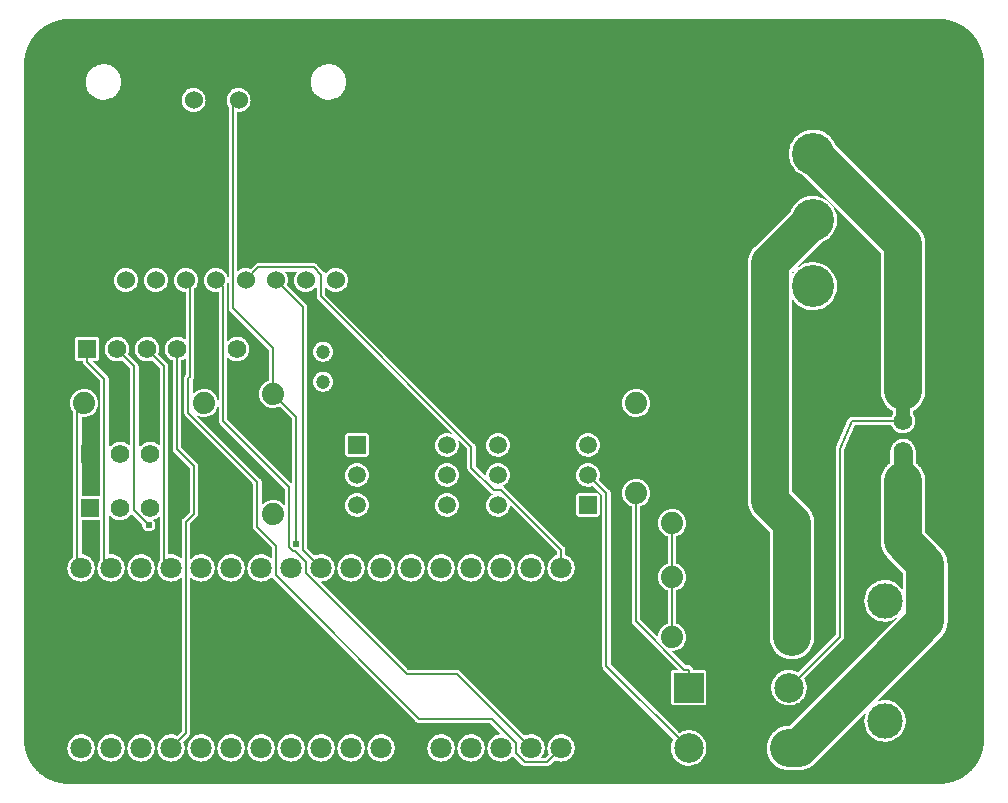
<source format=gbl>
G04 ---------------------------- Layer name :BOTTOM LAYER*
G04 EasyEDA v5.6.15, Sat, 28 Jul 2018 02:00:14 GMT*
G04 7648dae5b10347d5bd033efbd386dee3*
G04 Gerber Generator version 0.2*
G04 Scale: 100 percent, Rotated: No, Reflected: No *
G04 Dimensions in inches *
G04 leading zeros omitted , absolute positions ,2 integer and 4 decimal *
%FSLAX24Y24*%
%MOIN*%
G90*
G70D02*

%ADD11C,0.008000*%
%ADD12C,0.128000*%
%ADD13C,0.016000*%
%ADD14C,0.024000*%
%ADD15R,0.059055X0.059055*%
%ADD16C,0.059055*%
%ADD17C,0.098425*%
%ADD18R,0.098425X0.098425*%
%ADD19C,0.047000*%
%ADD20C,0.074000*%
%ADD21C,0.062000*%
%ADD22R,0.062000X0.062000*%
%ADD23C,0.118110*%
%ADD24C,0.140000*%
%ADD25C,0.060000*%
%ADD26C,0.070866*%
%ADD27C,0.048000*%
%ADD28C,0.064000*%

%LPD*%
G36*
G01X1500Y0D02*
G01X1465Y0D01*
G01X1430Y1D01*
G01X1396Y3D01*
G01X1361Y6D01*
G01X1327Y9D01*
G01X1292Y14D01*
G01X1258Y19D01*
G01X1224Y25D01*
G01X1190Y32D01*
G01X1156Y39D01*
G01X1123Y48D01*
G01X1089Y57D01*
G01X1056Y67D01*
G01X1023Y77D01*
G01X990Y89D01*
G01X958Y101D01*
G01X926Y114D01*
G01X894Y127D01*
G01X862Y142D01*
G01X831Y157D01*
G01X800Y172D01*
G01X770Y189D01*
G01X740Y206D01*
G01X710Y224D01*
G01X681Y243D01*
G01X652Y262D01*
G01X624Y282D01*
G01X596Y302D01*
G01X568Y323D01*
G01X541Y345D01*
G01X515Y368D01*
G01X489Y391D01*
G01X464Y414D01*
G01X439Y439D01*
G01X415Y463D01*
G01X391Y489D01*
G01X368Y515D01*
G01X346Y541D01*
G01X324Y568D01*
G01X303Y595D01*
G01X282Y623D01*
G01X262Y651D01*
G01X243Y680D01*
G01X224Y709D01*
G01X207Y739D01*
G01X189Y769D01*
G01X173Y800D01*
G01X157Y830D01*
G01X142Y862D01*
G01X128Y893D01*
G01X114Y925D01*
G01X101Y957D01*
G01X89Y990D01*
G01X77Y1022D01*
G01X67Y1055D01*
G01X57Y1088D01*
G01X48Y1122D01*
G01X39Y1156D01*
G01X32Y1189D01*
G01X25Y1223D01*
G01X19Y1257D01*
G01X14Y1292D01*
G01X10Y1326D01*
G01X6Y1360D01*
G01X3Y1395D01*
G01X1Y1430D01*
G01X0Y1464D01*
G01X0Y1499D01*
G01X0Y24000D01*
G01X0Y24034D01*
G01X1Y24069D01*
G01X3Y24103D01*
G01X6Y24138D01*
G01X9Y24172D01*
G01X14Y24207D01*
G01X19Y24241D01*
G01X25Y24275D01*
G01X32Y24309D01*
G01X39Y24343D01*
G01X48Y24376D01*
G01X57Y24410D01*
G01X67Y24443D01*
G01X77Y24476D01*
G01X89Y24509D01*
G01X101Y24541D01*
G01X114Y24573D01*
G01X127Y24605D01*
G01X142Y24637D01*
G01X157Y24668D01*
G01X172Y24699D01*
G01X189Y24729D01*
G01X206Y24759D01*
G01X224Y24789D01*
G01X243Y24818D01*
G01X262Y24847D01*
G01X282Y24875D01*
G01X302Y24903D01*
G01X323Y24931D01*
G01X345Y24958D01*
G01X368Y24984D01*
G01X391Y25010D01*
G01X414Y25035D01*
G01X439Y25060D01*
G01X463Y25084D01*
G01X489Y25108D01*
G01X515Y25131D01*
G01X541Y25153D01*
G01X568Y25175D01*
G01X595Y25196D01*
G01X623Y25217D01*
G01X651Y25237D01*
G01X680Y25256D01*
G01X709Y25275D01*
G01X739Y25292D01*
G01X769Y25310D01*
G01X800Y25326D01*
G01X830Y25342D01*
G01X862Y25357D01*
G01X893Y25371D01*
G01X925Y25385D01*
G01X957Y25398D01*
G01X990Y25410D01*
G01X1022Y25422D01*
G01X1055Y25432D01*
G01X1088Y25442D01*
G01X1122Y25451D01*
G01X1156Y25460D01*
G01X1189Y25467D01*
G01X1223Y25474D01*
G01X1257Y25480D01*
G01X1292Y25485D01*
G01X1326Y25489D01*
G01X1360Y25493D01*
G01X1395Y25496D01*
G01X1430Y25498D01*
G01X1464Y25499D01*
G01X1499Y25500D01*
G01X30500Y25500D01*
G01X30534Y25499D01*
G01X30569Y25498D01*
G01X30603Y25496D01*
G01X30638Y25493D01*
G01X30672Y25490D01*
G01X30707Y25485D01*
G01X30741Y25480D01*
G01X30775Y25474D01*
G01X30809Y25467D01*
G01X30843Y25460D01*
G01X30876Y25451D01*
G01X30910Y25442D01*
G01X30943Y25432D01*
G01X30976Y25422D01*
G01X31009Y25410D01*
G01X31041Y25398D01*
G01X31073Y25385D01*
G01X31105Y25372D01*
G01X31137Y25357D01*
G01X31168Y25342D01*
G01X31199Y25327D01*
G01X31229Y25310D01*
G01X31259Y25293D01*
G01X31289Y25275D01*
G01X31318Y25256D01*
G01X31347Y25237D01*
G01X31375Y25217D01*
G01X31403Y25197D01*
G01X31431Y25176D01*
G01X31458Y25154D01*
G01X31484Y25131D01*
G01X31510Y25108D01*
G01X31535Y25085D01*
G01X31560Y25060D01*
G01X31584Y25036D01*
G01X31608Y25010D01*
G01X31631Y24984D01*
G01X31653Y24958D01*
G01X31675Y24931D01*
G01X31696Y24904D01*
G01X31717Y24876D01*
G01X31737Y24848D01*
G01X31756Y24819D01*
G01X31775Y24790D01*
G01X31793Y24760D01*
G01X31810Y24730D01*
G01X31826Y24699D01*
G01X31842Y24669D01*
G01X31857Y24637D01*
G01X31871Y24606D01*
G01X31885Y24574D01*
G01X31898Y24542D01*
G01X31910Y24509D01*
G01X31922Y24477D01*
G01X31932Y24444D01*
G01X31942Y24411D01*
G01X31951Y24377D01*
G01X31960Y24343D01*
G01X31967Y24310D01*
G01X31974Y24276D01*
G01X31980Y24242D01*
G01X31985Y24207D01*
G01X31989Y24173D01*
G01X31993Y24139D01*
G01X31996Y24104D01*
G01X31998Y24069D01*
G01X31999Y24035D01*
G01X32000Y24000D01*
G01X32000Y1500D01*
G01X31999Y1465D01*
G01X31998Y1430D01*
G01X31996Y1396D01*
G01X31993Y1361D01*
G01X31990Y1327D01*
G01X31985Y1292D01*
G01X31980Y1258D01*
G01X31974Y1224D01*
G01X31967Y1190D01*
G01X31960Y1156D01*
G01X31951Y1123D01*
G01X31942Y1089D01*
G01X31932Y1056D01*
G01X31922Y1023D01*
G01X31910Y990D01*
G01X31898Y958D01*
G01X31885Y926D01*
G01X31872Y894D01*
G01X31857Y862D01*
G01X31842Y831D01*
G01X31827Y800D01*
G01X31810Y770D01*
G01X31793Y740D01*
G01X31775Y710D01*
G01X31756Y681D01*
G01X31737Y652D01*
G01X31717Y624D01*
G01X31697Y596D01*
G01X31676Y568D01*
G01X31654Y541D01*
G01X31631Y515D01*
G01X31608Y489D01*
G01X31585Y464D01*
G01X31560Y439D01*
G01X31536Y415D01*
G01X31510Y391D01*
G01X31484Y368D01*
G01X31458Y346D01*
G01X31431Y324D01*
G01X31404Y303D01*
G01X31376Y282D01*
G01X31348Y262D01*
G01X31319Y243D01*
G01X31290Y224D01*
G01X31260Y207D01*
G01X31230Y189D01*
G01X31199Y173D01*
G01X31169Y157D01*
G01X31137Y142D01*
G01X31106Y128D01*
G01X31074Y114D01*
G01X31042Y101D01*
G01X31009Y89D01*
G01X30977Y77D01*
G01X30944Y67D01*
G01X30911Y57D01*
G01X30877Y48D01*
G01X30843Y39D01*
G01X30810Y32D01*
G01X30776Y25D01*
G01X30742Y19D01*
G01X30707Y14D01*
G01X30673Y10D01*
G01X30639Y6D01*
G01X30604Y3D01*
G01X30569Y1D01*
G01X30535Y0D01*
G01X30500Y0D01*
G01X1500Y0D01*
G37*

%LPC*%
G36*
G01X2635Y22808D02*
G01X2694Y22809D01*
G01X2752Y22816D01*
G01X2810Y22830D01*
G01X2866Y22848D01*
G01X2920Y22873D01*
G01X2971Y22902D01*
G01X3019Y22937D01*
G01X3063Y22976D01*
G01X3103Y23019D01*
G01X3139Y23066D01*
G01X3170Y23116D01*
G01X3195Y23169D01*
G01X3215Y23225D01*
G01X3230Y23282D01*
G01X3239Y23341D01*
G01X3242Y23400D01*
G01X3239Y23458D01*
G01X3230Y23517D01*
G01X3215Y23574D01*
G01X3195Y23630D01*
G01X3170Y23683D01*
G01X3139Y23733D01*
G01X3103Y23780D01*
G01X3063Y23823D01*
G01X3019Y23862D01*
G01X2971Y23897D01*
G01X2920Y23926D01*
G01X2866Y23951D01*
G01X2810Y23969D01*
G01X2752Y23983D01*
G01X2694Y23990D01*
G01X2635Y23991D01*
G01X2576Y23987D01*
G01X2518Y23977D01*
G01X2461Y23961D01*
G01X2406Y23939D01*
G01X2353Y23912D01*
G01X2304Y23880D01*
G01X2258Y23843D01*
G01X2215Y23802D01*
G01X2177Y23757D01*
G01X2144Y23708D01*
G01X2116Y23656D01*
G01X2093Y23602D01*
G01X2076Y23546D01*
G01X2064Y23488D01*
G01X2058Y23429D01*
G01X2058Y23370D01*
G01X2064Y23311D01*
G01X2076Y23253D01*
G01X2093Y23197D01*
G01X2116Y23143D01*
G01X2144Y23091D01*
G01X2177Y23042D01*
G01X2215Y22997D01*
G01X2258Y22956D01*
G01X2304Y22919D01*
G01X2353Y22887D01*
G01X2406Y22860D01*
G01X2461Y22838D01*
G01X2518Y22822D01*
G01X2576Y22812D01*
G01X2635Y22808D01*
G37*
G36*
G01X16713Y588D02*
G01X17428Y588D01*
G01X17434Y589D01*
G01X17438Y589D01*
G01X17443Y589D01*
G01X17448Y590D01*
G01X17453Y591D01*
G01X17458Y592D01*
G01X17463Y593D01*
G01X17468Y594D01*
G01X17473Y596D01*
G01X17477Y597D01*
G01X17482Y599D01*
G01X17487Y601D01*
G01X17491Y603D01*
G01X17496Y606D01*
G01X17500Y608D01*
G01X17504Y611D01*
G01X17508Y613D01*
G01X17512Y616D01*
G01X17516Y619D01*
G01X17520Y623D01*
G01X17524Y626D01*
G01X17527Y630D01*
G01X17693Y795D01*
G01X17713Y785D01*
G01X17755Y769D01*
G01X17798Y757D01*
G01X17843Y749D01*
G01X17888Y745D01*
G01X17933Y746D01*
G01X17978Y752D01*
G01X18023Y762D01*
G01X18065Y777D01*
G01X18107Y795D01*
G01X18146Y818D01*
G01X18183Y844D01*
G01X18217Y874D01*
G01X18248Y907D01*
G01X18275Y944D01*
G01X18298Y982D01*
G01X18318Y1023D01*
G01X18334Y1066D01*
G01X18345Y1109D01*
G01X18352Y1154D01*
G01X18354Y1200D01*
G01X18352Y1245D01*
G01X18345Y1290D01*
G01X18334Y1333D01*
G01X18318Y1376D01*
G01X18298Y1417D01*
G01X18275Y1455D01*
G01X18248Y1492D01*
G01X18217Y1525D01*
G01X18183Y1555D01*
G01X18146Y1581D01*
G01X18107Y1604D01*
G01X18065Y1622D01*
G01X18023Y1637D01*
G01X17978Y1647D01*
G01X17933Y1653D01*
G01X17888Y1654D01*
G01X17843Y1650D01*
G01X17798Y1642D01*
G01X17755Y1630D01*
G01X17713Y1614D01*
G01X17672Y1593D01*
G01X17634Y1568D01*
G01X17599Y1540D01*
G01X17566Y1509D01*
G01X17537Y1474D01*
G01X17512Y1436D01*
G01X17490Y1397D01*
G01X17473Y1355D01*
G01X17459Y1312D01*
G01X17450Y1267D01*
G01X17446Y1222D01*
G01X17446Y1177D01*
G01X17450Y1132D01*
G01X17459Y1087D01*
G01X17473Y1044D01*
G01X17490Y1002D01*
G01X17495Y993D01*
G01X17371Y869D01*
G01X17210Y869D01*
G01X17217Y874D01*
G01X17248Y907D01*
G01X17275Y944D01*
G01X17298Y982D01*
G01X17318Y1023D01*
G01X17334Y1066D01*
G01X17345Y1109D01*
G01X17352Y1154D01*
G01X17354Y1200D01*
G01X17352Y1245D01*
G01X17345Y1290D01*
G01X17334Y1333D01*
G01X17318Y1376D01*
G01X17298Y1417D01*
G01X17275Y1455D01*
G01X17248Y1492D01*
G01X17217Y1525D01*
G01X17183Y1555D01*
G01X17146Y1581D01*
G01X17107Y1604D01*
G01X17065Y1622D01*
G01X17023Y1637D01*
G01X16978Y1647D01*
G01X16933Y1653D01*
G01X16888Y1654D01*
G01X16843Y1650D01*
G01X16798Y1642D01*
G01X16755Y1630D01*
G01X16713Y1614D01*
G01X16693Y1604D01*
G01X14533Y3763D01*
G01X14530Y3767D01*
G01X14526Y3770D01*
G01X14522Y3774D01*
G01X14518Y3777D01*
G01X14514Y3780D01*
G01X14510Y3782D01*
G01X14506Y3785D01*
G01X14502Y3787D01*
G01X14497Y3790D01*
G01X14493Y3792D01*
G01X14488Y3794D01*
G01X14483Y3796D01*
G01X14479Y3797D01*
G01X14474Y3799D01*
G01X14469Y3800D01*
G01X14464Y3801D01*
G01X14459Y3802D01*
G01X14454Y3803D01*
G01X14449Y3804D01*
G01X14444Y3804D01*
G01X14439Y3804D01*
G01X14435Y3805D01*
G01X12808Y3805D01*
G01X9866Y6747D01*
G01X9888Y6745D01*
G01X9933Y6746D01*
G01X9978Y6752D01*
G01X10023Y6762D01*
G01X10065Y6777D01*
G01X10107Y6795D01*
G01X10146Y6818D01*
G01X10183Y6844D01*
G01X10217Y6874D01*
G01X10248Y6907D01*
G01X10275Y6944D01*
G01X10298Y6982D01*
G01X10318Y7023D01*
G01X10334Y7066D01*
G01X10345Y7109D01*
G01X10352Y7154D01*
G01X10354Y7200D01*
G01X10352Y7245D01*
G01X10345Y7290D01*
G01X10334Y7333D01*
G01X10318Y7376D01*
G01X10298Y7417D01*
G01X10275Y7455D01*
G01X10248Y7492D01*
G01X10217Y7525D01*
G01X10183Y7555D01*
G01X10146Y7581D01*
G01X10107Y7604D01*
G01X10065Y7622D01*
G01X10023Y7637D01*
G01X9978Y7647D01*
G01X9933Y7653D01*
G01X9888Y7654D01*
G01X9843Y7650D01*
G01X9798Y7642D01*
G01X9755Y7630D01*
G01X9713Y7614D01*
G01X9693Y7604D01*
G01X9428Y7868D01*
G01X9428Y15911D01*
G01X9428Y15915D01*
G01X9428Y15920D01*
G01X9428Y15925D01*
G01X9427Y15930D01*
G01X9426Y15935D01*
G01X9425Y15940D01*
G01X9424Y15945D01*
G01X9423Y15950D01*
G01X9421Y15955D01*
G01X9420Y15959D01*
G01X9418Y15964D01*
G01X9416Y15969D01*
G01X9414Y15973D01*
G01X9411Y15978D01*
G01X9409Y15982D01*
G01X9406Y15986D01*
G01X9403Y15990D01*
G01X9401Y15994D01*
G01X9398Y15998D01*
G01X9394Y16002D01*
G01X9391Y16006D01*
G01X9387Y16009D01*
G01X8763Y16634D01*
G01X8768Y16644D01*
G01X8782Y16682D01*
G01X8792Y16720D01*
G01X8798Y16760D01*
G01X8800Y16800D01*
G01X8798Y16839D01*
G01X8792Y16879D01*
G01X8782Y16917D01*
G01X8768Y16955D01*
G01X8751Y16991D01*
G01X8730Y17025D01*
G01X8706Y17057D01*
G01X8690Y17073D01*
G01X9108Y17073D01*
G01X9106Y17072D01*
G01X9081Y17041D01*
G01X9058Y17008D01*
G01X9039Y16973D01*
G01X9024Y16936D01*
G01X9012Y16898D01*
G01X9004Y16859D01*
G01X9000Y16819D01*
G01X9000Y16780D01*
G01X9004Y16740D01*
G01X9012Y16701D01*
G01X9024Y16663D01*
G01X9039Y16626D01*
G01X9058Y16591D01*
G01X9081Y16558D01*
G01X9106Y16527D01*
G01X9135Y16500D01*
G01X9166Y16475D01*
G01X9200Y16453D01*
G01X9235Y16435D01*
G01X9272Y16420D01*
G01X9310Y16410D01*
G01X9350Y16403D01*
G01X9390Y16400D01*
G01X9429Y16401D01*
G01X9469Y16406D01*
G01X9508Y16414D01*
G01X9546Y16427D01*
G01X9582Y16444D01*
G01X9617Y16463D01*
G01X9649Y16487D01*
G01X9679Y16513D01*
G01X9706Y16542D01*
G01X9730Y16574D01*
G01X9751Y16608D01*
G01X9760Y16626D01*
G01X9760Y16250D01*
G01X9760Y16244D01*
G01X9760Y16240D01*
G01X9760Y16235D01*
G01X9761Y16230D01*
G01X9762Y16225D01*
G01X9763Y16220D01*
G01X9764Y16215D01*
G01X9765Y16210D01*
G01X9767Y16205D01*
G01X9768Y16201D01*
G01X9770Y16196D01*
G01X9772Y16191D01*
G01X9774Y16187D01*
G01X9777Y16182D01*
G01X9779Y16178D01*
G01X9782Y16174D01*
G01X9785Y16170D01*
G01X9787Y16166D01*
G01X9790Y16162D01*
G01X9794Y16158D01*
G01X9797Y16154D01*
G01X9801Y16151D01*
G01X14334Y11617D01*
G01X14314Y11632D01*
G01X14280Y11651D01*
G01X14244Y11667D01*
G01X14207Y11680D01*
G01X14168Y11689D01*
G01X14129Y11694D01*
G01X14090Y11695D01*
G01X14050Y11692D01*
G01X14012Y11685D01*
G01X13974Y11674D01*
G01X13937Y11660D01*
G01X13902Y11642D01*
G01X13869Y11620D01*
G01X13838Y11596D01*
G01X13810Y11568D01*
G01X13784Y11538D01*
G01X13762Y11506D01*
G01X13743Y11471D01*
G01X13728Y11435D01*
G01X13716Y11397D01*
G01X13709Y11358D01*
G01X13705Y11319D01*
G01X13705Y11280D01*
G01X13709Y11241D01*
G01X13716Y11202D01*
G01X13728Y11164D01*
G01X13743Y11128D01*
G01X13762Y11093D01*
G01X13784Y11061D01*
G01X13810Y11031D01*
G01X13838Y11003D01*
G01X13869Y10979D01*
G01X13902Y10957D01*
G01X13937Y10939D01*
G01X13974Y10925D01*
G01X14012Y10914D01*
G01X14050Y10907D01*
G01X14090Y10904D01*
G01X14129Y10905D01*
G01X14168Y10910D01*
G01X14207Y10919D01*
G01X14244Y10932D01*
G01X14280Y10948D01*
G01X14314Y10967D01*
G01X14346Y10990D01*
G01X14376Y11017D01*
G01X14402Y11045D01*
G01X14426Y11077D01*
G01X14447Y11110D01*
G01X14464Y11146D01*
G01X14477Y11183D01*
G01X14487Y11221D01*
G01X14493Y11260D01*
G01X14495Y11300D01*
G01X14493Y11339D01*
G01X14487Y11378D01*
G01X14477Y11416D01*
G01X14464Y11453D01*
G01X14447Y11489D01*
G01X14426Y11522D01*
G01X14418Y11534D01*
G01X14772Y11180D01*
G01X14772Y10538D01*
G01X14772Y10532D01*
G01X14772Y10528D01*
G01X14772Y10523D01*
G01X14773Y10518D01*
G01X14774Y10513D01*
G01X14775Y10508D01*
G01X14776Y10503D01*
G01X14777Y10498D01*
G01X14779Y10493D01*
G01X14780Y10489D01*
G01X14782Y10484D01*
G01X14784Y10479D01*
G01X14786Y10475D01*
G01X14789Y10470D01*
G01X14791Y10466D01*
G01X14794Y10462D01*
G01X14797Y10458D01*
G01X14799Y10454D01*
G01X14803Y10450D01*
G01X14806Y10446D01*
G01X14809Y10442D01*
G01X14813Y10438D01*
G01X15552Y9700D01*
G01X15555Y9697D01*
G01X15559Y9694D01*
G01X15563Y9690D01*
G01X15567Y9687D01*
G01X15571Y9684D01*
G01X15575Y9682D01*
G01X15579Y9679D01*
G01X15583Y9677D01*
G01X15588Y9674D01*
G01X15592Y9672D01*
G01X15597Y9670D01*
G01X15602Y9668D01*
G01X15606Y9667D01*
G01X15611Y9665D01*
G01X15616Y9664D01*
G01X15621Y9663D01*
G01X15626Y9662D01*
G01X15631Y9661D01*
G01X15636Y9660D01*
G01X15638Y9660D01*
G01X15637Y9660D01*
G01X15602Y9642D01*
G01X15569Y9620D01*
G01X15538Y9596D01*
G01X15510Y9568D01*
G01X15484Y9538D01*
G01X15462Y9506D01*
G01X15443Y9471D01*
G01X15428Y9435D01*
G01X15416Y9397D01*
G01X15409Y9358D01*
G01X15405Y9319D01*
G01X15405Y9280D01*
G01X15409Y9241D01*
G01X15416Y9202D01*
G01X15428Y9164D01*
G01X15443Y9128D01*
G01X15462Y9093D01*
G01X15484Y9061D01*
G01X15510Y9031D01*
G01X15538Y9003D01*
G01X15569Y8979D01*
G01X15602Y8957D01*
G01X15637Y8939D01*
G01X15674Y8925D01*
G01X15712Y8914D01*
G01X15750Y8907D01*
G01X15790Y8904D01*
G01X15829Y8905D01*
G01X15868Y8910D01*
G01X15907Y8919D01*
G01X15944Y8932D01*
G01X15980Y8948D01*
G01X16014Y8967D01*
G01X16046Y8990D01*
G01X16076Y9017D01*
G01X16102Y9045D01*
G01X16126Y9077D01*
G01X16147Y9110D01*
G01X16164Y9146D01*
G01X16177Y9183D01*
G01X16187Y9221D01*
G01X16193Y9260D01*
G01X16195Y9300D01*
G01X16194Y9315D01*
G01X17760Y7750D01*
G01X17760Y7631D01*
G01X17755Y7630D01*
G01X17713Y7614D01*
G01X17672Y7593D01*
G01X17634Y7568D01*
G01X17599Y7540D01*
G01X17566Y7509D01*
G01X17537Y7474D01*
G01X17512Y7436D01*
G01X17490Y7397D01*
G01X17473Y7355D01*
G01X17459Y7312D01*
G01X17450Y7267D01*
G01X17446Y7222D01*
G01X17446Y7177D01*
G01X17450Y7132D01*
G01X17459Y7087D01*
G01X17473Y7044D01*
G01X17490Y7002D01*
G01X17512Y6963D01*
G01X17537Y6925D01*
G01X17566Y6890D01*
G01X17599Y6859D01*
G01X17634Y6831D01*
G01X17672Y6806D01*
G01X17713Y6785D01*
G01X17755Y6769D01*
G01X17798Y6757D01*
G01X17843Y6749D01*
G01X17888Y6745D01*
G01X17933Y6746D01*
G01X17978Y6752D01*
G01X18023Y6762D01*
G01X18065Y6777D01*
G01X18107Y6795D01*
G01X18146Y6818D01*
G01X18183Y6844D01*
G01X18217Y6874D01*
G01X18248Y6907D01*
G01X18275Y6944D01*
G01X18298Y6982D01*
G01X18318Y7023D01*
G01X18334Y7066D01*
G01X18345Y7109D01*
G01X18352Y7154D01*
G01X18354Y7200D01*
G01X18352Y7245D01*
G01X18345Y7290D01*
G01X18334Y7333D01*
G01X18318Y7376D01*
G01X18298Y7417D01*
G01X18275Y7455D01*
G01X18248Y7492D01*
G01X18217Y7525D01*
G01X18183Y7555D01*
G01X18146Y7581D01*
G01X18107Y7604D01*
G01X18065Y7622D01*
G01X18039Y7631D01*
G01X18039Y7807D01*
G01X18039Y7813D01*
G01X18039Y7817D01*
G01X18039Y7822D01*
G01X18038Y7827D01*
G01X18037Y7832D01*
G01X18036Y7837D01*
G01X18035Y7842D01*
G01X18034Y7847D01*
G01X18032Y7852D01*
G01X18031Y7856D01*
G01X18029Y7861D01*
G01X18027Y7866D01*
G01X18025Y7870D01*
G01X18022Y7875D01*
G01X18020Y7879D01*
G01X18017Y7883D01*
G01X18014Y7887D01*
G01X18012Y7891D01*
G01X18009Y7895D01*
G01X18005Y7899D01*
G01X18002Y7903D01*
G01X17998Y7906D01*
G01X16006Y9898D01*
G01X16003Y9902D01*
G01X15999Y9905D01*
G01X15995Y9909D01*
G01X15991Y9912D01*
G01X15987Y9915D01*
G01X15983Y9917D01*
G01X15979Y9920D01*
G01X15975Y9922D01*
G01X15970Y9925D01*
G01X15966Y9927D01*
G01X15961Y9929D01*
G01X15956Y9931D01*
G01X15952Y9932D01*
G01X15948Y9933D01*
G01X15980Y9948D01*
G01X16014Y9967D01*
G01X16046Y9990D01*
G01X16076Y10017D01*
G01X16102Y10045D01*
G01X16126Y10077D01*
G01X16147Y10110D01*
G01X16164Y10146D01*
G01X16177Y10183D01*
G01X16187Y10221D01*
G01X16193Y10260D01*
G01X16195Y10300D01*
G01X16193Y10339D01*
G01X16187Y10378D01*
G01X16177Y10416D01*
G01X16164Y10453D01*
G01X16147Y10489D01*
G01X16126Y10522D01*
G01X16102Y10554D01*
G01X16076Y10582D01*
G01X16046Y10609D01*
G01X16014Y10632D01*
G01X15980Y10651D01*
G01X15944Y10667D01*
G01X15907Y10680D01*
G01X15868Y10689D01*
G01X15829Y10694D01*
G01X15790Y10695D01*
G01X15750Y10692D01*
G01X15712Y10685D01*
G01X15674Y10674D01*
G01X15637Y10660D01*
G01X15602Y10642D01*
G01X15569Y10620D01*
G01X15538Y10596D01*
G01X15510Y10568D01*
G01X15484Y10538D01*
G01X15462Y10506D01*
G01X15443Y10471D01*
G01X15428Y10435D01*
G01X15416Y10397D01*
G01X15409Y10358D01*
G01X15405Y10319D01*
G01X15405Y10280D01*
G01X15409Y10241D01*
G01X15409Y10238D01*
G01X15052Y10596D01*
G01X15052Y11238D01*
G01X15051Y11242D01*
G01X15051Y11247D01*
G01X15051Y11252D01*
G01X15050Y11257D01*
G01X15049Y11262D01*
G01X15048Y11267D01*
G01X15047Y11272D01*
G01X15046Y11277D01*
G01X15044Y11282D01*
G01X15043Y11286D01*
G01X15041Y11291D01*
G01X15039Y11296D01*
G01X15037Y11300D01*
G01X15034Y11305D01*
G01X15032Y11309D01*
G01X15029Y11313D01*
G01X15027Y11317D01*
G01X15024Y11321D01*
G01X15021Y11325D01*
G01X15017Y11329D01*
G01X15014Y11333D01*
G01X15010Y11336D01*
G01X10039Y16307D01*
G01X10039Y16625D01*
G01X10058Y16591D01*
G01X10081Y16558D01*
G01X10106Y16527D01*
G01X10135Y16500D01*
G01X10166Y16475D01*
G01X10200Y16453D01*
G01X10235Y16435D01*
G01X10272Y16420D01*
G01X10310Y16410D01*
G01X10350Y16403D01*
G01X10390Y16400D01*
G01X10429Y16401D01*
G01X10469Y16406D01*
G01X10508Y16414D01*
G01X10546Y16427D01*
G01X10582Y16444D01*
G01X10617Y16463D01*
G01X10649Y16487D01*
G01X10679Y16513D01*
G01X10706Y16542D01*
G01X10730Y16574D01*
G01X10751Y16608D01*
G01X10768Y16644D01*
G01X10782Y16682D01*
G01X10792Y16720D01*
G01X10798Y16760D01*
G01X10800Y16800D01*
G01X10798Y16839D01*
G01X10792Y16879D01*
G01X10782Y16917D01*
G01X10768Y16955D01*
G01X10751Y16991D01*
G01X10730Y17025D01*
G01X10706Y17057D01*
G01X10679Y17086D01*
G01X10649Y17112D01*
G01X10617Y17136D01*
G01X10582Y17155D01*
G01X10546Y17172D01*
G01X10508Y17185D01*
G01X10469Y17193D01*
G01X10429Y17198D01*
G01X10390Y17199D01*
G01X10350Y17196D01*
G01X10310Y17189D01*
G01X10272Y17179D01*
G01X10235Y17164D01*
G01X10200Y17146D01*
G01X10166Y17124D01*
G01X10135Y17099D01*
G01X10106Y17072D01*
G01X10081Y17041D01*
G01X10058Y17008D01*
G01X10039Y16974D01*
G01X10039Y16976D01*
G01X10039Y16980D01*
G01X10039Y16985D01*
G01X10038Y16990D01*
G01X10037Y16995D01*
G01X10036Y17000D01*
G01X10035Y17005D01*
G01X10034Y17010D01*
G01X10032Y17015D01*
G01X10031Y17019D01*
G01X10029Y17024D01*
G01X10027Y17029D01*
G01X10025Y17033D01*
G01X10022Y17038D01*
G01X10020Y17042D01*
G01X10017Y17046D01*
G01X10014Y17050D01*
G01X10012Y17054D01*
G01X10009Y17058D01*
G01X10005Y17062D01*
G01X10002Y17066D01*
G01X9998Y17069D01*
G01X9755Y17312D01*
G01X9752Y17316D01*
G01X9748Y17319D01*
G01X9744Y17323D01*
G01X9740Y17326D01*
G01X9736Y17328D01*
G01X9732Y17331D01*
G01X9728Y17334D01*
G01X9724Y17336D01*
G01X9719Y17339D01*
G01X9715Y17341D01*
G01X9710Y17343D01*
G01X9705Y17345D01*
G01X9701Y17346D01*
G01X9696Y17348D01*
G01X9691Y17349D01*
G01X9686Y17350D01*
G01X9681Y17351D01*
G01X9676Y17352D01*
G01X9671Y17353D01*
G01X9666Y17353D01*
G01X9661Y17353D01*
G01X9656Y17353D01*
G01X7813Y17353D01*
G01X7809Y17353D01*
G01X7804Y17353D01*
G01X7799Y17353D01*
G01X7794Y17352D01*
G01X7789Y17351D01*
G01X7784Y17350D01*
G01X7779Y17349D01*
G01X7774Y17348D01*
G01X7769Y17346D01*
G01X7765Y17345D01*
G01X7760Y17343D01*
G01X7755Y17341D01*
G01X7751Y17339D01*
G01X7746Y17336D01*
G01X7742Y17334D01*
G01X7738Y17331D01*
G01X7734Y17328D01*
G01X7730Y17326D01*
G01X7726Y17323D01*
G01X7722Y17319D01*
G01X7718Y17316D01*
G01X7715Y17312D01*
G01X7565Y17163D01*
G01X7546Y17172D01*
G01X7508Y17185D01*
G01X7469Y17193D01*
G01X7429Y17198D01*
G01X7390Y17199D01*
G01X7350Y17196D01*
G01X7310Y17189D01*
G01X7272Y17179D01*
G01X7235Y17164D01*
G01X7200Y17146D01*
G01X7166Y17124D01*
G01X7135Y17099D01*
G01X7106Y17072D01*
G01X7103Y17067D01*
G01X7103Y22402D01*
G01X7140Y22400D01*
G01X7179Y22401D01*
G01X7219Y22406D01*
G01X7258Y22414D01*
G01X7296Y22427D01*
G01X7332Y22444D01*
G01X7367Y22463D01*
G01X7399Y22487D01*
G01X7429Y22513D01*
G01X7456Y22542D01*
G01X7480Y22574D01*
G01X7501Y22608D01*
G01X7518Y22644D01*
G01X7532Y22682D01*
G01X7542Y22720D01*
G01X7548Y22760D01*
G01X7550Y22800D01*
G01X7548Y22839D01*
G01X7542Y22879D01*
G01X7532Y22917D01*
G01X7518Y22955D01*
G01X7501Y22991D01*
G01X7480Y23025D01*
G01X7456Y23057D01*
G01X7429Y23086D01*
G01X7399Y23112D01*
G01X7367Y23136D01*
G01X7332Y23155D01*
G01X7296Y23172D01*
G01X7258Y23185D01*
G01X7219Y23193D01*
G01X7179Y23198D01*
G01X7140Y23199D01*
G01X7100Y23196D01*
G01X7060Y23189D01*
G01X7022Y23179D01*
G01X6985Y23164D01*
G01X6950Y23146D01*
G01X6916Y23124D01*
G01X6885Y23099D01*
G01X6856Y23072D01*
G01X6831Y23041D01*
G01X6808Y23008D01*
G01X6789Y22973D01*
G01X6774Y22936D01*
G01X6762Y22898D01*
G01X6754Y22859D01*
G01X6750Y22819D01*
G01X6750Y22780D01*
G01X6754Y22740D01*
G01X6762Y22701D01*
G01X6774Y22663D01*
G01X6789Y22626D01*
G01X6808Y22591D01*
G01X6823Y22570D01*
G01X6823Y15853D01*
G01X6823Y15848D01*
G01X6823Y15844D01*
G01X6823Y15839D01*
G01X6824Y15834D01*
G01X6825Y15829D01*
G01X6826Y15824D01*
G01X6827Y15819D01*
G01X6828Y15814D01*
G01X6830Y15809D01*
G01X6831Y15805D01*
G01X6833Y15800D01*
G01X6835Y15795D01*
G01X6837Y15791D01*
G01X6840Y15786D01*
G01X6842Y15782D01*
G01X6845Y15778D01*
G01X6848Y15774D01*
G01X6850Y15770D01*
G01X6853Y15766D01*
G01X6857Y15762D01*
G01X6860Y15758D01*
G01X6864Y15755D01*
G01X8159Y14459D01*
G01X8159Y13448D01*
G01X8150Y13445D01*
G01X8106Y13428D01*
G01X8065Y13407D01*
G01X8025Y13381D01*
G01X7989Y13352D01*
G01X7955Y13319D01*
G01X7925Y13283D01*
G01X7898Y13245D01*
G01X7876Y13203D01*
G01X7858Y13160D01*
G01X7844Y13115D01*
G01X7835Y13070D01*
G01X7830Y13023D01*
G01X7830Y12976D01*
G01X7835Y12929D01*
G01X7844Y12884D01*
G01X7858Y12839D01*
G01X7876Y12796D01*
G01X7898Y12754D01*
G01X7925Y12716D01*
G01X7955Y12680D01*
G01X7989Y12647D01*
G01X8025Y12618D01*
G01X8065Y12592D01*
G01X8106Y12571D01*
G01X8150Y12554D01*
G01X8195Y12541D01*
G01X8241Y12533D01*
G01X8288Y12530D01*
G01X8335Y12531D01*
G01X8381Y12537D01*
G01X8427Y12547D01*
G01X8471Y12562D01*
G01X8514Y12581D01*
G01X8518Y12583D01*
G01X8917Y12184D01*
G01X8917Y10006D01*
G01X6778Y12147D01*
G01X6778Y14246D01*
G01X6799Y14221D01*
G01X6828Y14192D01*
G01X6860Y14167D01*
G01X6894Y14144D01*
G01X6931Y14126D01*
G01X6969Y14111D01*
G01X7008Y14100D01*
G01X7049Y14093D01*
G01X7089Y14090D01*
G01X7130Y14091D01*
G01X7171Y14096D01*
G01X7211Y14105D01*
G01X7249Y14118D01*
G01X7287Y14135D01*
G01X7322Y14155D01*
G01X7355Y14179D01*
G01X7386Y14206D01*
G01X7414Y14236D01*
G01X7438Y14269D01*
G01X7460Y14303D01*
G01X7477Y14340D01*
G01X7491Y14379D01*
G01X7501Y14418D01*
G01X7507Y14459D01*
G01X7509Y14500D01*
G01X7507Y14540D01*
G01X7501Y14581D01*
G01X7491Y14620D01*
G01X7477Y14659D01*
G01X7460Y14696D01*
G01X7438Y14730D01*
G01X7414Y14763D01*
G01X7386Y14793D01*
G01X7355Y14820D01*
G01X7322Y14844D01*
G01X7287Y14864D01*
G01X7249Y14881D01*
G01X7211Y14894D01*
G01X7171Y14903D01*
G01X7130Y14908D01*
G01X7089Y14909D01*
G01X7049Y14906D01*
G01X7008Y14899D01*
G01X6969Y14888D01*
G01X6931Y14873D01*
G01X6894Y14855D01*
G01X6860Y14832D01*
G01X6828Y14807D01*
G01X6799Y14778D01*
G01X6778Y14753D01*
G01X6778Y16561D01*
G01X6777Y16567D01*
G01X6777Y16571D01*
G01X6777Y16576D01*
G01X6776Y16581D01*
G01X6775Y16586D01*
G01X6774Y16591D01*
G01X6773Y16596D01*
G01X6772Y16601D01*
G01X6770Y16606D01*
G01X6769Y16610D01*
G01X6767Y16615D01*
G01X6765Y16620D01*
G01X6763Y16624D01*
G01X6761Y16628D01*
G01X6768Y16644D01*
G01X6782Y16682D01*
G01X6792Y16720D01*
G01X6798Y16760D01*
G01X6800Y16800D01*
G01X6798Y16839D01*
G01X6792Y16879D01*
G01X6782Y16917D01*
G01X6768Y16955D01*
G01X6751Y16991D01*
G01X6730Y17025D01*
G01X6706Y17057D01*
G01X6679Y17086D01*
G01X6649Y17112D01*
G01X6617Y17136D01*
G01X6582Y17155D01*
G01X6546Y17172D01*
G01X6508Y17185D01*
G01X6469Y17193D01*
G01X6429Y17198D01*
G01X6390Y17199D01*
G01X6350Y17196D01*
G01X6310Y17189D01*
G01X6272Y17179D01*
G01X6235Y17164D01*
G01X6200Y17146D01*
G01X6166Y17124D01*
G01X6135Y17099D01*
G01X6106Y17072D01*
G01X6081Y17041D01*
G01X6058Y17008D01*
G01X6039Y16973D01*
G01X6024Y16936D01*
G01X6012Y16898D01*
G01X6004Y16859D01*
G01X6000Y16819D01*
G01X6000Y16780D01*
G01X6004Y16740D01*
G01X6012Y16701D01*
G01X6024Y16663D01*
G01X6039Y16626D01*
G01X6058Y16591D01*
G01X6081Y16558D01*
G01X6106Y16527D01*
G01X6135Y16500D01*
G01X6166Y16475D01*
G01X6200Y16453D01*
G01X6235Y16435D01*
G01X6272Y16420D01*
G01X6310Y16410D01*
G01X6350Y16403D01*
G01X6390Y16400D01*
G01X6429Y16401D01*
G01X6469Y16406D01*
G01X6498Y16412D01*
G01X6498Y12090D01*
G01X6498Y12084D01*
G01X6498Y12080D01*
G01X6498Y12075D01*
G01X6499Y12070D01*
G01X6500Y12065D01*
G01X6501Y12060D01*
G01X6502Y12055D01*
G01X6503Y12050D01*
G01X6505Y12045D01*
G01X6506Y12041D01*
G01X6508Y12036D01*
G01X6510Y12031D01*
G01X6512Y12027D01*
G01X6515Y12022D01*
G01X6517Y12018D01*
G01X6520Y12014D01*
G01X6522Y12010D01*
G01X6525Y12006D01*
G01X6528Y12002D01*
G01X6532Y11998D01*
G01X6535Y11994D01*
G01X6538Y11991D01*
G01X8686Y9842D01*
G01X8686Y9266D01*
G01X8660Y9302D01*
G01X8628Y9336D01*
G01X8593Y9367D01*
G01X8555Y9394D01*
G01X8514Y9418D01*
G01X8471Y9437D01*
G01X8427Y9452D01*
G01X8381Y9462D01*
G01X8335Y9468D01*
G01X8288Y9469D01*
G01X8241Y9466D01*
G01X8195Y9458D01*
G01X8150Y9445D01*
G01X8106Y9428D01*
G01X8065Y9407D01*
G01X8025Y9381D01*
G01X7989Y9352D01*
G01X7955Y9319D01*
G01X7925Y9283D01*
G01X7919Y9275D01*
G01X7919Y10063D01*
G01X7919Y10069D01*
G01X7919Y10073D01*
G01X7919Y10078D01*
G01X7918Y10083D01*
G01X7917Y10088D01*
G01X7916Y10093D01*
G01X7915Y10098D01*
G01X7914Y10103D01*
G01X7912Y10108D01*
G01X7911Y10112D01*
G01X7909Y10117D01*
G01X7907Y10122D01*
G01X7905Y10126D01*
G01X7902Y10131D01*
G01X7900Y10135D01*
G01X7897Y10139D01*
G01X7894Y10143D01*
G01X7892Y10147D01*
G01X7889Y10151D01*
G01X7885Y10155D01*
G01X7882Y10159D01*
G01X7878Y10162D01*
G01X5715Y12326D01*
G01X5725Y12318D01*
G01X5765Y12292D01*
G01X5806Y12271D01*
G01X5850Y12254D01*
G01X5895Y12241D01*
G01X5941Y12233D01*
G01X5988Y12230D01*
G01X6035Y12231D01*
G01X6081Y12237D01*
G01X6127Y12247D01*
G01X6171Y12262D01*
G01X6214Y12281D01*
G01X6255Y12305D01*
G01X6293Y12332D01*
G01X6328Y12363D01*
G01X6360Y12397D01*
G01X6388Y12435D01*
G01X6412Y12475D01*
G01X6433Y12517D01*
G01X6449Y12561D01*
G01X6460Y12606D01*
G01X6467Y12653D01*
G01X6469Y12700D01*
G01X6467Y12746D01*
G01X6460Y12793D01*
G01X6449Y12838D01*
G01X6433Y12882D01*
G01X6412Y12924D01*
G01X6388Y12964D01*
G01X6360Y13002D01*
G01X6328Y13036D01*
G01X6293Y13067D01*
G01X6255Y13094D01*
G01X6214Y13118D01*
G01X6171Y13137D01*
G01X6127Y13152D01*
G01X6081Y13162D01*
G01X6035Y13168D01*
G01X5988Y13169D01*
G01X5941Y13166D01*
G01X5895Y13158D01*
G01X5850Y13145D01*
G01X5806Y13128D01*
G01X5765Y13107D01*
G01X5725Y13081D01*
G01X5689Y13052D01*
G01X5655Y13019D01*
G01X5625Y12983D01*
G01X5623Y12980D01*
G01X5623Y13462D01*
G01X5632Y13472D01*
G01X5636Y13475D01*
G01X5639Y13479D01*
G01X5643Y13483D01*
G01X5646Y13487D01*
G01X5648Y13491D01*
G01X5651Y13495D01*
G01X5654Y13499D01*
G01X5656Y13503D01*
G01X5659Y13508D01*
G01X5661Y13512D01*
G01X5663Y13517D01*
G01X5665Y13522D01*
G01X5666Y13526D01*
G01X5668Y13531D01*
G01X5669Y13536D01*
G01X5670Y13541D01*
G01X5671Y13546D01*
G01X5672Y13551D01*
G01X5673Y13556D01*
G01X5673Y13561D01*
G01X5673Y13565D01*
G01X5673Y13571D01*
G01X5673Y16508D01*
G01X5679Y16513D01*
G01X5706Y16542D01*
G01X5730Y16574D01*
G01X5751Y16608D01*
G01X5768Y16644D01*
G01X5782Y16682D01*
G01X5792Y16720D01*
G01X5798Y16760D01*
G01X5800Y16800D01*
G01X5798Y16839D01*
G01X5792Y16879D01*
G01X5782Y16917D01*
G01X5768Y16955D01*
G01X5751Y16991D01*
G01X5730Y17025D01*
G01X5706Y17057D01*
G01X5679Y17086D01*
G01X5649Y17112D01*
G01X5617Y17136D01*
G01X5582Y17155D01*
G01X5546Y17172D01*
G01X5508Y17185D01*
G01X5469Y17193D01*
G01X5429Y17198D01*
G01X5390Y17199D01*
G01X5350Y17196D01*
G01X5310Y17189D01*
G01X5272Y17179D01*
G01X5235Y17164D01*
G01X5200Y17146D01*
G01X5166Y17124D01*
G01X5135Y17099D01*
G01X5106Y17072D01*
G01X5081Y17041D01*
G01X5058Y17008D01*
G01X5039Y16973D01*
G01X5024Y16936D01*
G01X5012Y16898D01*
G01X5004Y16859D01*
G01X5000Y16819D01*
G01X5000Y16780D01*
G01X5004Y16740D01*
G01X5012Y16701D01*
G01X5024Y16663D01*
G01X5039Y16626D01*
G01X5058Y16591D01*
G01X5081Y16558D01*
G01X5106Y16527D01*
G01X5135Y16500D01*
G01X5166Y16475D01*
G01X5200Y16453D01*
G01X5235Y16435D01*
G01X5272Y16420D01*
G01X5310Y16410D01*
G01X5350Y16403D01*
G01X5390Y16400D01*
G01X5394Y16400D01*
G01X5394Y14785D01*
G01X5386Y14793D01*
G01X5355Y14820D01*
G01X5322Y14844D01*
G01X5287Y14864D01*
G01X5249Y14881D01*
G01X5211Y14894D01*
G01X5171Y14903D01*
G01X5130Y14908D01*
G01X5089Y14909D01*
G01X5049Y14906D01*
G01X5008Y14899D01*
G01X4969Y14888D01*
G01X4931Y14873D01*
G01X4894Y14855D01*
G01X4860Y14832D01*
G01X4828Y14807D01*
G01X4799Y14778D01*
G01X4773Y14747D01*
G01X4750Y14713D01*
G01X4730Y14677D01*
G01X4714Y14640D01*
G01X4702Y14601D01*
G01X4694Y14561D01*
G01X4690Y14520D01*
G01X4690Y14479D01*
G01X4694Y14438D01*
G01X4702Y14398D01*
G01X4714Y14359D01*
G01X4730Y14322D01*
G01X4750Y14286D01*
G01X4773Y14252D01*
G01X4799Y14221D01*
G01X4828Y14192D01*
G01X4860Y14167D01*
G01X4894Y14144D01*
G01X4931Y14126D01*
G01X4959Y14115D01*
G01X4959Y11153D01*
G01X4960Y11148D01*
G01X4960Y11142D01*
G01X4960Y11138D01*
G01X4961Y11133D01*
G01X4962Y11128D01*
G01X4963Y11123D01*
G01X4964Y11118D01*
G01X4965Y11113D01*
G01X4967Y11108D01*
G01X4968Y11104D01*
G01X4970Y11099D01*
G01X4972Y11094D01*
G01X4974Y11090D01*
G01X4977Y11085D01*
G01X4979Y11081D01*
G01X4982Y11077D01*
G01X4985Y11073D01*
G01X4987Y11069D01*
G01X4991Y11065D01*
G01X4994Y11061D01*
G01X4997Y11057D01*
G01X5001Y11053D01*
G01X5523Y10532D01*
G01X5523Y9064D01*
G01X5301Y8842D01*
G01X5297Y8839D01*
G01X5294Y8835D01*
G01X5290Y8831D01*
G01X5287Y8827D01*
G01X5284Y8823D01*
G01X5282Y8819D01*
G01X5279Y8815D01*
G01X5277Y8811D01*
G01X5274Y8806D01*
G01X5272Y8802D01*
G01X5270Y8797D01*
G01X5268Y8792D01*
G01X5267Y8788D01*
G01X5265Y8783D01*
G01X5264Y8778D01*
G01X5263Y8773D01*
G01X5262Y8768D01*
G01X5261Y8763D01*
G01X5260Y8758D01*
G01X5260Y8753D01*
G01X5260Y8748D01*
G01X5259Y8744D01*
G01X5259Y7476D01*
G01X5248Y7492D01*
G01X5217Y7525D01*
G01X5183Y7555D01*
G01X5146Y7581D01*
G01X5107Y7604D01*
G01X5065Y7622D01*
G01X5023Y7637D01*
G01X4978Y7647D01*
G01X4933Y7653D01*
G01X4888Y7654D01*
G01X4843Y7650D01*
G01X4803Y7643D01*
G01X4803Y13936D01*
G01X4803Y13940D01*
G01X4803Y13945D01*
G01X4803Y13950D01*
G01X4802Y13955D01*
G01X4801Y13960D01*
G01X4800Y13965D01*
G01X4799Y13970D01*
G01X4798Y13975D01*
G01X4796Y13980D01*
G01X4795Y13984D01*
G01X4793Y13989D01*
G01X4791Y13994D01*
G01X4789Y13998D01*
G01X4786Y14003D01*
G01X4784Y14007D01*
G01X4781Y14011D01*
G01X4778Y14015D01*
G01X4776Y14019D01*
G01X4773Y14023D01*
G01X4769Y14027D01*
G01X4766Y14031D01*
G01X4762Y14034D01*
G01X4471Y14326D01*
G01X4477Y14340D01*
G01X4491Y14379D01*
G01X4501Y14418D01*
G01X4507Y14459D01*
G01X4509Y14500D01*
G01X4507Y14540D01*
G01X4501Y14581D01*
G01X4491Y14620D01*
G01X4477Y14659D01*
G01X4460Y14696D01*
G01X4438Y14730D01*
G01X4414Y14763D01*
G01X4386Y14793D01*
G01X4355Y14820D01*
G01X4322Y14844D01*
G01X4287Y14864D01*
G01X4249Y14881D01*
G01X4211Y14894D01*
G01X4171Y14903D01*
G01X4130Y14908D01*
G01X4089Y14909D01*
G01X4049Y14906D01*
G01X4008Y14899D01*
G01X3969Y14888D01*
G01X3931Y14873D01*
G01X3894Y14855D01*
G01X3860Y14832D01*
G01X3828Y14807D01*
G01X3799Y14778D01*
G01X3773Y14747D01*
G01X3750Y14713D01*
G01X3730Y14677D01*
G01X3714Y14640D01*
G01X3702Y14601D01*
G01X3694Y14561D01*
G01X3690Y14520D01*
G01X3690Y14479D01*
G01X3694Y14438D01*
G01X3702Y14398D01*
G01X3714Y14359D01*
G01X3730Y14322D01*
G01X3750Y14286D01*
G01X3773Y14252D01*
G01X3799Y14221D01*
G01X3828Y14192D01*
G01X3860Y14167D01*
G01X3894Y14144D01*
G01X3931Y14126D01*
G01X3969Y14111D01*
G01X4008Y14100D01*
G01X4049Y14093D01*
G01X4089Y14090D01*
G01X4130Y14091D01*
G01X4171Y14096D01*
G01X4211Y14105D01*
G01X4249Y14118D01*
G01X4273Y14128D01*
G01X4523Y13878D01*
G01X4523Y11250D01*
G01X4514Y11263D01*
G01X4486Y11293D01*
G01X4455Y11320D01*
G01X4422Y11344D01*
G01X4387Y11364D01*
G01X4349Y11381D01*
G01X4311Y11394D01*
G01X4271Y11403D01*
G01X4230Y11408D01*
G01X4189Y11409D01*
G01X4149Y11406D01*
G01X4108Y11399D01*
G01X4069Y11388D01*
G01X4031Y11373D01*
G01X3994Y11355D01*
G01X3960Y11332D01*
G01X3928Y11307D01*
G01X3899Y11278D01*
G01X3873Y11247D01*
G01X3850Y11213D01*
G01X3830Y11177D01*
G01X3819Y11150D01*
G01X3819Y13921D01*
G01X3818Y13926D01*
G01X3818Y13930D01*
G01X3818Y13935D01*
G01X3817Y13940D01*
G01X3816Y13945D01*
G01X3815Y13950D01*
G01X3814Y13955D01*
G01X3813Y13960D01*
G01X3811Y13965D01*
G01X3810Y13969D01*
G01X3808Y13974D01*
G01X3806Y13979D01*
G01X3804Y13983D01*
G01X3801Y13988D01*
G01X3799Y13992D01*
G01X3796Y13996D01*
G01X3794Y14000D01*
G01X3791Y14004D01*
G01X3788Y14008D01*
G01X3784Y14012D01*
G01X3781Y14016D01*
G01X3777Y14019D01*
G01X3471Y14326D01*
G01X3477Y14340D01*
G01X3491Y14379D01*
G01X3501Y14418D01*
G01X3507Y14459D01*
G01X3509Y14500D01*
G01X3507Y14540D01*
G01X3501Y14581D01*
G01X3491Y14620D01*
G01X3477Y14659D01*
G01X3460Y14696D01*
G01X3438Y14730D01*
G01X3414Y14763D01*
G01X3386Y14793D01*
G01X3355Y14820D01*
G01X3322Y14844D01*
G01X3287Y14864D01*
G01X3249Y14881D01*
G01X3211Y14894D01*
G01X3171Y14903D01*
G01X3130Y14908D01*
G01X3089Y14909D01*
G01X3049Y14906D01*
G01X3008Y14899D01*
G01X2969Y14888D01*
G01X2931Y14873D01*
G01X2894Y14855D01*
G01X2860Y14832D01*
G01X2828Y14807D01*
G01X2799Y14778D01*
G01X2773Y14747D01*
G01X2750Y14713D01*
G01X2730Y14677D01*
G01X2714Y14640D01*
G01X2702Y14601D01*
G01X2694Y14561D01*
G01X2690Y14520D01*
G01X2690Y14479D01*
G01X2694Y14438D01*
G01X2702Y14398D01*
G01X2714Y14359D01*
G01X2730Y14322D01*
G01X2750Y14286D01*
G01X2773Y14252D01*
G01X2799Y14221D01*
G01X2828Y14192D01*
G01X2860Y14167D01*
G01X2894Y14144D01*
G01X2931Y14126D01*
G01X2969Y14111D01*
G01X3008Y14100D01*
G01X3049Y14093D01*
G01X3089Y14090D01*
G01X3130Y14091D01*
G01X3171Y14096D01*
G01X3211Y14105D01*
G01X3249Y14118D01*
G01X3273Y14128D01*
G01X3538Y13863D01*
G01X3538Y11230D01*
G01X3538Y11230D01*
G01X3514Y11263D01*
G01X3486Y11293D01*
G01X3455Y11320D01*
G01X3422Y11344D01*
G01X3387Y11364D01*
G01X3349Y11381D01*
G01X3311Y11394D01*
G01X3271Y11403D01*
G01X3230Y11408D01*
G01X3189Y11409D01*
G01X3149Y11406D01*
G01X3108Y11399D01*
G01X3069Y11388D01*
G01X3031Y11373D01*
G01X2994Y11355D01*
G01X2960Y11332D01*
G01X2928Y11307D01*
G01X2899Y11278D01*
G01X2873Y11247D01*
G01X2850Y11213D01*
G01X2830Y11177D01*
G01X2819Y11150D01*
G01X2819Y13500D01*
G01X2818Y13505D01*
G01X2818Y13509D01*
G01X2818Y13514D01*
G01X2817Y13519D01*
G01X2816Y13524D01*
G01X2815Y13529D01*
G01X2814Y13534D01*
G01X2813Y13539D01*
G01X2811Y13544D01*
G01X2810Y13548D01*
G01X2808Y13553D01*
G01X2806Y13558D01*
G01X2804Y13562D01*
G01X2801Y13567D01*
G01X2799Y13571D01*
G01X2796Y13575D01*
G01X2794Y13579D01*
G01X2791Y13583D01*
G01X2788Y13587D01*
G01X2784Y13591D01*
G01X2781Y13595D01*
G01X2777Y13598D01*
G01X2286Y14090D01*
G01X2409Y14090D01*
G01X2414Y14090D01*
G01X2418Y14090D01*
G01X2422Y14090D01*
G01X2426Y14091D01*
G01X2430Y14092D01*
G01X2434Y14093D01*
G01X2438Y14094D01*
G01X2442Y14095D01*
G01X2446Y14096D01*
G01X2450Y14098D01*
G01X2453Y14100D01*
G01X2457Y14102D01*
G01X2461Y14104D01*
G01X2464Y14106D01*
G01X2468Y14108D01*
G01X2471Y14111D01*
G01X2474Y14113D01*
G01X2477Y14116D01*
G01X2480Y14119D01*
G01X2483Y14122D01*
G01X2486Y14125D01*
G01X2488Y14128D01*
G01X2491Y14131D01*
G01X2493Y14135D01*
G01X2495Y14138D01*
G01X2497Y14142D01*
G01X2499Y14146D01*
G01X2501Y14149D01*
G01X2503Y14153D01*
G01X2504Y14157D01*
G01X2505Y14161D01*
G01X2506Y14165D01*
G01X2507Y14169D01*
G01X2508Y14173D01*
G01X2509Y14177D01*
G01X2509Y14181D01*
G01X2509Y14185D01*
G01X2509Y14190D01*
G01X2509Y14809D01*
G01X2509Y14814D01*
G01X2509Y14818D01*
G01X2509Y14822D01*
G01X2508Y14826D01*
G01X2507Y14830D01*
G01X2506Y14834D01*
G01X2505Y14838D01*
G01X2504Y14842D01*
G01X2503Y14846D01*
G01X2501Y14850D01*
G01X2499Y14853D01*
G01X2497Y14857D01*
G01X2495Y14861D01*
G01X2493Y14864D01*
G01X2491Y14868D01*
G01X2488Y14871D01*
G01X2486Y14874D01*
G01X2483Y14877D01*
G01X2480Y14880D01*
G01X2477Y14883D01*
G01X2474Y14886D01*
G01X2471Y14888D01*
G01X2468Y14891D01*
G01X2464Y14893D01*
G01X2461Y14895D01*
G01X2457Y14897D01*
G01X2453Y14899D01*
G01X2450Y14901D01*
G01X2446Y14903D01*
G01X2442Y14904D01*
G01X2438Y14905D01*
G01X2434Y14906D01*
G01X2430Y14907D01*
G01X2426Y14908D01*
G01X2422Y14909D01*
G01X2418Y14909D01*
G01X2414Y14909D01*
G01X2409Y14909D01*
G01X1790Y14909D01*
G01X1785Y14909D01*
G01X1781Y14909D01*
G01X1777Y14909D01*
G01X1773Y14908D01*
G01X1769Y14907D01*
G01X1765Y14906D01*
G01X1761Y14905D01*
G01X1757Y14904D01*
G01X1753Y14903D01*
G01X1749Y14901D01*
G01X1746Y14899D01*
G01X1742Y14897D01*
G01X1738Y14895D01*
G01X1735Y14893D01*
G01X1731Y14891D01*
G01X1728Y14888D01*
G01X1725Y14886D01*
G01X1722Y14883D01*
G01X1719Y14880D01*
G01X1716Y14877D01*
G01X1713Y14874D01*
G01X1711Y14871D01*
G01X1708Y14868D01*
G01X1706Y14864D01*
G01X1704Y14861D01*
G01X1702Y14857D01*
G01X1700Y14853D01*
G01X1698Y14850D01*
G01X1696Y14846D01*
G01X1695Y14842D01*
G01X1694Y14838D01*
G01X1693Y14834D01*
G01X1692Y14830D01*
G01X1691Y14826D01*
G01X1690Y14822D01*
G01X1690Y14818D01*
G01X1690Y14814D01*
G01X1690Y14809D01*
G01X1690Y14190D01*
G01X1690Y14185D01*
G01X1690Y14181D01*
G01X1690Y14177D01*
G01X1691Y14173D01*
G01X1692Y14169D01*
G01X1693Y14165D01*
G01X1694Y14161D01*
G01X1695Y14157D01*
G01X1696Y14153D01*
G01X1698Y14149D01*
G01X1700Y14146D01*
G01X1702Y14142D01*
G01X1704Y14138D01*
G01X1706Y14135D01*
G01X1708Y14131D01*
G01X1711Y14128D01*
G01X1713Y14125D01*
G01X1716Y14122D01*
G01X1719Y14119D01*
G01X1722Y14116D01*
G01X1725Y14113D01*
G01X1728Y14111D01*
G01X1731Y14108D01*
G01X1735Y14106D01*
G01X1738Y14104D01*
G01X1742Y14102D01*
G01X1746Y14100D01*
G01X1749Y14098D01*
G01X1753Y14096D01*
G01X1757Y14095D01*
G01X1761Y14094D01*
G01X1765Y14093D01*
G01X1769Y14092D01*
G01X1773Y14091D01*
G01X1777Y14090D01*
G01X1781Y14090D01*
G01X1785Y14090D01*
G01X1790Y14090D01*
G01X1959Y14090D01*
G01X1959Y14078D01*
G01X1960Y14076D01*
G01X1960Y14073D01*
G01X1960Y14073D01*
G01X1960Y14072D01*
G01X1960Y14069D01*
G01X1960Y14066D01*
G01X1960Y14065D01*
G01X1960Y14065D01*
G01X1960Y14063D01*
G01X1961Y14059D01*
G01X1961Y14058D01*
G01X1961Y14058D01*
G01X1961Y14055D01*
G01X1962Y14052D01*
G01X1962Y14052D01*
G01X1962Y14051D01*
G01X1963Y14048D01*
G01X1963Y14046D01*
G01X1964Y14045D01*
G01X1964Y14044D01*
G01X1965Y14041D01*
G01X1965Y14039D01*
G01X1965Y14038D01*
G01X1966Y14037D01*
G01X1967Y14034D01*
G01X1967Y14032D01*
G01X1968Y14032D01*
G01X1968Y14031D01*
G01X1969Y14028D01*
G01X1970Y14026D01*
G01X1970Y14025D01*
G01X1970Y14024D01*
G01X1972Y14021D01*
G01X1973Y14019D01*
G01X1973Y14019D01*
G01X1973Y14018D01*
G01X1975Y14015D01*
G01X1976Y14013D01*
G01X1976Y14012D01*
G01X1977Y14012D01*
G01X1978Y14009D01*
G01X1979Y14007D01*
G01X1980Y14006D01*
G01X1980Y14005D01*
G01X1981Y14004D01*
G01X1983Y14001D01*
G01X1983Y14000D01*
G01X1984Y14000D01*
G01X1985Y13998D01*
G01X1987Y13995D01*
G01X1987Y13995D01*
G01X1988Y13994D01*
G01X1990Y13992D01*
G01X1991Y13990D01*
G01X1992Y13989D01*
G01X1992Y13989D01*
G01X1994Y13987D01*
G01X1996Y13985D01*
G01X1996Y13984D01*
G01X1997Y13983D01*
G01X1999Y13981D01*
G01X2001Y13980D01*
G01X2538Y13442D01*
G01X2538Y9605D01*
G01X2538Y9605D01*
G01X2534Y9606D01*
G01X2530Y9607D01*
G01X2526Y9608D01*
G01X2522Y9609D01*
G01X2518Y9609D01*
G01X2514Y9609D01*
G01X2509Y9609D01*
G01X1919Y9609D01*
G01X1919Y12237D01*
G01X1941Y12233D01*
G01X1988Y12230D01*
G01X2035Y12231D01*
G01X2081Y12237D01*
G01X2127Y12247D01*
G01X2171Y12262D01*
G01X2214Y12281D01*
G01X2255Y12305D01*
G01X2293Y12332D01*
G01X2328Y12363D01*
G01X2360Y12397D01*
G01X2388Y12435D01*
G01X2412Y12475D01*
G01X2433Y12517D01*
G01X2449Y12561D01*
G01X2460Y12606D01*
G01X2467Y12653D01*
G01X2469Y12700D01*
G01X2467Y12746D01*
G01X2460Y12793D01*
G01X2449Y12838D01*
G01X2433Y12882D01*
G01X2412Y12924D01*
G01X2388Y12964D01*
G01X2360Y13002D01*
G01X2328Y13036D01*
G01X2293Y13067D01*
G01X2255Y13094D01*
G01X2214Y13118D01*
G01X2171Y13137D01*
G01X2127Y13152D01*
G01X2081Y13162D01*
G01X2035Y13168D01*
G01X1988Y13169D01*
G01X1941Y13166D01*
G01X1895Y13158D01*
G01X1850Y13145D01*
G01X1806Y13128D01*
G01X1765Y13107D01*
G01X1725Y13081D01*
G01X1689Y13052D01*
G01X1655Y13019D01*
G01X1625Y12983D01*
G01X1598Y12945D01*
G01X1576Y12903D01*
G01X1558Y12860D01*
G01X1544Y12815D01*
G01X1535Y12770D01*
G01X1530Y12723D01*
G01X1530Y12676D01*
G01X1535Y12629D01*
G01X1544Y12584D01*
G01X1558Y12539D01*
G01X1576Y12496D01*
G01X1598Y12454D01*
G01X1625Y12416D01*
G01X1638Y12399D01*
G01X1638Y7571D01*
G01X1634Y7568D01*
G01X1599Y7540D01*
G01X1566Y7509D01*
G01X1537Y7474D01*
G01X1512Y7436D01*
G01X1490Y7397D01*
G01X1473Y7355D01*
G01X1459Y7312D01*
G01X1450Y7267D01*
G01X1446Y7222D01*
G01X1446Y7177D01*
G01X1450Y7132D01*
G01X1459Y7087D01*
G01X1473Y7044D01*
G01X1490Y7002D01*
G01X1512Y6963D01*
G01X1537Y6925D01*
G01X1566Y6890D01*
G01X1599Y6859D01*
G01X1634Y6831D01*
G01X1672Y6806D01*
G01X1713Y6785D01*
G01X1755Y6769D01*
G01X1798Y6757D01*
G01X1843Y6749D01*
G01X1888Y6745D01*
G01X1933Y6746D01*
G01X1978Y6752D01*
G01X2023Y6762D01*
G01X2065Y6777D01*
G01X2107Y6795D01*
G01X2146Y6818D01*
G01X2183Y6844D01*
G01X2217Y6874D01*
G01X2248Y6907D01*
G01X2275Y6944D01*
G01X2298Y6982D01*
G01X2318Y7023D01*
G01X2334Y7066D01*
G01X2345Y7109D01*
G01X2352Y7154D01*
G01X2354Y7200D01*
G01X2352Y7245D01*
G01X2345Y7290D01*
G01X2334Y7333D01*
G01X2318Y7376D01*
G01X2298Y7417D01*
G01X2275Y7455D01*
G01X2248Y7492D01*
G01X2217Y7525D01*
G01X2183Y7555D01*
G01X2146Y7581D01*
G01X2107Y7604D01*
G01X2065Y7622D01*
G01X2023Y7637D01*
G01X1978Y7647D01*
G01X1933Y7653D01*
G01X1919Y7653D01*
G01X1919Y8790D01*
G01X2509Y8790D01*
G01X2514Y8790D01*
G01X2518Y8790D01*
G01X2522Y8790D01*
G01X2526Y8791D01*
G01X2530Y8792D01*
G01X2534Y8793D01*
G01X2538Y8794D01*
G01X2538Y8794D01*
G01X2538Y7475D01*
G01X2537Y7474D01*
G01X2512Y7436D01*
G01X2490Y7397D01*
G01X2473Y7355D01*
G01X2459Y7312D01*
G01X2450Y7267D01*
G01X2446Y7222D01*
G01X2446Y7177D01*
G01X2450Y7132D01*
G01X2459Y7087D01*
G01X2473Y7044D01*
G01X2490Y7002D01*
G01X2512Y6963D01*
G01X2537Y6925D01*
G01X2566Y6890D01*
G01X2599Y6859D01*
G01X2634Y6831D01*
G01X2672Y6806D01*
G01X2713Y6785D01*
G01X2755Y6769D01*
G01X2798Y6757D01*
G01X2843Y6749D01*
G01X2888Y6745D01*
G01X2933Y6746D01*
G01X2978Y6752D01*
G01X3023Y6762D01*
G01X3065Y6777D01*
G01X3107Y6795D01*
G01X3146Y6818D01*
G01X3183Y6844D01*
G01X3217Y6874D01*
G01X3248Y6907D01*
G01X3275Y6944D01*
G01X3298Y6982D01*
G01X3318Y7023D01*
G01X3334Y7066D01*
G01X3345Y7109D01*
G01X3352Y7154D01*
G01X3354Y7200D01*
G01X3352Y7245D01*
G01X3345Y7290D01*
G01X3334Y7333D01*
G01X3318Y7376D01*
G01X3298Y7417D01*
G01X3275Y7455D01*
G01X3248Y7492D01*
G01X3217Y7525D01*
G01X3183Y7555D01*
G01X3146Y7581D01*
G01X3107Y7604D01*
G01X3065Y7622D01*
G01X3023Y7637D01*
G01X2978Y7647D01*
G01X2933Y7653D01*
G01X2888Y7654D01*
G01X2843Y7650D01*
G01X2819Y7646D01*
G01X2819Y9049D01*
G01X2830Y9022D01*
G01X2850Y8986D01*
G01X2873Y8952D01*
G01X2899Y8921D01*
G01X2928Y8892D01*
G01X2960Y8867D01*
G01X2994Y8844D01*
G01X3031Y8826D01*
G01X3069Y8811D01*
G01X3108Y8800D01*
G01X3149Y8793D01*
G01X3189Y8790D01*
G01X3230Y8791D01*
G01X3271Y8796D01*
G01X3311Y8805D01*
G01X3349Y8818D01*
G01X3387Y8835D01*
G01X3422Y8855D01*
G01X3455Y8879D01*
G01X3486Y8906D01*
G01X3514Y8936D01*
G01X3538Y8969D01*
G01X3560Y9003D01*
G01X3570Y9026D01*
G01X3573Y9023D01*
G01X3576Y9019D01*
G01X3580Y9016D01*
G01X3942Y8653D01*
G01X3941Y8643D01*
G01X3941Y8622D01*
G01X3943Y8600D01*
G01X3947Y8578D01*
G01X3954Y8557D01*
G01X3962Y8537D01*
G01X3973Y8518D01*
G01X3985Y8500D01*
G01X3999Y8483D01*
G01X4015Y8468D01*
G01X4032Y8454D01*
G01X4051Y8442D01*
G01X4070Y8432D01*
G01X4090Y8424D01*
G01X4112Y8418D01*
G01X4133Y8414D01*
G01X4155Y8413D01*
G01X4177Y8413D01*
G01X4199Y8416D01*
G01X4220Y8421D01*
G01X4241Y8428D01*
G01X4261Y8437D01*
G01X4280Y8448D01*
G01X4298Y8461D01*
G01X4314Y8475D01*
G01X4329Y8491D01*
G01X4342Y8509D01*
G01X4354Y8527D01*
G01X4363Y8547D01*
G01X4371Y8568D01*
G01X4376Y8589D01*
G01X4379Y8611D01*
G01X4380Y8632D01*
G01X4379Y8654D01*
G01X4376Y8676D01*
G01X4371Y8697D01*
G01X4363Y8718D01*
G01X4354Y8738D01*
G01X4342Y8756D01*
G01X4329Y8774D01*
G01X4314Y8790D01*
G01X4300Y8802D01*
G01X4311Y8805D01*
G01X4349Y8818D01*
G01X4387Y8835D01*
G01X4422Y8855D01*
G01X4455Y8879D01*
G01X4486Y8906D01*
G01X4514Y8936D01*
G01X4523Y8949D01*
G01X4523Y7454D01*
G01X4512Y7436D01*
G01X4490Y7397D01*
G01X4473Y7355D01*
G01X4459Y7312D01*
G01X4450Y7267D01*
G01X4446Y7222D01*
G01X4446Y7177D01*
G01X4450Y7132D01*
G01X4459Y7087D01*
G01X4473Y7044D01*
G01X4490Y7002D01*
G01X4512Y6963D01*
G01X4537Y6925D01*
G01X4566Y6890D01*
G01X4599Y6859D01*
G01X4634Y6831D01*
G01X4672Y6806D01*
G01X4713Y6785D01*
G01X4755Y6769D01*
G01X4798Y6757D01*
G01X4843Y6749D01*
G01X4888Y6745D01*
G01X4933Y6746D01*
G01X4978Y6752D01*
G01X5023Y6762D01*
G01X5065Y6777D01*
G01X5107Y6795D01*
G01X5146Y6818D01*
G01X5183Y6844D01*
G01X5217Y6874D01*
G01X5248Y6907D01*
G01X5259Y6923D01*
G01X5259Y1757D01*
G01X5106Y1604D01*
G01X5065Y1622D01*
G01X5023Y1637D01*
G01X4978Y1647D01*
G01X4933Y1653D01*
G01X4888Y1654D01*
G01X4843Y1650D01*
G01X4798Y1642D01*
G01X4755Y1630D01*
G01X4713Y1614D01*
G01X4672Y1593D01*
G01X4634Y1568D01*
G01X4599Y1540D01*
G01X4566Y1509D01*
G01X4537Y1474D01*
G01X4512Y1436D01*
G01X4490Y1397D01*
G01X4473Y1355D01*
G01X4459Y1312D01*
G01X4450Y1267D01*
G01X4446Y1222D01*
G01X4446Y1177D01*
G01X4450Y1132D01*
G01X4459Y1087D01*
G01X4473Y1044D01*
G01X4490Y1002D01*
G01X4512Y963D01*
G01X4537Y925D01*
G01X4566Y890D01*
G01X4599Y859D01*
G01X4634Y831D01*
G01X4672Y806D01*
G01X4713Y785D01*
G01X4755Y769D01*
G01X4798Y757D01*
G01X4843Y749D01*
G01X4888Y745D01*
G01X4933Y746D01*
G01X4978Y752D01*
G01X5023Y762D01*
G01X5065Y777D01*
G01X5107Y795D01*
G01X5146Y818D01*
G01X5183Y844D01*
G01X5217Y874D01*
G01X5248Y907D01*
G01X5275Y944D01*
G01X5298Y982D01*
G01X5318Y1023D01*
G01X5334Y1066D01*
G01X5345Y1109D01*
G01X5352Y1154D01*
G01X5354Y1200D01*
G01X5352Y1245D01*
G01X5345Y1290D01*
G01X5334Y1333D01*
G01X5318Y1376D01*
G01X5304Y1406D01*
G01X5498Y1601D01*
G01X5502Y1604D01*
G01X5505Y1608D01*
G01X5509Y1612D01*
G01X5512Y1616D01*
G01X5515Y1620D01*
G01X5517Y1624D01*
G01X5520Y1628D01*
G01X5522Y1632D01*
G01X5525Y1637D01*
G01X5527Y1641D01*
G01X5529Y1646D01*
G01X5531Y1651D01*
G01X5532Y1655D01*
G01X5534Y1660D01*
G01X5535Y1665D01*
G01X5536Y1670D01*
G01X5537Y1675D01*
G01X5538Y1680D01*
G01X5539Y1685D01*
G01X5539Y1690D01*
G01X5539Y1694D01*
G01X5540Y1700D01*
G01X5540Y6923D01*
G01X5566Y6890D01*
G01X5599Y6859D01*
G01X5634Y6831D01*
G01X5672Y6806D01*
G01X5713Y6785D01*
G01X5755Y6769D01*
G01X5798Y6757D01*
G01X5843Y6749D01*
G01X5888Y6745D01*
G01X5933Y6746D01*
G01X5978Y6752D01*
G01X6023Y6762D01*
G01X6065Y6777D01*
G01X6107Y6795D01*
G01X6146Y6818D01*
G01X6183Y6844D01*
G01X6217Y6874D01*
G01X6248Y6907D01*
G01X6275Y6944D01*
G01X6298Y6982D01*
G01X6318Y7023D01*
G01X6334Y7066D01*
G01X6345Y7109D01*
G01X6352Y7154D01*
G01X6354Y7200D01*
G01X6352Y7245D01*
G01X6345Y7290D01*
G01X6334Y7333D01*
G01X6318Y7376D01*
G01X6298Y7417D01*
G01X6275Y7455D01*
G01X6248Y7492D01*
G01X6217Y7525D01*
G01X6183Y7555D01*
G01X6146Y7581D01*
G01X6107Y7604D01*
G01X6065Y7622D01*
G01X6023Y7637D01*
G01X5978Y7647D01*
G01X5933Y7653D01*
G01X5888Y7654D01*
G01X5843Y7650D01*
G01X5798Y7642D01*
G01X5755Y7630D01*
G01X5713Y7614D01*
G01X5672Y7593D01*
G01X5634Y7568D01*
G01X5599Y7540D01*
G01X5566Y7509D01*
G01X5540Y7476D01*
G01X5540Y8686D01*
G01X5761Y8908D01*
G01X5765Y8911D01*
G01X5768Y8915D01*
G01X5772Y8919D01*
G01X5775Y8923D01*
G01X5778Y8927D01*
G01X5780Y8931D01*
G01X5783Y8935D01*
G01X5785Y8939D01*
G01X5788Y8944D01*
G01X5790Y8948D01*
G01X5792Y8953D01*
G01X5794Y8958D01*
G01X5795Y8962D01*
G01X5797Y8967D01*
G01X5798Y8972D01*
G01X5799Y8977D01*
G01X5800Y8982D01*
G01X5801Y8987D01*
G01X5802Y8992D01*
G01X5802Y8997D01*
G01X5802Y9001D01*
G01X5803Y9007D01*
G01X5803Y10590D01*
G01X5802Y10596D01*
G01X5802Y10601D01*
G01X5802Y10605D01*
G01X5801Y10610D01*
G01X5800Y10615D01*
G01X5799Y10620D01*
G01X5798Y10625D01*
G01X5797Y10630D01*
G01X5795Y10635D01*
G01X5794Y10639D01*
G01X5792Y10644D01*
G01X5790Y10649D01*
G01X5788Y10653D01*
G01X5785Y10658D01*
G01X5783Y10662D01*
G01X5780Y10666D01*
G01X5777Y10670D01*
G01X5775Y10674D01*
G01X5771Y10678D01*
G01X5768Y10682D01*
G01X5765Y10686D01*
G01X5761Y10690D01*
G01X5240Y11211D01*
G01X5240Y14115D01*
G01X5249Y14118D01*
G01X5287Y14135D01*
G01X5322Y14155D01*
G01X5355Y14179D01*
G01X5386Y14206D01*
G01X5394Y14214D01*
G01X5394Y13628D01*
G01X5384Y13618D01*
G01X5380Y13615D01*
G01X5377Y13611D01*
G01X5373Y13607D01*
G01X5370Y13603D01*
G01X5367Y13599D01*
G01X5365Y13595D01*
G01X5362Y13591D01*
G01X5360Y13587D01*
G01X5357Y13582D01*
G01X5355Y13578D01*
G01X5353Y13573D01*
G01X5351Y13568D01*
G01X5350Y13564D01*
G01X5348Y13559D01*
G01X5347Y13554D01*
G01X5346Y13549D01*
G01X5345Y13544D01*
G01X5344Y13539D01*
G01X5343Y13534D01*
G01X5343Y13529D01*
G01X5343Y13525D01*
G01X5342Y13519D01*
G01X5342Y12361D01*
G01X5343Y12355D01*
G01X5343Y12351D01*
G01X5343Y12346D01*
G01X5344Y12341D01*
G01X5345Y12336D01*
G01X5346Y12331D01*
G01X5347Y12326D01*
G01X5348Y12321D01*
G01X5350Y12316D01*
G01X5351Y12312D01*
G01X5353Y12307D01*
G01X5355Y12302D01*
G01X5357Y12298D01*
G01X5360Y12293D01*
G01X5362Y12289D01*
G01X5365Y12285D01*
G01X5367Y12281D01*
G01X5370Y12277D01*
G01X5373Y12273D01*
G01X5377Y12269D01*
G01X5380Y12265D01*
G01X5384Y12262D01*
G01X7640Y10006D01*
G01X7640Y8563D01*
G01X7640Y8557D01*
G01X7640Y8553D01*
G01X7640Y8548D01*
G01X7641Y8543D01*
G01X7642Y8538D01*
G01X7643Y8533D01*
G01X7644Y8528D01*
G01X7645Y8523D01*
G01X7647Y8518D01*
G01X7648Y8514D01*
G01X7650Y8509D01*
G01X7652Y8504D01*
G01X7654Y8500D01*
G01X7657Y8495D01*
G01X7659Y8491D01*
G01X7662Y8487D01*
G01X7665Y8483D01*
G01X7667Y8479D01*
G01X7670Y8475D01*
G01X7674Y8471D01*
G01X7677Y8467D01*
G01X7681Y8464D01*
G01X8259Y7885D01*
G01X8259Y7476D01*
G01X8248Y7492D01*
G01X8217Y7525D01*
G01X8183Y7555D01*
G01X8146Y7581D01*
G01X8107Y7604D01*
G01X8065Y7622D01*
G01X8023Y7637D01*
G01X7978Y7647D01*
G01X7933Y7653D01*
G01X7888Y7654D01*
G01X7843Y7650D01*
G01X7798Y7642D01*
G01X7755Y7630D01*
G01X7713Y7614D01*
G01X7672Y7593D01*
G01X7634Y7568D01*
G01X7599Y7540D01*
G01X7566Y7509D01*
G01X7537Y7474D01*
G01X7512Y7436D01*
G01X7490Y7397D01*
G01X7473Y7355D01*
G01X7459Y7312D01*
G01X7450Y7267D01*
G01X7446Y7222D01*
G01X7446Y7177D01*
G01X7450Y7132D01*
G01X7459Y7087D01*
G01X7473Y7044D01*
G01X7490Y7002D01*
G01X7512Y6963D01*
G01X7537Y6925D01*
G01X7566Y6890D01*
G01X7599Y6859D01*
G01X7634Y6831D01*
G01X7672Y6806D01*
G01X7713Y6785D01*
G01X7755Y6769D01*
G01X7798Y6757D01*
G01X7843Y6749D01*
G01X7888Y6745D01*
G01X7933Y6746D01*
G01X7978Y6752D01*
G01X8023Y6762D01*
G01X8065Y6777D01*
G01X8107Y6795D01*
G01X8146Y6818D01*
G01X8183Y6844D01*
G01X8217Y6874D01*
G01X8248Y6907D01*
G01X8261Y6926D01*
G01X8262Y6923D01*
G01X8263Y6918D01*
G01X8264Y6913D01*
G01X8265Y6908D01*
G01X8267Y6903D01*
G01X8268Y6899D01*
G01X8270Y6894D01*
G01X8272Y6889D01*
G01X8274Y6885D01*
G01X8277Y6880D01*
G01X8279Y6876D01*
G01X8282Y6872D01*
G01X8284Y6868D01*
G01X8287Y6864D01*
G01X8290Y6860D01*
G01X8294Y6856D01*
G01X8297Y6852D01*
G01X8301Y6849D01*
G01X13079Y2071D01*
G01X13082Y2067D01*
G01X13086Y2064D01*
G01X13090Y2060D01*
G01X13094Y2057D01*
G01X13098Y2055D01*
G01X13102Y2052D01*
G01X13106Y2049D01*
G01X13110Y2047D01*
G01X13115Y2044D01*
G01X13119Y2042D01*
G01X13124Y2040D01*
G01X13129Y2038D01*
G01X13133Y2037D01*
G01X13138Y2035D01*
G01X13143Y2034D01*
G01X13148Y2033D01*
G01X13153Y2032D01*
G01X13158Y2031D01*
G01X13163Y2030D01*
G01X13168Y2030D01*
G01X13172Y2030D01*
G01X13177Y2030D01*
G01X15530Y2030D01*
G01X15906Y1653D01*
G01X15888Y1654D01*
G01X15843Y1650D01*
G01X15798Y1642D01*
G01X15755Y1630D01*
G01X15713Y1614D01*
G01X15672Y1593D01*
G01X15634Y1568D01*
G01X15599Y1540D01*
G01X15566Y1509D01*
G01X15537Y1474D01*
G01X15512Y1436D01*
G01X15490Y1397D01*
G01X15473Y1355D01*
G01X15459Y1312D01*
G01X15450Y1267D01*
G01X15446Y1222D01*
G01X15446Y1177D01*
G01X15450Y1132D01*
G01X15459Y1087D01*
G01X15473Y1044D01*
G01X15490Y1002D01*
G01X15512Y963D01*
G01X15537Y925D01*
G01X15566Y890D01*
G01X15599Y859D01*
G01X15634Y831D01*
G01X15672Y806D01*
G01X15713Y785D01*
G01X15755Y769D01*
G01X15798Y757D01*
G01X15843Y749D01*
G01X15888Y745D01*
G01X15933Y746D01*
G01X15978Y752D01*
G01X16023Y762D01*
G01X16065Y777D01*
G01X16107Y795D01*
G01X16146Y818D01*
G01X16183Y844D01*
G01X16217Y874D01*
G01X16248Y907D01*
G01X16275Y944D01*
G01X16285Y961D01*
G01X16287Y958D01*
G01X16290Y954D01*
G01X16294Y950D01*
G01X16297Y946D01*
G01X16301Y943D01*
G01X16614Y630D01*
G01X16617Y626D01*
G01X16621Y623D01*
G01X16625Y619D01*
G01X16629Y616D01*
G01X16633Y613D01*
G01X16637Y611D01*
G01X16641Y608D01*
G01X16645Y606D01*
G01X16650Y603D01*
G01X16654Y601D01*
G01X16659Y599D01*
G01X16664Y597D01*
G01X16668Y596D01*
G01X16673Y594D01*
G01X16678Y593D01*
G01X16683Y592D01*
G01X16688Y591D01*
G01X16693Y590D01*
G01X16698Y589D01*
G01X16703Y589D01*
G01X16707Y589D01*
G01X16713Y588D01*
G37*
G36*
G01X22138Y608D02*
G01X22197Y609D01*
G01X22256Y616D01*
G01X22313Y630D01*
G01X22369Y648D01*
G01X22423Y673D01*
G01X22474Y702D01*
G01X22522Y737D01*
G01X22567Y776D01*
G01X22607Y819D01*
G01X22642Y866D01*
G01X22673Y916D01*
G01X22699Y969D01*
G01X22719Y1025D01*
G01X22733Y1082D01*
G01X22742Y1141D01*
G01X22745Y1200D01*
G01X22742Y1258D01*
G01X22733Y1317D01*
G01X22719Y1374D01*
G01X22699Y1430D01*
G01X22673Y1483D01*
G01X22642Y1533D01*
G01X22607Y1580D01*
G01X22567Y1623D01*
G01X22522Y1662D01*
G01X22474Y1697D01*
G01X22423Y1726D01*
G01X22369Y1751D01*
G01X22313Y1769D01*
G01X22256Y1783D01*
G01X22197Y1790D01*
G01X22138Y1791D01*
G01X22079Y1787D01*
G01X22021Y1777D01*
G01X21965Y1761D01*
G01X21910Y1739D01*
G01X21857Y1712D01*
G01X21846Y1705D01*
G01X19555Y3996D01*
G01X19555Y9684D01*
G01X19554Y9690D01*
G01X19554Y9694D01*
G01X19554Y9699D01*
G01X19553Y9704D01*
G01X19552Y9709D01*
G01X19551Y9714D01*
G01X19550Y9719D01*
G01X19549Y9724D01*
G01X19547Y9729D01*
G01X19546Y9733D01*
G01X19544Y9738D01*
G01X19542Y9743D01*
G01X19540Y9747D01*
G01X19537Y9752D01*
G01X19535Y9756D01*
G01X19532Y9760D01*
G01X19530Y9764D01*
G01X19527Y9768D01*
G01X19524Y9772D01*
G01X19520Y9776D01*
G01X19517Y9780D01*
G01X19513Y9783D01*
G01X19160Y10137D01*
G01X19164Y10146D01*
G01X19177Y10183D01*
G01X19187Y10221D01*
G01X19193Y10260D01*
G01X19195Y10300D01*
G01X19193Y10339D01*
G01X19187Y10378D01*
G01X19177Y10416D01*
G01X19164Y10453D01*
G01X19147Y10489D01*
G01X19126Y10522D01*
G01X19102Y10554D01*
G01X19076Y10582D01*
G01X19046Y10609D01*
G01X19014Y10632D01*
G01X18980Y10651D01*
G01X18944Y10667D01*
G01X18907Y10680D01*
G01X18868Y10689D01*
G01X18829Y10694D01*
G01X18790Y10695D01*
G01X18750Y10692D01*
G01X18712Y10685D01*
G01X18674Y10674D01*
G01X18637Y10660D01*
G01X18602Y10642D01*
G01X18569Y10620D01*
G01X18538Y10596D01*
G01X18510Y10568D01*
G01X18484Y10538D01*
G01X18462Y10506D01*
G01X18443Y10471D01*
G01X18428Y10435D01*
G01X18416Y10397D01*
G01X18409Y10358D01*
G01X18405Y10319D01*
G01X18405Y10280D01*
G01X18409Y10241D01*
G01X18416Y10202D01*
G01X18428Y10164D01*
G01X18443Y10128D01*
G01X18462Y10093D01*
G01X18484Y10061D01*
G01X18510Y10031D01*
G01X18538Y10003D01*
G01X18569Y9979D01*
G01X18602Y9957D01*
G01X18637Y9939D01*
G01X18674Y9925D01*
G01X18712Y9914D01*
G01X18750Y9907D01*
G01X18790Y9904D01*
G01X18829Y9905D01*
G01X18868Y9910D01*
G01X18907Y9919D01*
G01X18944Y9932D01*
G01X18962Y9939D01*
G01X19275Y9627D01*
G01X19275Y3938D01*
G01X19275Y3932D01*
G01X19275Y3928D01*
G01X19275Y3923D01*
G01X19276Y3918D01*
G01X19277Y3913D01*
G01X19278Y3908D01*
G01X19279Y3903D01*
G01X19280Y3898D01*
G01X19282Y3893D01*
G01X19283Y3889D01*
G01X19285Y3884D01*
G01X19287Y3879D01*
G01X19289Y3875D01*
G01X19292Y3870D01*
G01X19294Y3866D01*
G01X19297Y3862D01*
G01X19300Y3858D01*
G01X19302Y3854D01*
G01X19306Y3850D01*
G01X19309Y3846D01*
G01X19312Y3842D01*
G01X19316Y3838D01*
G01X21647Y1507D01*
G01X21620Y1456D01*
G01X21597Y1402D01*
G01X21579Y1346D01*
G01X21568Y1288D01*
G01X21562Y1229D01*
G01X21562Y1170D01*
G01X21568Y1111D01*
G01X21579Y1053D01*
G01X21597Y997D01*
G01X21620Y943D01*
G01X21648Y891D01*
G01X21681Y842D01*
G01X21719Y797D01*
G01X21761Y756D01*
G01X21807Y719D01*
G01X21857Y687D01*
G01X21910Y660D01*
G01X21965Y638D01*
G01X22021Y622D01*
G01X22079Y612D01*
G01X22138Y608D01*
G37*
G36*
G01X10135Y22808D02*
G01X10194Y22809D01*
G01X10252Y22816D01*
G01X10310Y22830D01*
G01X10366Y22848D01*
G01X10420Y22873D01*
G01X10471Y22902D01*
G01X10519Y22937D01*
G01X10563Y22976D01*
G01X10603Y23019D01*
G01X10639Y23066D01*
G01X10670Y23116D01*
G01X10695Y23169D01*
G01X10715Y23225D01*
G01X10730Y23282D01*
G01X10739Y23341D01*
G01X10742Y23400D01*
G01X10739Y23458D01*
G01X10730Y23517D01*
G01X10715Y23574D01*
G01X10695Y23630D01*
G01X10670Y23683D01*
G01X10639Y23733D01*
G01X10603Y23780D01*
G01X10563Y23823D01*
G01X10519Y23862D01*
G01X10471Y23897D01*
G01X10420Y23926D01*
G01X10366Y23951D01*
G01X10310Y23969D01*
G01X10252Y23983D01*
G01X10194Y23990D01*
G01X10135Y23991D01*
G01X10076Y23987D01*
G01X10018Y23977D01*
G01X9961Y23961D01*
G01X9906Y23939D01*
G01X9853Y23912D01*
G01X9804Y23880D01*
G01X9758Y23843D01*
G01X9715Y23802D01*
G01X9677Y23757D01*
G01X9644Y23708D01*
G01X9616Y23656D01*
G01X9593Y23602D01*
G01X9576Y23546D01*
G01X9564Y23488D01*
G01X9558Y23429D01*
G01X9558Y23370D01*
G01X9564Y23311D01*
G01X9576Y23253D01*
G01X9593Y23197D01*
G01X9616Y23143D01*
G01X9644Y23091D01*
G01X9677Y23042D01*
G01X9715Y22997D01*
G01X9758Y22956D01*
G01X9804Y22919D01*
G01X9853Y22887D01*
G01X9906Y22860D01*
G01X9961Y22838D01*
G01X10018Y22822D01*
G01X10076Y22812D01*
G01X10135Y22808D01*
G37*
G36*
G01X5640Y22400D02*
G01X5679Y22401D01*
G01X5719Y22406D01*
G01X5758Y22414D01*
G01X5796Y22427D01*
G01X5832Y22444D01*
G01X5867Y22463D01*
G01X5899Y22487D01*
G01X5929Y22513D01*
G01X5956Y22542D01*
G01X5980Y22574D01*
G01X6001Y22608D01*
G01X6018Y22644D01*
G01X6032Y22682D01*
G01X6042Y22720D01*
G01X6048Y22760D01*
G01X6050Y22800D01*
G01X6048Y22839D01*
G01X6042Y22879D01*
G01X6032Y22917D01*
G01X6018Y22955D01*
G01X6001Y22991D01*
G01X5980Y23025D01*
G01X5956Y23057D01*
G01X5929Y23086D01*
G01X5899Y23112D01*
G01X5867Y23136D01*
G01X5832Y23155D01*
G01X5796Y23172D01*
G01X5758Y23185D01*
G01X5719Y23193D01*
G01X5679Y23198D01*
G01X5640Y23199D01*
G01X5600Y23196D01*
G01X5560Y23189D01*
G01X5522Y23179D01*
G01X5485Y23164D01*
G01X5450Y23146D01*
G01X5416Y23124D01*
G01X5385Y23099D01*
G01X5356Y23072D01*
G01X5331Y23041D01*
G01X5308Y23008D01*
G01X5289Y22973D01*
G01X5274Y22936D01*
G01X5262Y22898D01*
G01X5254Y22859D01*
G01X5250Y22819D01*
G01X5250Y22780D01*
G01X5254Y22740D01*
G01X5262Y22701D01*
G01X5274Y22663D01*
G01X5289Y22626D01*
G01X5308Y22591D01*
G01X5331Y22558D01*
G01X5356Y22527D01*
G01X5385Y22500D01*
G01X5416Y22475D01*
G01X5450Y22453D01*
G01X5485Y22435D01*
G01X5522Y22420D01*
G01X5560Y22410D01*
G01X5600Y22403D01*
G01X5640Y22400D01*
G37*
G36*
G01X14888Y745D02*
G01X14933Y746D01*
G01X14978Y752D01*
G01X15023Y762D01*
G01X15065Y777D01*
G01X15107Y795D01*
G01X15146Y818D01*
G01X15183Y844D01*
G01X15217Y874D01*
G01X15248Y907D01*
G01X15275Y944D01*
G01X15298Y982D01*
G01X15318Y1023D01*
G01X15334Y1066D01*
G01X15345Y1109D01*
G01X15352Y1154D01*
G01X15354Y1200D01*
G01X15352Y1245D01*
G01X15345Y1290D01*
G01X15334Y1333D01*
G01X15318Y1376D01*
G01X15298Y1417D01*
G01X15275Y1455D01*
G01X15248Y1492D01*
G01X15217Y1525D01*
G01X15183Y1555D01*
G01X15146Y1581D01*
G01X15107Y1604D01*
G01X15065Y1622D01*
G01X15023Y1637D01*
G01X14978Y1647D01*
G01X14933Y1653D01*
G01X14888Y1654D01*
G01X14843Y1650D01*
G01X14798Y1642D01*
G01X14755Y1630D01*
G01X14713Y1614D01*
G01X14672Y1593D01*
G01X14634Y1568D01*
G01X14599Y1540D01*
G01X14566Y1509D01*
G01X14537Y1474D01*
G01X14512Y1436D01*
G01X14490Y1397D01*
G01X14473Y1355D01*
G01X14459Y1312D01*
G01X14450Y1267D01*
G01X14446Y1222D01*
G01X14446Y1177D01*
G01X14450Y1132D01*
G01X14459Y1087D01*
G01X14473Y1044D01*
G01X14490Y1002D01*
G01X14512Y963D01*
G01X14537Y925D01*
G01X14566Y890D01*
G01X14599Y859D01*
G01X14634Y831D01*
G01X14672Y806D01*
G01X14713Y785D01*
G01X14755Y769D01*
G01X14798Y757D01*
G01X14843Y749D01*
G01X14888Y745D01*
G37*
G36*
G01X13888Y745D02*
G01X13933Y746D01*
G01X13978Y752D01*
G01X14023Y762D01*
G01X14065Y777D01*
G01X14107Y795D01*
G01X14146Y818D01*
G01X14183Y844D01*
G01X14217Y874D01*
G01X14248Y907D01*
G01X14275Y944D01*
G01X14298Y982D01*
G01X14318Y1023D01*
G01X14334Y1066D01*
G01X14345Y1109D01*
G01X14352Y1154D01*
G01X14354Y1200D01*
G01X14352Y1245D01*
G01X14345Y1290D01*
G01X14334Y1333D01*
G01X14318Y1376D01*
G01X14298Y1417D01*
G01X14275Y1455D01*
G01X14248Y1492D01*
G01X14217Y1525D01*
G01X14183Y1555D01*
G01X14146Y1581D01*
G01X14107Y1604D01*
G01X14065Y1622D01*
G01X14023Y1637D01*
G01X13978Y1647D01*
G01X13933Y1653D01*
G01X13888Y1654D01*
G01X13843Y1650D01*
G01X13798Y1642D01*
G01X13755Y1630D01*
G01X13713Y1614D01*
G01X13672Y1593D01*
G01X13634Y1568D01*
G01X13599Y1540D01*
G01X13566Y1509D01*
G01X13537Y1474D01*
G01X13512Y1436D01*
G01X13490Y1397D01*
G01X13473Y1355D01*
G01X13459Y1312D01*
G01X13450Y1267D01*
G01X13446Y1222D01*
G01X13446Y1177D01*
G01X13450Y1132D01*
G01X13459Y1087D01*
G01X13473Y1044D01*
G01X13490Y1002D01*
G01X13512Y963D01*
G01X13537Y925D01*
G01X13566Y890D01*
G01X13599Y859D01*
G01X13634Y831D01*
G01X13672Y806D01*
G01X13713Y785D01*
G01X13755Y769D01*
G01X13798Y757D01*
G01X13843Y749D01*
G01X13888Y745D01*
G37*
G36*
G01X11888Y745D02*
G01X11933Y746D01*
G01X11978Y752D01*
G01X12023Y762D01*
G01X12065Y777D01*
G01X12107Y795D01*
G01X12146Y818D01*
G01X12183Y844D01*
G01X12217Y874D01*
G01X12248Y907D01*
G01X12275Y944D01*
G01X12298Y982D01*
G01X12318Y1023D01*
G01X12334Y1066D01*
G01X12345Y1109D01*
G01X12352Y1154D01*
G01X12354Y1200D01*
G01X12352Y1245D01*
G01X12345Y1290D01*
G01X12334Y1333D01*
G01X12318Y1376D01*
G01X12298Y1417D01*
G01X12275Y1455D01*
G01X12248Y1492D01*
G01X12217Y1525D01*
G01X12183Y1555D01*
G01X12146Y1581D01*
G01X12107Y1604D01*
G01X12065Y1622D01*
G01X12023Y1637D01*
G01X11978Y1647D01*
G01X11933Y1653D01*
G01X11888Y1654D01*
G01X11843Y1650D01*
G01X11798Y1642D01*
G01X11755Y1630D01*
G01X11713Y1614D01*
G01X11672Y1593D01*
G01X11634Y1568D01*
G01X11599Y1540D01*
G01X11566Y1509D01*
G01X11537Y1474D01*
G01X11512Y1436D01*
G01X11490Y1397D01*
G01X11473Y1355D01*
G01X11459Y1312D01*
G01X11450Y1267D01*
G01X11446Y1222D01*
G01X11446Y1177D01*
G01X11450Y1132D01*
G01X11459Y1087D01*
G01X11473Y1044D01*
G01X11490Y1002D01*
G01X11512Y963D01*
G01X11537Y925D01*
G01X11566Y890D01*
G01X11599Y859D01*
G01X11634Y831D01*
G01X11672Y806D01*
G01X11713Y785D01*
G01X11755Y769D01*
G01X11798Y757D01*
G01X11843Y749D01*
G01X11888Y745D01*
G37*
G36*
G01X10888Y745D02*
G01X10933Y746D01*
G01X10978Y752D01*
G01X11023Y762D01*
G01X11065Y777D01*
G01X11107Y795D01*
G01X11146Y818D01*
G01X11183Y844D01*
G01X11217Y874D01*
G01X11248Y907D01*
G01X11275Y944D01*
G01X11298Y982D01*
G01X11318Y1023D01*
G01X11334Y1066D01*
G01X11345Y1109D01*
G01X11352Y1154D01*
G01X11354Y1200D01*
G01X11352Y1245D01*
G01X11345Y1290D01*
G01X11334Y1333D01*
G01X11318Y1376D01*
G01X11298Y1417D01*
G01X11275Y1455D01*
G01X11248Y1492D01*
G01X11217Y1525D01*
G01X11183Y1555D01*
G01X11146Y1581D01*
G01X11107Y1604D01*
G01X11065Y1622D01*
G01X11023Y1637D01*
G01X10978Y1647D01*
G01X10933Y1653D01*
G01X10888Y1654D01*
G01X10843Y1650D01*
G01X10798Y1642D01*
G01X10755Y1630D01*
G01X10713Y1614D01*
G01X10672Y1593D01*
G01X10634Y1568D01*
G01X10599Y1540D01*
G01X10566Y1509D01*
G01X10537Y1474D01*
G01X10512Y1436D01*
G01X10490Y1397D01*
G01X10473Y1355D01*
G01X10459Y1312D01*
G01X10450Y1267D01*
G01X10446Y1222D01*
G01X10446Y1177D01*
G01X10450Y1132D01*
G01X10459Y1087D01*
G01X10473Y1044D01*
G01X10490Y1002D01*
G01X10512Y963D01*
G01X10537Y925D01*
G01X10566Y890D01*
G01X10599Y859D01*
G01X10634Y831D01*
G01X10672Y806D01*
G01X10713Y785D01*
G01X10755Y769D01*
G01X10798Y757D01*
G01X10843Y749D01*
G01X10888Y745D01*
G37*
G36*
G01X9888Y745D02*
G01X9933Y746D01*
G01X9978Y752D01*
G01X10023Y762D01*
G01X10065Y777D01*
G01X10107Y795D01*
G01X10146Y818D01*
G01X10183Y844D01*
G01X10217Y874D01*
G01X10248Y907D01*
G01X10275Y944D01*
G01X10298Y982D01*
G01X10318Y1023D01*
G01X10334Y1066D01*
G01X10345Y1109D01*
G01X10352Y1154D01*
G01X10354Y1200D01*
G01X10352Y1245D01*
G01X10345Y1290D01*
G01X10334Y1333D01*
G01X10318Y1376D01*
G01X10298Y1417D01*
G01X10275Y1455D01*
G01X10248Y1492D01*
G01X10217Y1525D01*
G01X10183Y1555D01*
G01X10146Y1581D01*
G01X10107Y1604D01*
G01X10065Y1622D01*
G01X10023Y1637D01*
G01X9978Y1647D01*
G01X9933Y1653D01*
G01X9888Y1654D01*
G01X9843Y1650D01*
G01X9798Y1642D01*
G01X9755Y1630D01*
G01X9713Y1614D01*
G01X9672Y1593D01*
G01X9634Y1568D01*
G01X9599Y1540D01*
G01X9566Y1509D01*
G01X9537Y1474D01*
G01X9512Y1436D01*
G01X9490Y1397D01*
G01X9473Y1355D01*
G01X9459Y1312D01*
G01X9450Y1267D01*
G01X9446Y1222D01*
G01X9446Y1177D01*
G01X9450Y1132D01*
G01X9459Y1087D01*
G01X9473Y1044D01*
G01X9490Y1002D01*
G01X9512Y963D01*
G01X9537Y925D01*
G01X9566Y890D01*
G01X9599Y859D01*
G01X9634Y831D01*
G01X9672Y806D01*
G01X9713Y785D01*
G01X9755Y769D01*
G01X9798Y757D01*
G01X9843Y749D01*
G01X9888Y745D01*
G37*
G36*
G01X8888Y745D02*
G01X8933Y746D01*
G01X8978Y752D01*
G01X9023Y762D01*
G01X9065Y777D01*
G01X9107Y795D01*
G01X9146Y818D01*
G01X9183Y844D01*
G01X9217Y874D01*
G01X9248Y907D01*
G01X9275Y944D01*
G01X9298Y982D01*
G01X9318Y1023D01*
G01X9334Y1066D01*
G01X9345Y1109D01*
G01X9352Y1154D01*
G01X9354Y1200D01*
G01X9352Y1245D01*
G01X9345Y1290D01*
G01X9334Y1333D01*
G01X9318Y1376D01*
G01X9298Y1417D01*
G01X9275Y1455D01*
G01X9248Y1492D01*
G01X9217Y1525D01*
G01X9183Y1555D01*
G01X9146Y1581D01*
G01X9107Y1604D01*
G01X9065Y1622D01*
G01X9023Y1637D01*
G01X8978Y1647D01*
G01X8933Y1653D01*
G01X8888Y1654D01*
G01X8843Y1650D01*
G01X8798Y1642D01*
G01X8755Y1630D01*
G01X8713Y1614D01*
G01X8672Y1593D01*
G01X8634Y1568D01*
G01X8599Y1540D01*
G01X8566Y1509D01*
G01X8537Y1474D01*
G01X8512Y1436D01*
G01X8490Y1397D01*
G01X8473Y1355D01*
G01X8459Y1312D01*
G01X8450Y1267D01*
G01X8446Y1222D01*
G01X8446Y1177D01*
G01X8450Y1132D01*
G01X8459Y1087D01*
G01X8473Y1044D01*
G01X8490Y1002D01*
G01X8512Y963D01*
G01X8537Y925D01*
G01X8566Y890D01*
G01X8599Y859D01*
G01X8634Y831D01*
G01X8672Y806D01*
G01X8713Y785D01*
G01X8755Y769D01*
G01X8798Y757D01*
G01X8843Y749D01*
G01X8888Y745D01*
G37*
G36*
G01X7888Y745D02*
G01X7933Y746D01*
G01X7978Y752D01*
G01X8023Y762D01*
G01X8065Y777D01*
G01X8107Y795D01*
G01X8146Y818D01*
G01X8183Y844D01*
G01X8217Y874D01*
G01X8248Y907D01*
G01X8275Y944D01*
G01X8298Y982D01*
G01X8318Y1023D01*
G01X8334Y1066D01*
G01X8345Y1109D01*
G01X8352Y1154D01*
G01X8354Y1200D01*
G01X8352Y1245D01*
G01X8345Y1290D01*
G01X8334Y1333D01*
G01X8318Y1376D01*
G01X8298Y1417D01*
G01X8275Y1455D01*
G01X8248Y1492D01*
G01X8217Y1525D01*
G01X8183Y1555D01*
G01X8146Y1581D01*
G01X8107Y1604D01*
G01X8065Y1622D01*
G01X8023Y1637D01*
G01X7978Y1647D01*
G01X7933Y1653D01*
G01X7888Y1654D01*
G01X7843Y1650D01*
G01X7798Y1642D01*
G01X7755Y1630D01*
G01X7713Y1614D01*
G01X7672Y1593D01*
G01X7634Y1568D01*
G01X7599Y1540D01*
G01X7566Y1509D01*
G01X7537Y1474D01*
G01X7512Y1436D01*
G01X7490Y1397D01*
G01X7473Y1355D01*
G01X7459Y1312D01*
G01X7450Y1267D01*
G01X7446Y1222D01*
G01X7446Y1177D01*
G01X7450Y1132D01*
G01X7459Y1087D01*
G01X7473Y1044D01*
G01X7490Y1002D01*
G01X7512Y963D01*
G01X7537Y925D01*
G01X7566Y890D01*
G01X7599Y859D01*
G01X7634Y831D01*
G01X7672Y806D01*
G01X7713Y785D01*
G01X7755Y769D01*
G01X7798Y757D01*
G01X7843Y749D01*
G01X7888Y745D01*
G37*
G36*
G01X6888Y745D02*
G01X6933Y746D01*
G01X6978Y752D01*
G01X7023Y762D01*
G01X7065Y777D01*
G01X7107Y795D01*
G01X7146Y818D01*
G01X7183Y844D01*
G01X7217Y874D01*
G01X7248Y907D01*
G01X7275Y944D01*
G01X7298Y982D01*
G01X7318Y1023D01*
G01X7334Y1066D01*
G01X7345Y1109D01*
G01X7352Y1154D01*
G01X7354Y1200D01*
G01X7352Y1245D01*
G01X7345Y1290D01*
G01X7334Y1333D01*
G01X7318Y1376D01*
G01X7298Y1417D01*
G01X7275Y1455D01*
G01X7248Y1492D01*
G01X7217Y1525D01*
G01X7183Y1555D01*
G01X7146Y1581D01*
G01X7107Y1604D01*
G01X7065Y1622D01*
G01X7023Y1637D01*
G01X6978Y1647D01*
G01X6933Y1653D01*
G01X6888Y1654D01*
G01X6843Y1650D01*
G01X6798Y1642D01*
G01X6755Y1630D01*
G01X6713Y1614D01*
G01X6672Y1593D01*
G01X6634Y1568D01*
G01X6599Y1540D01*
G01X6566Y1509D01*
G01X6537Y1474D01*
G01X6512Y1436D01*
G01X6490Y1397D01*
G01X6473Y1355D01*
G01X6459Y1312D01*
G01X6450Y1267D01*
G01X6446Y1222D01*
G01X6446Y1177D01*
G01X6450Y1132D01*
G01X6459Y1087D01*
G01X6473Y1044D01*
G01X6490Y1002D01*
G01X6512Y963D01*
G01X6537Y925D01*
G01X6566Y890D01*
G01X6599Y859D01*
G01X6634Y831D01*
G01X6672Y806D01*
G01X6713Y785D01*
G01X6755Y769D01*
G01X6798Y757D01*
G01X6843Y749D01*
G01X6888Y745D01*
G37*
G36*
G01X5888Y745D02*
G01X5933Y746D01*
G01X5978Y752D01*
G01X6023Y762D01*
G01X6065Y777D01*
G01X6107Y795D01*
G01X6146Y818D01*
G01X6183Y844D01*
G01X6217Y874D01*
G01X6248Y907D01*
G01X6275Y944D01*
G01X6298Y982D01*
G01X6318Y1023D01*
G01X6334Y1066D01*
G01X6345Y1109D01*
G01X6352Y1154D01*
G01X6354Y1200D01*
G01X6352Y1245D01*
G01X6345Y1290D01*
G01X6334Y1333D01*
G01X6318Y1376D01*
G01X6298Y1417D01*
G01X6275Y1455D01*
G01X6248Y1492D01*
G01X6217Y1525D01*
G01X6183Y1555D01*
G01X6146Y1581D01*
G01X6107Y1604D01*
G01X6065Y1622D01*
G01X6023Y1637D01*
G01X5978Y1647D01*
G01X5933Y1653D01*
G01X5888Y1654D01*
G01X5843Y1650D01*
G01X5798Y1642D01*
G01X5755Y1630D01*
G01X5713Y1614D01*
G01X5672Y1593D01*
G01X5634Y1568D01*
G01X5599Y1540D01*
G01X5566Y1509D01*
G01X5537Y1474D01*
G01X5512Y1436D01*
G01X5490Y1397D01*
G01X5473Y1355D01*
G01X5459Y1312D01*
G01X5450Y1267D01*
G01X5446Y1222D01*
G01X5446Y1177D01*
G01X5450Y1132D01*
G01X5459Y1087D01*
G01X5473Y1044D01*
G01X5490Y1002D01*
G01X5512Y963D01*
G01X5537Y925D01*
G01X5566Y890D01*
G01X5599Y859D01*
G01X5634Y831D01*
G01X5672Y806D01*
G01X5713Y785D01*
G01X5755Y769D01*
G01X5798Y757D01*
G01X5843Y749D01*
G01X5888Y745D01*
G37*
G36*
G01X3390Y16400D02*
G01X3429Y16401D01*
G01X3469Y16406D01*
G01X3508Y16414D01*
G01X3546Y16427D01*
G01X3582Y16444D01*
G01X3617Y16463D01*
G01X3649Y16487D01*
G01X3679Y16513D01*
G01X3706Y16542D01*
G01X3730Y16574D01*
G01X3751Y16608D01*
G01X3768Y16644D01*
G01X3782Y16682D01*
G01X3792Y16720D01*
G01X3798Y16760D01*
G01X3800Y16800D01*
G01X3798Y16839D01*
G01X3792Y16879D01*
G01X3782Y16917D01*
G01X3768Y16955D01*
G01X3751Y16991D01*
G01X3730Y17025D01*
G01X3706Y17057D01*
G01X3679Y17086D01*
G01X3649Y17112D01*
G01X3617Y17136D01*
G01X3582Y17155D01*
G01X3546Y17172D01*
G01X3508Y17185D01*
G01X3469Y17193D01*
G01X3429Y17198D01*
G01X3390Y17199D01*
G01X3350Y17196D01*
G01X3310Y17189D01*
G01X3272Y17179D01*
G01X3235Y17164D01*
G01X3200Y17146D01*
G01X3166Y17124D01*
G01X3135Y17099D01*
G01X3106Y17072D01*
G01X3081Y17041D01*
G01X3058Y17008D01*
G01X3039Y16973D01*
G01X3024Y16936D01*
G01X3012Y16898D01*
G01X3004Y16859D01*
G01X3000Y16819D01*
G01X3000Y16780D01*
G01X3004Y16740D01*
G01X3012Y16701D01*
G01X3024Y16663D01*
G01X3039Y16626D01*
G01X3058Y16591D01*
G01X3081Y16558D01*
G01X3106Y16527D01*
G01X3135Y16500D01*
G01X3166Y16475D01*
G01X3200Y16453D01*
G01X3235Y16435D01*
G01X3272Y16420D01*
G01X3310Y16410D01*
G01X3350Y16403D01*
G01X3390Y16400D01*
G37*
G36*
G01X3888Y745D02*
G01X3933Y746D01*
G01X3978Y752D01*
G01X4023Y762D01*
G01X4065Y777D01*
G01X4107Y795D01*
G01X4146Y818D01*
G01X4183Y844D01*
G01X4217Y874D01*
G01X4248Y907D01*
G01X4275Y944D01*
G01X4298Y982D01*
G01X4318Y1023D01*
G01X4334Y1066D01*
G01X4345Y1109D01*
G01X4352Y1154D01*
G01X4354Y1200D01*
G01X4352Y1245D01*
G01X4345Y1290D01*
G01X4334Y1333D01*
G01X4318Y1376D01*
G01X4298Y1417D01*
G01X4275Y1455D01*
G01X4248Y1492D01*
G01X4217Y1525D01*
G01X4183Y1555D01*
G01X4146Y1581D01*
G01X4107Y1604D01*
G01X4065Y1622D01*
G01X4023Y1637D01*
G01X3978Y1647D01*
G01X3933Y1653D01*
G01X3888Y1654D01*
G01X3843Y1650D01*
G01X3798Y1642D01*
G01X3755Y1630D01*
G01X3713Y1614D01*
G01X3672Y1593D01*
G01X3634Y1568D01*
G01X3599Y1540D01*
G01X3566Y1509D01*
G01X3537Y1474D01*
G01X3512Y1436D01*
G01X3490Y1397D01*
G01X3473Y1355D01*
G01X3459Y1312D01*
G01X3450Y1267D01*
G01X3446Y1222D01*
G01X3446Y1177D01*
G01X3450Y1132D01*
G01X3459Y1087D01*
G01X3473Y1044D01*
G01X3490Y1002D01*
G01X3512Y963D01*
G01X3537Y925D01*
G01X3566Y890D01*
G01X3599Y859D01*
G01X3634Y831D01*
G01X3672Y806D01*
G01X3713Y785D01*
G01X3755Y769D01*
G01X3798Y757D01*
G01X3843Y749D01*
G01X3888Y745D01*
G37*
G36*
G01X2888Y745D02*
G01X2933Y746D01*
G01X2978Y752D01*
G01X3023Y762D01*
G01X3065Y777D01*
G01X3107Y795D01*
G01X3146Y818D01*
G01X3183Y844D01*
G01X3217Y874D01*
G01X3248Y907D01*
G01X3275Y944D01*
G01X3298Y982D01*
G01X3318Y1023D01*
G01X3334Y1066D01*
G01X3345Y1109D01*
G01X3352Y1154D01*
G01X3354Y1200D01*
G01X3352Y1245D01*
G01X3345Y1290D01*
G01X3334Y1333D01*
G01X3318Y1376D01*
G01X3298Y1417D01*
G01X3275Y1455D01*
G01X3248Y1492D01*
G01X3217Y1525D01*
G01X3183Y1555D01*
G01X3146Y1581D01*
G01X3107Y1604D01*
G01X3065Y1622D01*
G01X3023Y1637D01*
G01X2978Y1647D01*
G01X2933Y1653D01*
G01X2888Y1654D01*
G01X2843Y1650D01*
G01X2798Y1642D01*
G01X2755Y1630D01*
G01X2713Y1614D01*
G01X2672Y1593D01*
G01X2634Y1568D01*
G01X2599Y1540D01*
G01X2566Y1509D01*
G01X2537Y1474D01*
G01X2512Y1436D01*
G01X2490Y1397D01*
G01X2473Y1355D01*
G01X2459Y1312D01*
G01X2450Y1267D01*
G01X2446Y1222D01*
G01X2446Y1177D01*
G01X2450Y1132D01*
G01X2459Y1087D01*
G01X2473Y1044D01*
G01X2490Y1002D01*
G01X2512Y963D01*
G01X2537Y925D01*
G01X2566Y890D01*
G01X2599Y859D01*
G01X2634Y831D01*
G01X2672Y806D01*
G01X2713Y785D01*
G01X2755Y769D01*
G01X2798Y757D01*
G01X2843Y749D01*
G01X2888Y745D01*
G37*
G36*
G01X1888Y745D02*
G01X1933Y746D01*
G01X1978Y752D01*
G01X2023Y762D01*
G01X2065Y777D01*
G01X2107Y795D01*
G01X2146Y818D01*
G01X2183Y844D01*
G01X2217Y874D01*
G01X2248Y907D01*
G01X2275Y944D01*
G01X2298Y982D01*
G01X2318Y1023D01*
G01X2334Y1066D01*
G01X2345Y1109D01*
G01X2352Y1154D01*
G01X2354Y1200D01*
G01X2352Y1245D01*
G01X2345Y1290D01*
G01X2334Y1333D01*
G01X2318Y1376D01*
G01X2298Y1417D01*
G01X2275Y1455D01*
G01X2248Y1492D01*
G01X2217Y1525D01*
G01X2183Y1555D01*
G01X2146Y1581D01*
G01X2107Y1604D01*
G01X2065Y1622D01*
G01X2023Y1637D01*
G01X1978Y1647D01*
G01X1933Y1653D01*
G01X1888Y1654D01*
G01X1843Y1650D01*
G01X1798Y1642D01*
G01X1755Y1630D01*
G01X1713Y1614D01*
G01X1672Y1593D01*
G01X1634Y1568D01*
G01X1599Y1540D01*
G01X1566Y1509D01*
G01X1537Y1474D01*
G01X1512Y1436D01*
G01X1490Y1397D01*
G01X1473Y1355D01*
G01X1459Y1312D01*
G01X1450Y1267D01*
G01X1446Y1222D01*
G01X1446Y1177D01*
G01X1450Y1132D01*
G01X1459Y1087D01*
G01X1473Y1044D01*
G01X1490Y1002D01*
G01X1512Y963D01*
G01X1537Y925D01*
G01X1566Y890D01*
G01X1599Y859D01*
G01X1634Y831D01*
G01X1672Y806D01*
G01X1713Y785D01*
G01X1755Y769D01*
G01X1798Y757D01*
G01X1843Y749D01*
G01X1888Y745D01*
G37*
G36*
G01X4390Y16400D02*
G01X4429Y16401D01*
G01X4469Y16406D01*
G01X4508Y16414D01*
G01X4546Y16427D01*
G01X4582Y16444D01*
G01X4617Y16463D01*
G01X4649Y16487D01*
G01X4679Y16513D01*
G01X4706Y16542D01*
G01X4730Y16574D01*
G01X4751Y16608D01*
G01X4768Y16644D01*
G01X4782Y16682D01*
G01X4792Y16720D01*
G01X4798Y16760D01*
G01X4800Y16800D01*
G01X4798Y16839D01*
G01X4792Y16879D01*
G01X4782Y16917D01*
G01X4768Y16955D01*
G01X4751Y16991D01*
G01X4730Y17025D01*
G01X4706Y17057D01*
G01X4679Y17086D01*
G01X4649Y17112D01*
G01X4617Y17136D01*
G01X4582Y17155D01*
G01X4546Y17172D01*
G01X4508Y17185D01*
G01X4469Y17193D01*
G01X4429Y17198D01*
G01X4390Y17199D01*
G01X4350Y17196D01*
G01X4310Y17189D01*
G01X4272Y17179D01*
G01X4235Y17164D01*
G01X4200Y17146D01*
G01X4166Y17124D01*
G01X4135Y17099D01*
G01X4106Y17072D01*
G01X4081Y17041D01*
G01X4058Y17008D01*
G01X4039Y16973D01*
G01X4024Y16936D01*
G01X4012Y16898D01*
G01X4004Y16859D01*
G01X4000Y16819D01*
G01X4000Y16780D01*
G01X4004Y16740D01*
G01X4012Y16701D01*
G01X4024Y16663D01*
G01X4039Y16626D01*
G01X4058Y16591D01*
G01X4081Y16558D01*
G01X4106Y16527D01*
G01X4135Y16500D01*
G01X4166Y16475D01*
G01X4200Y16453D01*
G01X4235Y16435D01*
G01X4272Y16420D01*
G01X4310Y16410D01*
G01X4350Y16403D01*
G01X4390Y16400D01*
G37*
G36*
G01X9961Y14075D02*
G01X9995Y14075D01*
G01X10028Y14080D01*
G01X10060Y14087D01*
G01X10092Y14098D01*
G01X10122Y14111D01*
G01X10151Y14128D01*
G01X10178Y14148D01*
G01X10203Y14170D01*
G01X10226Y14194D01*
G01X10246Y14221D01*
G01X10264Y14249D01*
G01X10278Y14279D01*
G01X10290Y14311D01*
G01X10298Y14343D01*
G01X10303Y14376D01*
G01X10305Y14409D01*
G01X10303Y14443D01*
G01X10298Y14476D01*
G01X10290Y14508D01*
G01X10278Y14540D01*
G01X10264Y14570D01*
G01X10246Y14598D01*
G01X10226Y14625D01*
G01X10203Y14649D01*
G01X10178Y14671D01*
G01X10151Y14691D01*
G01X10122Y14708D01*
G01X10092Y14721D01*
G01X10060Y14732D01*
G01X10028Y14739D01*
G01X9995Y14744D01*
G01X9961Y14744D01*
G01X9928Y14742D01*
G01X9895Y14736D01*
G01X9863Y14727D01*
G01X9832Y14715D01*
G01X9802Y14700D01*
G01X9774Y14682D01*
G01X9748Y14661D01*
G01X9724Y14637D01*
G01X9702Y14612D01*
G01X9684Y14584D01*
G01X9668Y14555D01*
G01X9655Y14524D01*
G01X9645Y14492D01*
G01X9638Y14459D01*
G01X9635Y14426D01*
G01X9635Y14393D01*
G01X9638Y14360D01*
G01X9645Y14327D01*
G01X9655Y14295D01*
G01X9668Y14264D01*
G01X9684Y14235D01*
G01X9702Y14207D01*
G01X9724Y14182D01*
G01X9748Y14158D01*
G01X9774Y14138D01*
G01X9802Y14119D01*
G01X9832Y14104D01*
G01X9863Y14092D01*
G01X9895Y14083D01*
G01X9928Y14077D01*
G01X9961Y14075D01*
G37*
G36*
G01X9961Y13075D02*
G01X9995Y13075D01*
G01X10028Y13080D01*
G01X10060Y13087D01*
G01X10092Y13098D01*
G01X10122Y13111D01*
G01X10151Y13128D01*
G01X10178Y13148D01*
G01X10203Y13170D01*
G01X10226Y13194D01*
G01X10246Y13221D01*
G01X10264Y13249D01*
G01X10278Y13279D01*
G01X10290Y13311D01*
G01X10298Y13343D01*
G01X10303Y13376D01*
G01X10305Y13409D01*
G01X10303Y13443D01*
G01X10298Y13476D01*
G01X10290Y13508D01*
G01X10278Y13540D01*
G01X10264Y13570D01*
G01X10246Y13598D01*
G01X10226Y13625D01*
G01X10203Y13649D01*
G01X10178Y13671D01*
G01X10151Y13691D01*
G01X10122Y13708D01*
G01X10092Y13721D01*
G01X10060Y13732D01*
G01X10028Y13739D01*
G01X9995Y13744D01*
G01X9961Y13744D01*
G01X9928Y13742D01*
G01X9895Y13736D01*
G01X9863Y13727D01*
G01X9832Y13715D01*
G01X9802Y13700D01*
G01X9774Y13682D01*
G01X9748Y13661D01*
G01X9724Y13637D01*
G01X9702Y13612D01*
G01X9684Y13584D01*
G01X9668Y13555D01*
G01X9655Y13524D01*
G01X9645Y13492D01*
G01X9638Y13459D01*
G01X9635Y13426D01*
G01X9635Y13393D01*
G01X9638Y13360D01*
G01X9645Y13327D01*
G01X9655Y13295D01*
G01X9668Y13264D01*
G01X9684Y13235D01*
G01X9702Y13207D01*
G01X9724Y13182D01*
G01X9748Y13158D01*
G01X9774Y13138D01*
G01X9802Y13119D01*
G01X9832Y13104D01*
G01X9863Y13092D01*
G01X9895Y13083D01*
G01X9928Y13077D01*
G01X9961Y13075D01*
G37*
G36*
G01X20388Y12230D02*
G01X20435Y12231D01*
G01X20481Y12237D01*
G01X20527Y12247D01*
G01X20571Y12262D01*
G01X20614Y12281D01*
G01X20655Y12305D01*
G01X20693Y12332D01*
G01X20728Y12363D01*
G01X20760Y12397D01*
G01X20788Y12435D01*
G01X20812Y12475D01*
G01X20833Y12517D01*
G01X20849Y12561D01*
G01X20860Y12606D01*
G01X20867Y12653D01*
G01X20869Y12700D01*
G01X20867Y12746D01*
G01X20860Y12793D01*
G01X20849Y12838D01*
G01X20833Y12882D01*
G01X20812Y12924D01*
G01X20788Y12964D01*
G01X20760Y13002D01*
G01X20728Y13036D01*
G01X20693Y13067D01*
G01X20655Y13094D01*
G01X20614Y13118D01*
G01X20571Y13137D01*
G01X20527Y13152D01*
G01X20481Y13162D01*
G01X20435Y13168D01*
G01X20388Y13169D01*
G01X20341Y13166D01*
G01X20295Y13158D01*
G01X20250Y13145D01*
G01X20206Y13128D01*
G01X20164Y13107D01*
G01X20125Y13081D01*
G01X20089Y13052D01*
G01X20055Y13019D01*
G01X20025Y12983D01*
G01X19998Y12945D01*
G01X19976Y12903D01*
G01X19958Y12860D01*
G01X19944Y12815D01*
G01X19935Y12770D01*
G01X19930Y12723D01*
G01X19930Y12676D01*
G01X19935Y12629D01*
G01X19944Y12584D01*
G01X19958Y12539D01*
G01X19976Y12496D01*
G01X19998Y12454D01*
G01X20025Y12416D01*
G01X20055Y12380D01*
G01X20089Y12347D01*
G01X20125Y12318D01*
G01X20164Y12292D01*
G01X20206Y12271D01*
G01X20250Y12254D01*
G01X20295Y12241D01*
G01X20341Y12233D01*
G01X20388Y12230D01*
G37*
G36*
G01X10805Y10905D02*
G01X11394Y10905D01*
G01X11399Y10905D01*
G01X11403Y10905D01*
G01X11407Y10905D01*
G01X11411Y10906D01*
G01X11415Y10907D01*
G01X11419Y10908D01*
G01X11423Y10909D01*
G01X11427Y10910D01*
G01X11431Y10911D01*
G01X11435Y10913D01*
G01X11438Y10915D01*
G01X11442Y10917D01*
G01X11446Y10919D01*
G01X11449Y10921D01*
G01X11453Y10923D01*
G01X11456Y10926D01*
G01X11459Y10928D01*
G01X11462Y10931D01*
G01X11465Y10934D01*
G01X11468Y10937D01*
G01X11471Y10940D01*
G01X11473Y10943D01*
G01X11476Y10946D01*
G01X11478Y10950D01*
G01X11480Y10953D01*
G01X11482Y10957D01*
G01X11484Y10961D01*
G01X11486Y10964D01*
G01X11488Y10968D01*
G01X11489Y10972D01*
G01X11490Y10976D01*
G01X11491Y10980D01*
G01X11492Y10984D01*
G01X11493Y10988D01*
G01X11494Y10992D01*
G01X11494Y10996D01*
G01X11494Y11000D01*
G01X11494Y11005D01*
G01X11494Y11594D01*
G01X11494Y11599D01*
G01X11494Y11603D01*
G01X11494Y11607D01*
G01X11493Y11611D01*
G01X11492Y11615D01*
G01X11491Y11619D01*
G01X11490Y11623D01*
G01X11489Y11627D01*
G01X11488Y11631D01*
G01X11486Y11635D01*
G01X11484Y11638D01*
G01X11482Y11642D01*
G01X11480Y11646D01*
G01X11478Y11649D01*
G01X11476Y11653D01*
G01X11473Y11656D01*
G01X11471Y11659D01*
G01X11468Y11662D01*
G01X11465Y11665D01*
G01X11462Y11668D01*
G01X11459Y11671D01*
G01X11456Y11673D01*
G01X11453Y11676D01*
G01X11449Y11678D01*
G01X11446Y11680D01*
G01X11442Y11682D01*
G01X11438Y11684D01*
G01X11435Y11686D01*
G01X11431Y11688D01*
G01X11427Y11689D01*
G01X11423Y11690D01*
G01X11419Y11691D01*
G01X11415Y11692D01*
G01X11411Y11693D01*
G01X11407Y11694D01*
G01X11403Y11694D01*
G01X11399Y11694D01*
G01X11394Y11694D01*
G01X10805Y11694D01*
G01X10800Y11694D01*
G01X10796Y11694D01*
G01X10792Y11694D01*
G01X10788Y11693D01*
G01X10784Y11692D01*
G01X10780Y11691D01*
G01X10776Y11690D01*
G01X10772Y11689D01*
G01X10768Y11688D01*
G01X10764Y11686D01*
G01X10761Y11684D01*
G01X10757Y11682D01*
G01X10753Y11680D01*
G01X10750Y11678D01*
G01X10746Y11676D01*
G01X10743Y11673D01*
G01X10740Y11671D01*
G01X10737Y11668D01*
G01X10734Y11665D01*
G01X10731Y11662D01*
G01X10728Y11659D01*
G01X10726Y11656D01*
G01X10723Y11653D01*
G01X10721Y11649D01*
G01X10719Y11646D01*
G01X10717Y11642D01*
G01X10715Y11638D01*
G01X10713Y11635D01*
G01X10711Y11631D01*
G01X10710Y11627D01*
G01X10709Y11623D01*
G01X10708Y11619D01*
G01X10707Y11615D01*
G01X10706Y11611D01*
G01X10705Y11607D01*
G01X10705Y11603D01*
G01X10705Y11599D01*
G01X10705Y11594D01*
G01X10705Y11005D01*
G01X10705Y11000D01*
G01X10705Y10996D01*
G01X10705Y10992D01*
G01X10706Y10988D01*
G01X10707Y10984D01*
G01X10708Y10980D01*
G01X10709Y10976D01*
G01X10710Y10972D01*
G01X10711Y10968D01*
G01X10713Y10964D01*
G01X10715Y10961D01*
G01X10717Y10957D01*
G01X10719Y10953D01*
G01X10721Y10950D01*
G01X10723Y10946D01*
G01X10726Y10943D01*
G01X10728Y10940D01*
G01X10731Y10937D01*
G01X10734Y10934D01*
G01X10737Y10931D01*
G01X10740Y10928D01*
G01X10743Y10926D01*
G01X10746Y10923D01*
G01X10750Y10921D01*
G01X10753Y10919D01*
G01X10757Y10917D01*
G01X10761Y10915D01*
G01X10764Y10913D01*
G01X10768Y10911D01*
G01X10772Y10910D01*
G01X10776Y10909D01*
G01X10780Y10908D01*
G01X10784Y10907D01*
G01X10788Y10906D01*
G01X10792Y10905D01*
G01X10796Y10905D01*
G01X10800Y10905D01*
G01X10805Y10905D01*
G37*
G36*
G01X18790Y10904D02*
G01X18829Y10905D01*
G01X18868Y10910D01*
G01X18907Y10919D01*
G01X18944Y10932D01*
G01X18980Y10948D01*
G01X19014Y10967D01*
G01X19046Y10990D01*
G01X19076Y11017D01*
G01X19102Y11045D01*
G01X19126Y11077D01*
G01X19147Y11110D01*
G01X19164Y11146D01*
G01X19177Y11183D01*
G01X19187Y11221D01*
G01X19193Y11260D01*
G01X19195Y11300D01*
G01X19193Y11339D01*
G01X19187Y11378D01*
G01X19177Y11416D01*
G01X19164Y11453D01*
G01X19147Y11489D01*
G01X19126Y11522D01*
G01X19102Y11554D01*
G01X19076Y11582D01*
G01X19046Y11609D01*
G01X19014Y11632D01*
G01X18980Y11651D01*
G01X18944Y11667D01*
G01X18907Y11680D01*
G01X18868Y11689D01*
G01X18829Y11694D01*
G01X18790Y11695D01*
G01X18750Y11692D01*
G01X18712Y11685D01*
G01X18674Y11674D01*
G01X18637Y11660D01*
G01X18602Y11642D01*
G01X18569Y11620D01*
G01X18538Y11596D01*
G01X18510Y11568D01*
G01X18484Y11538D01*
G01X18462Y11506D01*
G01X18443Y11471D01*
G01X18428Y11435D01*
G01X18416Y11397D01*
G01X18409Y11358D01*
G01X18405Y11319D01*
G01X18405Y11280D01*
G01X18409Y11241D01*
G01X18416Y11202D01*
G01X18428Y11164D01*
G01X18443Y11128D01*
G01X18462Y11093D01*
G01X18484Y11061D01*
G01X18510Y11031D01*
G01X18538Y11003D01*
G01X18569Y10979D01*
G01X18602Y10957D01*
G01X18637Y10939D01*
G01X18674Y10925D01*
G01X18712Y10914D01*
G01X18750Y10907D01*
G01X18790Y10904D01*
G37*
G36*
G01X15790Y10904D02*
G01X15829Y10905D01*
G01X15868Y10910D01*
G01X15907Y10919D01*
G01X15944Y10932D01*
G01X15980Y10948D01*
G01X16014Y10967D01*
G01X16046Y10990D01*
G01X16076Y11017D01*
G01X16102Y11045D01*
G01X16126Y11077D01*
G01X16147Y11110D01*
G01X16164Y11146D01*
G01X16177Y11183D01*
G01X16187Y11221D01*
G01X16193Y11260D01*
G01X16195Y11300D01*
G01X16193Y11339D01*
G01X16187Y11378D01*
G01X16177Y11416D01*
G01X16164Y11453D01*
G01X16147Y11489D01*
G01X16126Y11522D01*
G01X16102Y11554D01*
G01X16076Y11582D01*
G01X16046Y11609D01*
G01X16014Y11632D01*
G01X15980Y11651D01*
G01X15944Y11667D01*
G01X15907Y11680D01*
G01X15868Y11689D01*
G01X15829Y11694D01*
G01X15790Y11695D01*
G01X15750Y11692D01*
G01X15712Y11685D01*
G01X15674Y11674D01*
G01X15637Y11660D01*
G01X15602Y11642D01*
G01X15569Y11620D01*
G01X15538Y11596D01*
G01X15510Y11568D01*
G01X15484Y11538D01*
G01X15462Y11506D01*
G01X15443Y11471D01*
G01X15428Y11435D01*
G01X15416Y11397D01*
G01X15409Y11358D01*
G01X15405Y11319D01*
G01X15405Y11280D01*
G01X15409Y11241D01*
G01X15416Y11202D01*
G01X15428Y11164D01*
G01X15443Y11128D01*
G01X15462Y11093D01*
G01X15484Y11061D01*
G01X15510Y11031D01*
G01X15538Y11003D01*
G01X15569Y10979D01*
G01X15602Y10957D01*
G01X15637Y10939D01*
G01X15674Y10925D01*
G01X15712Y10914D01*
G01X15750Y10907D01*
G01X15790Y10904D01*
G37*
G36*
G01X25485Y2615D02*
G01X25544Y2617D01*
G01X25602Y2624D01*
G01X25660Y2637D01*
G01X25716Y2656D01*
G01X25770Y2680D01*
G01X25821Y2710D01*
G01X25869Y2744D01*
G01X25913Y2783D01*
G01X25953Y2827D01*
G01X25989Y2874D01*
G01X26020Y2924D01*
G01X26045Y2977D01*
G01X26065Y3033D01*
G01X26080Y3090D01*
G01X26089Y3148D01*
G01X26092Y3207D01*
G01X26089Y3266D01*
G01X26080Y3325D01*
G01X26065Y3382D01*
G01X26045Y3437D01*
G01X26020Y3490D01*
G01X26005Y3515D01*
G01X27298Y4809D01*
G01X27302Y4812D01*
G01X27305Y4816D01*
G01X27309Y4820D01*
G01X27312Y4824D01*
G01X27314Y4828D01*
G01X27317Y4832D01*
G01X27320Y4836D01*
G01X27322Y4840D01*
G01X27325Y4845D01*
G01X27327Y4849D01*
G01X27329Y4854D01*
G01X27331Y4859D01*
G01X27332Y4863D01*
G01X27334Y4868D01*
G01X27335Y4873D01*
G01X27336Y4878D01*
G01X27337Y4883D01*
G01X27338Y4888D01*
G01X27339Y4893D01*
G01X27339Y4898D01*
G01X27339Y4903D01*
G01X27339Y4907D01*
G01X27339Y11130D01*
G01X27692Y11959D01*
G01X28914Y11959D01*
G01X28914Y11959D01*
G01X28930Y11922D01*
G01X28950Y11886D01*
G01X28973Y11852D01*
G01X28999Y11821D01*
G01X29028Y11792D01*
G01X29060Y11767D01*
G01X29094Y11744D01*
G01X29131Y11726D01*
G01X29169Y11711D01*
G01X29208Y11700D01*
G01X29249Y11693D01*
G01X29289Y11690D01*
G01X29330Y11691D01*
G01X29371Y11696D01*
G01X29411Y11705D01*
G01X29449Y11718D01*
G01X29487Y11735D01*
G01X29522Y11755D01*
G01X29555Y11779D01*
G01X29586Y11806D01*
G01X29614Y11836D01*
G01X29638Y11869D01*
G01X29660Y11903D01*
G01X29677Y11940D01*
G01X29691Y11979D01*
G01X29701Y12018D01*
G01X29707Y12059D01*
G01X29710Y12100D01*
G01X29707Y12140D01*
G01X29701Y12181D01*
G01X29691Y12220D01*
G01X29677Y12259D01*
G01X29660Y12296D01*
G01X29639Y12328D01*
G01X29639Y12442D01*
G01X29669Y12459D01*
G01X29701Y12478D01*
G01X29731Y12499D01*
G01X29761Y12521D01*
G01X29789Y12545D01*
G01X29816Y12570D01*
G01X29842Y12596D01*
G01X29866Y12624D01*
G01X29889Y12653D01*
G01X29911Y12683D01*
G01X29931Y12714D01*
G01X29949Y12746D01*
G01X29966Y12778D01*
G01X29981Y12812D01*
G01X29995Y12846D01*
G01X30007Y12881D01*
G01X30017Y12917D01*
G01X30025Y12953D01*
G01X30031Y12989D01*
G01X30036Y13026D01*
G01X30039Y13063D01*
G01X30039Y13100D01*
G01X30039Y18009D01*
G01X30039Y18021D01*
G01X30039Y18032D01*
G01X30039Y18043D01*
G01X30038Y18054D01*
G01X30037Y18065D01*
G01X30036Y18076D01*
G01X30035Y18088D01*
G01X30034Y18099D01*
G01X30033Y18110D01*
G01X30031Y18121D01*
G01X30029Y18132D01*
G01X30027Y18143D01*
G01X30025Y18154D01*
G01X30023Y18165D01*
G01X30021Y18176D01*
G01X30018Y18187D01*
G01X30015Y18197D01*
G01X30012Y18208D01*
G01X30009Y18219D01*
G01X30006Y18230D01*
G01X30003Y18240D01*
G01X29999Y18251D01*
G01X29995Y18261D01*
G01X29991Y18272D01*
G01X29987Y18282D01*
G01X29983Y18293D01*
G01X29979Y18303D01*
G01X29974Y18313D01*
G01X29970Y18323D01*
G01X29965Y18333D01*
G01X29960Y18343D01*
G01X29955Y18353D01*
G01X29949Y18363D01*
G01X29944Y18373D01*
G01X29938Y18383D01*
G01X29933Y18392D01*
G01X29927Y18402D01*
G01X29921Y18411D01*
G01X29915Y18421D01*
G01X29909Y18430D01*
G01X29902Y18439D01*
G01X29896Y18448D01*
G01X29889Y18457D01*
G01X29882Y18466D01*
G01X29875Y18475D01*
G01X29868Y18483D01*
G01X29861Y18492D01*
G01X29853Y18500D01*
G01X29846Y18509D01*
G01X29838Y18517D01*
G01X29831Y18525D01*
G01X29823Y18533D01*
G01X27037Y21318D01*
G01X27037Y21320D01*
G01X27002Y21392D01*
G01X26960Y21460D01*
G01X26912Y21524D01*
G01X26858Y21582D01*
G01X26798Y21635D01*
G01X26734Y21682D01*
G01X26664Y21721D01*
G01X26592Y21754D01*
G01X26516Y21780D01*
G01X26438Y21797D01*
G01X26359Y21807D01*
G01X26280Y21809D01*
G01X26200Y21803D01*
G01X26121Y21789D01*
G01X26045Y21768D01*
G01X25970Y21739D01*
G01X25900Y21702D01*
G01X25833Y21659D01*
G01X25770Y21609D01*
G01X25713Y21554D01*
G01X25662Y21493D01*
G01X25617Y21427D01*
G01X25579Y21357D01*
G01X25548Y21283D01*
G01X25524Y21207D01*
G01X25508Y21129D01*
G01X25500Y21049D01*
G01X25500Y20970D01*
G01X25508Y20890D01*
G01X25524Y20812D01*
G01X25548Y20736D01*
G01X25579Y20662D01*
G01X25617Y20592D01*
G01X25662Y20526D01*
G01X25713Y20465D01*
G01X25770Y20410D01*
G01X25833Y20360D01*
G01X25900Y20317D01*
G01X25970Y20280D01*
G01X25990Y20273D01*
G01X28560Y17703D01*
G01X28560Y13100D01*
G01X28560Y13063D01*
G01X28563Y13026D01*
G01X28568Y12989D01*
G01X28574Y12953D01*
G01X28582Y12917D01*
G01X28592Y12881D01*
G01X28604Y12846D01*
G01X28618Y12812D01*
G01X28633Y12778D01*
G01X28650Y12746D01*
G01X28668Y12714D01*
G01X28688Y12683D01*
G01X28710Y12653D01*
G01X28733Y12624D01*
G01X28757Y12596D01*
G01X28783Y12570D01*
G01X28810Y12545D01*
G01X28838Y12521D01*
G01X28868Y12499D01*
G01X28898Y12478D01*
G01X28930Y12459D01*
G01X28960Y12442D01*
G01X28960Y12328D01*
G01X28950Y12313D01*
G01X28930Y12277D01*
G01X28914Y12240D01*
G01X28914Y12240D01*
G01X27600Y12240D01*
G01X27595Y12239D01*
G01X27590Y12239D01*
G01X27585Y12239D01*
G01X27580Y12238D01*
G01X27575Y12237D01*
G01X27570Y12236D01*
G01X27565Y12235D01*
G01X27560Y12234D01*
G01X27556Y12232D01*
G01X27551Y12231D01*
G01X27546Y12229D01*
G01X27542Y12227D01*
G01X27537Y12225D01*
G01X27533Y12223D01*
G01X27529Y12220D01*
G01X27524Y12218D01*
G01X27520Y12215D01*
G01X27516Y12212D01*
G01X27512Y12209D01*
G01X27508Y12206D01*
G01X27505Y12203D01*
G01X27501Y12199D01*
G01X27498Y12196D01*
G01X27494Y12192D01*
G01X27491Y12188D01*
G01X27488Y12184D01*
G01X27485Y12180D01*
G01X27482Y12176D01*
G01X27480Y12172D01*
G01X27477Y12168D01*
G01X27475Y12163D01*
G01X27473Y12159D01*
G01X27471Y12154D01*
G01X27071Y11213D01*
G01X27069Y11208D01*
G01X27067Y11203D01*
G01X27065Y11197D01*
G01X27064Y11192D01*
G01X27062Y11186D01*
G01X27061Y11181D01*
G01X27061Y11175D01*
G01X27060Y11170D01*
G01X27060Y11164D01*
G01X27060Y11159D01*
G01X27060Y4965D01*
G01X25807Y3713D01*
G01X25770Y3734D01*
G01X25716Y3759D01*
G01X25660Y3777D01*
G01X25602Y3790D01*
G01X25544Y3798D01*
G01X25485Y3799D01*
G01X25426Y3795D01*
G01X25368Y3785D01*
G01X25311Y3769D01*
G01X25256Y3747D01*
G01X25203Y3720D01*
G01X25154Y3688D01*
G01X25108Y3651D01*
G01X25065Y3610D01*
G01X25027Y3565D01*
G01X24994Y3516D01*
G01X24966Y3464D01*
G01X24943Y3410D01*
G01X24926Y3353D01*
G01X24914Y3296D01*
G01X24908Y3237D01*
G01X24908Y3178D01*
G01X24914Y3119D01*
G01X24926Y3061D01*
G01X24943Y3005D01*
G01X24966Y2950D01*
G01X24994Y2899D01*
G01X25027Y2850D01*
G01X25065Y2805D01*
G01X25108Y2763D01*
G01X25154Y2727D01*
G01X25203Y2694D01*
G01X25256Y2668D01*
G01X25311Y2646D01*
G01X25368Y2630D01*
G01X25426Y2620D01*
G01X25485Y2615D01*
G37*
G36*
G01X21660Y2615D02*
G01X22646Y2615D01*
G01X22650Y2616D01*
G01X22654Y2616D01*
G01X22658Y2616D01*
G01X22662Y2617D01*
G01X22666Y2618D01*
G01X22670Y2619D01*
G01X22674Y2620D01*
G01X22678Y2621D01*
G01X22682Y2622D01*
G01X22686Y2624D01*
G01X22689Y2626D01*
G01X22693Y2628D01*
G01X22697Y2630D01*
G01X22700Y2632D01*
G01X22704Y2634D01*
G01X22707Y2637D01*
G01X22710Y2639D01*
G01X22713Y2642D01*
G01X22716Y2645D01*
G01X22719Y2648D01*
G01X22722Y2651D01*
G01X22724Y2654D01*
G01X22727Y2657D01*
G01X22729Y2661D01*
G01X22731Y2664D01*
G01X22733Y2668D01*
G01X22735Y2672D01*
G01X22737Y2675D01*
G01X22739Y2679D01*
G01X22740Y2683D01*
G01X22741Y2687D01*
G01X22742Y2691D01*
G01X22743Y2695D01*
G01X22744Y2699D01*
G01X22745Y2703D01*
G01X22745Y2707D01*
G01X22745Y2711D01*
G01X22746Y2715D01*
G01X22746Y3700D01*
G01X22745Y3704D01*
G01X22745Y3708D01*
G01X22745Y3712D01*
G01X22744Y3716D01*
G01X22743Y3720D01*
G01X22742Y3724D01*
G01X22741Y3728D01*
G01X22740Y3732D01*
G01X22739Y3736D01*
G01X22737Y3740D01*
G01X22735Y3743D01*
G01X22733Y3747D01*
G01X22731Y3751D01*
G01X22729Y3754D01*
G01X22727Y3758D01*
G01X22724Y3761D01*
G01X22722Y3764D01*
G01X22719Y3767D01*
G01X22716Y3770D01*
G01X22713Y3773D01*
G01X22710Y3776D01*
G01X22707Y3778D01*
G01X22704Y3781D01*
G01X22700Y3783D01*
G01X22697Y3785D01*
G01X22693Y3787D01*
G01X22689Y3789D01*
G01X22686Y3791D01*
G01X22682Y3793D01*
G01X22678Y3794D01*
G01X22674Y3795D01*
G01X22670Y3796D01*
G01X22666Y3797D01*
G01X22662Y3798D01*
G01X22658Y3799D01*
G01X22654Y3799D01*
G01X22650Y3799D01*
G01X22646Y3800D01*
G01X22293Y3800D01*
G01X22293Y3811D01*
G01X22293Y3812D01*
G01X22293Y3814D01*
G01X22293Y3816D01*
G01X22293Y3817D01*
G01X22293Y3819D01*
G01X22293Y3821D01*
G01X22293Y3823D01*
G01X22293Y3824D01*
G01X22293Y3826D01*
G01X22292Y3828D01*
G01X22292Y3829D01*
G01X22292Y3831D01*
G01X22292Y3833D01*
G01X22291Y3835D01*
G01X22291Y3837D01*
G01X22291Y3838D01*
G01X22290Y3840D01*
G01X22290Y3842D01*
G01X22290Y3843D01*
G01X22289Y3845D01*
G01X22289Y3847D01*
G01X22288Y3848D01*
G01X22288Y3850D01*
G01X22287Y3852D01*
G01X22287Y3853D01*
G01X22286Y3855D01*
G01X22286Y3857D01*
G01X22285Y3858D01*
G01X22284Y3860D01*
G01X22284Y3862D01*
G01X22283Y3863D01*
G01X22283Y3865D01*
G01X22282Y3866D01*
G01X22281Y3868D01*
G01X22280Y3870D01*
G01X22280Y3871D01*
G01X22279Y3873D01*
G01X22278Y3874D01*
G01X22277Y3876D01*
G01X22276Y3877D01*
G01X22276Y3879D01*
G01X22275Y3881D01*
G01X22274Y3882D01*
G01X22273Y3884D01*
G01X22272Y3885D01*
G01X22271Y3886D01*
G01X22270Y3888D01*
G01X22269Y3889D01*
G01X22268Y3891D01*
G01X22267Y3892D01*
G01X22266Y3894D01*
G01X22265Y3895D01*
G01X22264Y3896D01*
G01X22263Y3898D01*
G01X22262Y3899D01*
G01X22261Y3900D01*
G01X22260Y3902D01*
G01X22258Y3903D01*
G01X22257Y3905D01*
G01X22256Y3906D01*
G01X22255Y3907D01*
G01X22254Y3908D01*
G01X22252Y3910D01*
G01X22251Y3911D01*
G01X22250Y3912D01*
G01X22249Y3913D01*
G01X22247Y3914D01*
G01X22246Y3915D01*
G01X22245Y3916D01*
G01X22243Y3918D01*
G01X22242Y3919D01*
G01X22241Y3920D01*
G01X22240Y3921D01*
G01X22238Y3922D01*
G01X22236Y3923D01*
G01X22235Y3924D01*
G01X22234Y3925D01*
G01X22232Y3926D01*
G01X22231Y3927D01*
G01X22229Y3928D01*
G01X22228Y3929D01*
G01X22227Y3930D01*
G01X22225Y3931D01*
G01X22223Y3932D01*
G01X22222Y3932D01*
G01X22220Y3933D01*
G01X22218Y3934D01*
G01X22217Y3935D01*
G01X22216Y3936D01*
G01X22214Y3937D01*
G01X22212Y3938D01*
G01X22211Y3938D01*
G01X22210Y3939D01*
G01X22208Y3940D01*
G01X22206Y3940D01*
G01X22205Y3941D01*
G01X22203Y3941D01*
G01X22201Y3942D01*
G01X22199Y3943D01*
G01X22198Y3943D01*
G01X22197Y3944D01*
G01X22195Y3944D01*
G01X22193Y3945D01*
G01X22191Y3945D01*
G01X22190Y3946D01*
G01X22188Y3946D01*
G01X22186Y3947D01*
G01X22185Y3947D01*
G01X22183Y3947D01*
G01X22181Y3948D01*
G01X22179Y3948D01*
G01X22178Y3948D01*
G01X22177Y3949D01*
G01X22174Y3949D01*
G01X22172Y3949D01*
G01X22171Y3949D01*
G01X22170Y3950D01*
G01X22167Y3950D01*
G01X22165Y3950D01*
G01X22164Y3950D01*
G01X22163Y3950D01*
G01X22160Y3950D01*
G01X22158Y3950D01*
G01X22157Y3950D01*
G01X22156Y3950D01*
G01X22153Y3951D01*
G01X22060Y3951D01*
G01X21581Y4430D01*
G01X21588Y4430D01*
G01X21635Y4431D01*
G01X21681Y4437D01*
G01X21727Y4447D01*
G01X21771Y4462D01*
G01X21814Y4481D01*
G01X21855Y4505D01*
G01X21893Y4532D01*
G01X21928Y4563D01*
G01X21960Y4597D01*
G01X21988Y4635D01*
G01X22012Y4675D01*
G01X22033Y4717D01*
G01X22049Y4761D01*
G01X22060Y4806D01*
G01X22067Y4853D01*
G01X22069Y4900D01*
G01X22067Y4946D01*
G01X22060Y4993D01*
G01X22049Y5038D01*
G01X22033Y5082D01*
G01X22012Y5124D01*
G01X21988Y5164D01*
G01X21960Y5202D01*
G01X21928Y5236D01*
G01X21893Y5267D01*
G01X21855Y5294D01*
G01X21814Y5318D01*
G01X21771Y5337D01*
G01X21739Y5348D01*
G01X21739Y6451D01*
G01X21771Y6462D01*
G01X21814Y6481D01*
G01X21855Y6505D01*
G01X21893Y6532D01*
G01X21928Y6563D01*
G01X21960Y6597D01*
G01X21988Y6635D01*
G01X22012Y6675D01*
G01X22033Y6717D01*
G01X22049Y6761D01*
G01X22060Y6806D01*
G01X22067Y6853D01*
G01X22069Y6900D01*
G01X22067Y6946D01*
G01X22060Y6993D01*
G01X22049Y7038D01*
G01X22033Y7082D01*
G01X22012Y7124D01*
G01X21988Y7164D01*
G01X21960Y7202D01*
G01X21928Y7236D01*
G01X21893Y7267D01*
G01X21855Y7294D01*
G01X21814Y7318D01*
G01X21771Y7337D01*
G01X21739Y7348D01*
G01X21739Y8251D01*
G01X21771Y8262D01*
G01X21814Y8281D01*
G01X21855Y8305D01*
G01X21893Y8332D01*
G01X21928Y8363D01*
G01X21960Y8397D01*
G01X21988Y8435D01*
G01X22012Y8475D01*
G01X22033Y8517D01*
G01X22049Y8561D01*
G01X22060Y8606D01*
G01X22067Y8653D01*
G01X22069Y8700D01*
G01X22067Y8746D01*
G01X22060Y8793D01*
G01X22049Y8838D01*
G01X22033Y8882D01*
G01X22012Y8924D01*
G01X21988Y8964D01*
G01X21960Y9002D01*
G01X21928Y9036D01*
G01X21893Y9067D01*
G01X21855Y9094D01*
G01X21814Y9118D01*
G01X21771Y9137D01*
G01X21727Y9152D01*
G01X21681Y9162D01*
G01X21635Y9168D01*
G01X21588Y9169D01*
G01X21541Y9166D01*
G01X21495Y9158D01*
G01X21450Y9145D01*
G01X21406Y9128D01*
G01X21364Y9107D01*
G01X21325Y9081D01*
G01X21289Y9052D01*
G01X21255Y9019D01*
G01X21225Y8983D01*
G01X21198Y8945D01*
G01X21176Y8903D01*
G01X21158Y8860D01*
G01X21144Y8815D01*
G01X21135Y8770D01*
G01X21130Y8723D01*
G01X21130Y8676D01*
G01X21135Y8629D01*
G01X21144Y8584D01*
G01X21158Y8539D01*
G01X21176Y8496D01*
G01X21198Y8454D01*
G01X21225Y8416D01*
G01X21255Y8380D01*
G01X21289Y8347D01*
G01X21325Y8318D01*
G01X21364Y8292D01*
G01X21406Y8271D01*
G01X21450Y8254D01*
G01X21460Y8251D01*
G01X21460Y7348D01*
G01X21450Y7345D01*
G01X21406Y7328D01*
G01X21364Y7307D01*
G01X21325Y7281D01*
G01X21289Y7252D01*
G01X21255Y7219D01*
G01X21225Y7183D01*
G01X21198Y7145D01*
G01X21176Y7103D01*
G01X21158Y7060D01*
G01X21144Y7015D01*
G01X21135Y6970D01*
G01X21130Y6923D01*
G01X21130Y6876D01*
G01X21135Y6829D01*
G01X21144Y6784D01*
G01X21158Y6739D01*
G01X21176Y6696D01*
G01X21198Y6654D01*
G01X21225Y6616D01*
G01X21255Y6580D01*
G01X21289Y6547D01*
G01X21325Y6518D01*
G01X21364Y6492D01*
G01X21406Y6471D01*
G01X21450Y6454D01*
G01X21460Y6451D01*
G01X21460Y5348D01*
G01X21450Y5345D01*
G01X21406Y5328D01*
G01X21364Y5307D01*
G01X21325Y5281D01*
G01X21289Y5252D01*
G01X21255Y5219D01*
G01X21225Y5183D01*
G01X21198Y5145D01*
G01X21176Y5103D01*
G01X21158Y5060D01*
G01X21144Y5015D01*
G01X21135Y4970D01*
G01X21130Y4923D01*
G01X21130Y4881D01*
G01X20539Y5471D01*
G01X20539Y9251D01*
G01X20571Y9262D01*
G01X20614Y9281D01*
G01X20655Y9305D01*
G01X20693Y9332D01*
G01X20728Y9363D01*
G01X20760Y9397D01*
G01X20788Y9435D01*
G01X20812Y9475D01*
G01X20833Y9517D01*
G01X20849Y9561D01*
G01X20860Y9606D01*
G01X20867Y9653D01*
G01X20869Y9700D01*
G01X20867Y9746D01*
G01X20860Y9793D01*
G01X20849Y9838D01*
G01X20833Y9882D01*
G01X20812Y9924D01*
G01X20788Y9964D01*
G01X20760Y10002D01*
G01X20728Y10036D01*
G01X20693Y10067D01*
G01X20655Y10094D01*
G01X20614Y10118D01*
G01X20571Y10137D01*
G01X20527Y10152D01*
G01X20481Y10162D01*
G01X20435Y10168D01*
G01X20388Y10169D01*
G01X20341Y10166D01*
G01X20295Y10158D01*
G01X20250Y10145D01*
G01X20206Y10128D01*
G01X20164Y10107D01*
G01X20125Y10081D01*
G01X20089Y10052D01*
G01X20055Y10019D01*
G01X20025Y9983D01*
G01X19998Y9945D01*
G01X19976Y9903D01*
G01X19958Y9860D01*
G01X19944Y9815D01*
G01X19935Y9770D01*
G01X19930Y9723D01*
G01X19930Y9676D01*
G01X19935Y9629D01*
G01X19944Y9584D01*
G01X19958Y9539D01*
G01X19976Y9496D01*
G01X19998Y9454D01*
G01X20025Y9416D01*
G01X20055Y9380D01*
G01X20089Y9347D01*
G01X20125Y9318D01*
G01X20164Y9292D01*
G01X20206Y9271D01*
G01X20250Y9254D01*
G01X20260Y9251D01*
G01X20260Y5413D01*
G01X20260Y5408D01*
G01X20260Y5403D01*
G01X20260Y5399D01*
G01X20261Y5394D01*
G01X20262Y5389D01*
G01X20263Y5384D01*
G01X20264Y5379D01*
G01X20265Y5374D01*
G01X20267Y5369D01*
G01X20268Y5365D01*
G01X20270Y5360D01*
G01X20272Y5355D01*
G01X20274Y5351D01*
G01X20277Y5346D01*
G01X20279Y5342D01*
G01X20282Y5338D01*
G01X20285Y5334D01*
G01X20287Y5330D01*
G01X20290Y5326D01*
G01X20294Y5322D01*
G01X20297Y5318D01*
G01X20301Y5315D01*
G01X21816Y3800D01*
G01X21660Y3800D01*
G01X21656Y3799D01*
G01X21652Y3799D01*
G01X21648Y3799D01*
G01X21644Y3798D01*
G01X21640Y3797D01*
G01X21636Y3796D01*
G01X21632Y3795D01*
G01X21628Y3794D01*
G01X21624Y3793D01*
G01X21620Y3791D01*
G01X21617Y3789D01*
G01X21613Y3787D01*
G01X21609Y3785D01*
G01X21606Y3783D01*
G01X21602Y3781D01*
G01X21599Y3778D01*
G01X21596Y3776D01*
G01X21593Y3773D01*
G01X21590Y3770D01*
G01X21587Y3767D01*
G01X21584Y3764D01*
G01X21582Y3761D01*
G01X21579Y3758D01*
G01X21577Y3754D01*
G01X21575Y3751D01*
G01X21573Y3747D01*
G01X21571Y3743D01*
G01X21569Y3740D01*
G01X21567Y3736D01*
G01X21566Y3732D01*
G01X21565Y3728D01*
G01X21564Y3724D01*
G01X21563Y3720D01*
G01X21562Y3716D01*
G01X21561Y3712D01*
G01X21561Y3708D01*
G01X21561Y3704D01*
G01X21560Y3700D01*
G01X21560Y2715D01*
G01X21561Y2711D01*
G01X21561Y2707D01*
G01X21561Y2703D01*
G01X21562Y2699D01*
G01X21563Y2695D01*
G01X21564Y2691D01*
G01X21565Y2687D01*
G01X21566Y2683D01*
G01X21567Y2679D01*
G01X21569Y2675D01*
G01X21571Y2672D01*
G01X21573Y2668D01*
G01X21575Y2664D01*
G01X21577Y2661D01*
G01X21579Y2657D01*
G01X21582Y2654D01*
G01X21584Y2651D01*
G01X21587Y2648D01*
G01X21590Y2645D01*
G01X21593Y2642D01*
G01X21596Y2639D01*
G01X21599Y2637D01*
G01X21602Y2634D01*
G01X21606Y2632D01*
G01X21609Y2630D01*
G01X21613Y2628D01*
G01X21617Y2626D01*
G01X21620Y2624D01*
G01X21624Y2622D01*
G01X21628Y2621D01*
G01X21632Y2620D01*
G01X21636Y2619D01*
G01X21640Y2618D01*
G01X21644Y2617D01*
G01X21648Y2616D01*
G01X21652Y2616D01*
G01X21656Y2616D01*
G01X21660Y2615D01*
G37*
G36*
G01X11090Y9904D02*
G01X11129Y9905D01*
G01X11168Y9910D01*
G01X11207Y9919D01*
G01X11244Y9932D01*
G01X11280Y9948D01*
G01X11314Y9967D01*
G01X11346Y9990D01*
G01X11376Y10017D01*
G01X11402Y10045D01*
G01X11426Y10077D01*
G01X11447Y10110D01*
G01X11464Y10146D01*
G01X11477Y10183D01*
G01X11487Y10221D01*
G01X11493Y10260D01*
G01X11495Y10300D01*
G01X11493Y10339D01*
G01X11487Y10378D01*
G01X11477Y10416D01*
G01X11464Y10453D01*
G01X11447Y10489D01*
G01X11426Y10522D01*
G01X11402Y10554D01*
G01X11376Y10582D01*
G01X11346Y10609D01*
G01X11314Y10632D01*
G01X11280Y10651D01*
G01X11244Y10667D01*
G01X11207Y10680D01*
G01X11168Y10689D01*
G01X11129Y10694D01*
G01X11090Y10695D01*
G01X11050Y10692D01*
G01X11012Y10685D01*
G01X10974Y10674D01*
G01X10937Y10660D01*
G01X10902Y10642D01*
G01X10869Y10620D01*
G01X10838Y10596D01*
G01X10810Y10568D01*
G01X10784Y10538D01*
G01X10762Y10506D01*
G01X10743Y10471D01*
G01X10728Y10435D01*
G01X10716Y10397D01*
G01X10709Y10358D01*
G01X10705Y10319D01*
G01X10705Y10280D01*
G01X10709Y10241D01*
G01X10716Y10202D01*
G01X10728Y10164D01*
G01X10743Y10128D01*
G01X10762Y10093D01*
G01X10784Y10061D01*
G01X10810Y10031D01*
G01X10838Y10003D01*
G01X10869Y9979D01*
G01X10902Y9957D01*
G01X10937Y9939D01*
G01X10974Y9925D01*
G01X11012Y9914D01*
G01X11050Y9907D01*
G01X11090Y9904D01*
G37*
G36*
G01X14090Y9904D02*
G01X14129Y9905D01*
G01X14168Y9910D01*
G01X14207Y9919D01*
G01X14244Y9932D01*
G01X14280Y9948D01*
G01X14314Y9967D01*
G01X14346Y9990D01*
G01X14376Y10017D01*
G01X14402Y10045D01*
G01X14426Y10077D01*
G01X14447Y10110D01*
G01X14464Y10146D01*
G01X14477Y10183D01*
G01X14487Y10221D01*
G01X14493Y10260D01*
G01X14495Y10300D01*
G01X14493Y10339D01*
G01X14487Y10378D01*
G01X14477Y10416D01*
G01X14464Y10453D01*
G01X14447Y10489D01*
G01X14426Y10522D01*
G01X14402Y10554D01*
G01X14376Y10582D01*
G01X14346Y10609D01*
G01X14314Y10632D01*
G01X14280Y10651D01*
G01X14244Y10667D01*
G01X14207Y10680D01*
G01X14168Y10689D01*
G01X14129Y10694D01*
G01X14090Y10695D01*
G01X14050Y10692D01*
G01X14012Y10685D01*
G01X13974Y10674D01*
G01X13937Y10660D01*
G01X13902Y10642D01*
G01X13869Y10620D01*
G01X13838Y10596D01*
G01X13810Y10568D01*
G01X13784Y10538D01*
G01X13762Y10506D01*
G01X13743Y10471D01*
G01X13728Y10435D01*
G01X13716Y10397D01*
G01X13709Y10358D01*
G01X13705Y10319D01*
G01X13705Y10280D01*
G01X13709Y10241D01*
G01X13716Y10202D01*
G01X13728Y10164D01*
G01X13743Y10128D01*
G01X13762Y10093D01*
G01X13784Y10061D01*
G01X13810Y10031D01*
G01X13838Y10003D01*
G01X13869Y9979D01*
G01X13902Y9957D01*
G01X13937Y9939D01*
G01X13974Y9925D01*
G01X14012Y9914D01*
G01X14050Y9907D01*
G01X14090Y9904D01*
G37*
G36*
G01X11090Y8904D02*
G01X11129Y8905D01*
G01X11168Y8910D01*
G01X11207Y8919D01*
G01X11244Y8932D01*
G01X11280Y8948D01*
G01X11314Y8967D01*
G01X11346Y8990D01*
G01X11376Y9017D01*
G01X11402Y9045D01*
G01X11426Y9077D01*
G01X11447Y9110D01*
G01X11464Y9146D01*
G01X11477Y9183D01*
G01X11487Y9221D01*
G01X11493Y9260D01*
G01X11495Y9300D01*
G01X11493Y9339D01*
G01X11487Y9378D01*
G01X11477Y9416D01*
G01X11464Y9453D01*
G01X11447Y9489D01*
G01X11426Y9522D01*
G01X11402Y9554D01*
G01X11376Y9582D01*
G01X11346Y9609D01*
G01X11314Y9632D01*
G01X11280Y9651D01*
G01X11244Y9667D01*
G01X11207Y9680D01*
G01X11168Y9689D01*
G01X11129Y9694D01*
G01X11090Y9695D01*
G01X11050Y9692D01*
G01X11012Y9685D01*
G01X10974Y9674D01*
G01X10937Y9660D01*
G01X10902Y9642D01*
G01X10869Y9620D01*
G01X10838Y9596D01*
G01X10810Y9568D01*
G01X10784Y9538D01*
G01X10762Y9506D01*
G01X10743Y9471D01*
G01X10728Y9435D01*
G01X10716Y9397D01*
G01X10709Y9358D01*
G01X10705Y9319D01*
G01X10705Y9280D01*
G01X10709Y9241D01*
G01X10716Y9202D01*
G01X10728Y9164D01*
G01X10743Y9128D01*
G01X10762Y9093D01*
G01X10784Y9061D01*
G01X10810Y9031D01*
G01X10838Y9003D01*
G01X10869Y8979D01*
G01X10902Y8957D01*
G01X10937Y8939D01*
G01X10974Y8925D01*
G01X11012Y8914D01*
G01X11050Y8907D01*
G01X11090Y8904D01*
G37*
G36*
G01X14090Y8904D02*
G01X14129Y8905D01*
G01X14168Y8910D01*
G01X14207Y8919D01*
G01X14244Y8932D01*
G01X14280Y8948D01*
G01X14314Y8967D01*
G01X14346Y8990D01*
G01X14376Y9017D01*
G01X14402Y9045D01*
G01X14426Y9077D01*
G01X14447Y9110D01*
G01X14464Y9146D01*
G01X14477Y9183D01*
G01X14487Y9221D01*
G01X14493Y9260D01*
G01X14495Y9300D01*
G01X14493Y9339D01*
G01X14487Y9378D01*
G01X14477Y9416D01*
G01X14464Y9453D01*
G01X14447Y9489D01*
G01X14426Y9522D01*
G01X14402Y9554D01*
G01X14376Y9582D01*
G01X14346Y9609D01*
G01X14314Y9632D01*
G01X14280Y9651D01*
G01X14244Y9667D01*
G01X14207Y9680D01*
G01X14168Y9689D01*
G01X14129Y9694D01*
G01X14090Y9695D01*
G01X14050Y9692D01*
G01X14012Y9685D01*
G01X13974Y9674D01*
G01X13937Y9660D01*
G01X13902Y9642D01*
G01X13869Y9620D01*
G01X13838Y9596D01*
G01X13810Y9568D01*
G01X13784Y9538D01*
G01X13762Y9506D01*
G01X13743Y9471D01*
G01X13728Y9435D01*
G01X13716Y9397D01*
G01X13709Y9358D01*
G01X13705Y9319D01*
G01X13705Y9280D01*
G01X13709Y9241D01*
G01X13716Y9202D01*
G01X13728Y9164D01*
G01X13743Y9128D01*
G01X13762Y9093D01*
G01X13784Y9061D01*
G01X13810Y9031D01*
G01X13838Y9003D01*
G01X13869Y8979D01*
G01X13902Y8957D01*
G01X13937Y8939D01*
G01X13974Y8925D01*
G01X14012Y8914D01*
G01X14050Y8907D01*
G01X14090Y8904D01*
G37*
G36*
G01X25581Y4160D02*
G01X25618Y4160D01*
G01X25655Y4162D01*
G01X25692Y4165D01*
G01X25728Y4171D01*
G01X25764Y4178D01*
G01X25800Y4187D01*
G01X25835Y4198D01*
G01X25870Y4211D01*
G01X25904Y4225D01*
G01X25937Y4241D01*
G01X25969Y4259D01*
G01X26001Y4278D01*
G01X26031Y4299D01*
G01X26061Y4321D01*
G01X26089Y4345D01*
G01X26116Y4370D01*
G01X26142Y4396D01*
G01X26166Y4424D01*
G01X26189Y4453D01*
G01X26211Y4483D01*
G01X26231Y4514D01*
G01X26249Y4546D01*
G01X26266Y4578D01*
G01X26281Y4612D01*
G01X26295Y4646D01*
G01X26307Y4681D01*
G01X26317Y4717D01*
G01X26325Y4753D01*
G01X26331Y4789D01*
G01X26336Y4826D01*
G01X26339Y4863D01*
G01X26339Y4900D01*
G01X26339Y8700D01*
G01X26339Y8714D01*
G01X26339Y8727D01*
G01X26339Y8732D01*
G01X26339Y8736D01*
G01X26338Y8750D01*
G01X26337Y8764D01*
G01X26336Y8769D01*
G01X26336Y8773D01*
G01X26334Y8787D01*
G01X26333Y8801D01*
G01X26332Y8805D01*
G01X26331Y8810D01*
G01X26329Y8823D01*
G01X26327Y8837D01*
G01X26326Y8842D01*
G01X26325Y8846D01*
G01X26322Y8860D01*
G01X26319Y8873D01*
G01X26318Y8878D01*
G01X26317Y8882D01*
G01X26313Y8895D01*
G01X26309Y8909D01*
G01X26308Y8913D01*
G01X26307Y8918D01*
G01X26302Y8931D01*
G01X26298Y8944D01*
G01X26296Y8948D01*
G01X26295Y8953D01*
G01X26290Y8965D01*
G01X26285Y8978D01*
G01X26283Y8983D01*
G01X26281Y8987D01*
G01X26276Y8999D01*
G01X26270Y9012D01*
G01X26268Y9017D01*
G01X26266Y9021D01*
G01X26260Y9033D01*
G01X26254Y9045D01*
G01X26251Y9049D01*
G01X26249Y9053D01*
G01X26242Y9066D01*
G01X26236Y9077D01*
G01X26233Y9081D01*
G01X26231Y9085D01*
G01X26223Y9097D01*
G01X26216Y9109D01*
G01X26213Y9112D01*
G01X26211Y9116D01*
G01X26203Y9128D01*
G01X26195Y9139D01*
G01X26192Y9142D01*
G01X26189Y9146D01*
G01X26181Y9157D01*
G01X26172Y9168D01*
G01X26169Y9172D01*
G01X26166Y9175D01*
G01X26157Y9185D01*
G01X26148Y9196D01*
G01X26145Y9199D01*
G01X26142Y9203D01*
G01X26132Y9213D01*
G01X26123Y9223D01*
G01X25614Y9731D01*
G01X25614Y16177D01*
G01X25617Y16172D01*
G01X25662Y16106D01*
G01X25713Y16045D01*
G01X25770Y15990D01*
G01X25833Y15940D01*
G01X25900Y15897D01*
G01X25970Y15860D01*
G01X26045Y15831D01*
G01X26121Y15810D01*
G01X26200Y15796D01*
G01X26280Y15790D01*
G01X26359Y15792D01*
G01X26438Y15802D01*
G01X26516Y15819D01*
G01X26592Y15845D01*
G01X26664Y15878D01*
G01X26734Y15917D01*
G01X26798Y15964D01*
G01X26858Y16017D01*
G01X26912Y16075D01*
G01X26960Y16139D01*
G01X27002Y16207D01*
G01X27037Y16279D01*
G01X27064Y16354D01*
G01X27084Y16431D01*
G01X27096Y16510D01*
G01X27100Y16590D01*
G01X27096Y16669D01*
G01X27084Y16748D01*
G01X27064Y16825D01*
G01X27037Y16900D01*
G01X27002Y16972D01*
G01X26960Y17040D01*
G01X26912Y17104D01*
G01X26858Y17162D01*
G01X26798Y17215D01*
G01X26734Y17262D01*
G01X26664Y17301D01*
G01X26592Y17334D01*
G01X26516Y17360D01*
G01X26438Y17377D01*
G01X26359Y17387D01*
G01X26280Y17389D01*
G01X26200Y17383D01*
G01X26121Y17369D01*
G01X26045Y17348D01*
G01X25970Y17319D01*
G01X25900Y17282D01*
G01X25833Y17239D01*
G01X25770Y17189D01*
G01X25713Y17134D01*
G01X25662Y17073D01*
G01X25617Y17007D01*
G01X25614Y17002D01*
G01X25614Y17068D01*
G01X26609Y18063D01*
G01X26664Y18088D01*
G01X26734Y18127D01*
G01X26798Y18174D01*
G01X26858Y18227D01*
G01X26912Y18285D01*
G01X26960Y18349D01*
G01X27002Y18417D01*
G01X27037Y18489D01*
G01X27064Y18564D01*
G01X27084Y18641D01*
G01X27096Y18720D01*
G01X27100Y18800D01*
G01X27096Y18879D01*
G01X27084Y18958D01*
G01X27064Y19035D01*
G01X27037Y19110D01*
G01X27002Y19182D01*
G01X26960Y19250D01*
G01X26912Y19314D01*
G01X26858Y19372D01*
G01X26798Y19425D01*
G01X26734Y19472D01*
G01X26664Y19511D01*
G01X26592Y19544D01*
G01X26516Y19570D01*
G01X26438Y19587D01*
G01X26359Y19597D01*
G01X26280Y19599D01*
G01X26200Y19593D01*
G01X26121Y19579D01*
G01X26045Y19558D01*
G01X25970Y19529D01*
G01X25900Y19492D01*
G01X25833Y19449D01*
G01X25770Y19399D01*
G01X25713Y19344D01*
G01X25662Y19283D01*
G01X25617Y19217D01*
G01X25579Y19147D01*
G01X25563Y19110D01*
G01X24351Y17898D01*
G01X24343Y17890D01*
G01X24336Y17882D01*
G01X24328Y17874D01*
G01X24321Y17865D01*
G01X24313Y17857D01*
G01X24306Y17848D01*
G01X24299Y17840D01*
G01X24292Y17831D01*
G01X24285Y17822D01*
G01X24278Y17813D01*
G01X24272Y17804D01*
G01X24265Y17795D01*
G01X24259Y17786D01*
G01X24253Y17776D01*
G01X24247Y17767D01*
G01X24241Y17757D01*
G01X24236Y17748D01*
G01X24230Y17738D01*
G01X24225Y17728D01*
G01X24219Y17718D01*
G01X24214Y17708D01*
G01X24209Y17698D01*
G01X24204Y17688D01*
G01X24200Y17678D01*
G01X24195Y17668D01*
G01X24191Y17658D01*
G01X24187Y17647D01*
G01X24183Y17637D01*
G01X24179Y17626D01*
G01X24175Y17616D01*
G01X24171Y17605D01*
G01X24168Y17595D01*
G01X24165Y17584D01*
G01X24162Y17573D01*
G01X24159Y17562D01*
G01X24156Y17552D01*
G01X24153Y17541D01*
G01X24151Y17530D01*
G01X24149Y17519D01*
G01X24147Y17508D01*
G01X24145Y17497D01*
G01X24143Y17486D01*
G01X24141Y17475D01*
G01X24140Y17464D01*
G01X24139Y17453D01*
G01X24138Y17441D01*
G01X24137Y17430D01*
G01X24136Y17419D01*
G01X24135Y17408D01*
G01X24135Y17397D01*
G01X24135Y17386D01*
G01X24135Y17375D01*
G01X24135Y9425D01*
G01X24135Y9413D01*
G01X24135Y9402D01*
G01X24135Y9391D01*
G01X24136Y9380D01*
G01X24137Y9369D01*
G01X24138Y9358D01*
G01X24139Y9346D01*
G01X24140Y9335D01*
G01X24141Y9324D01*
G01X24143Y9313D01*
G01X24145Y9302D01*
G01X24147Y9291D01*
G01X24149Y9280D01*
G01X24151Y9269D01*
G01X24153Y9258D01*
G01X24156Y9247D01*
G01X24159Y9237D01*
G01X24162Y9226D01*
G01X24165Y9215D01*
G01X24168Y9204D01*
G01X24171Y9194D01*
G01X24175Y9183D01*
G01X24179Y9173D01*
G01X24183Y9162D01*
G01X24187Y9152D01*
G01X24191Y9141D01*
G01X24195Y9131D01*
G01X24200Y9121D01*
G01X24204Y9111D01*
G01X24209Y9101D01*
G01X24214Y9091D01*
G01X24219Y9081D01*
G01X24225Y9071D01*
G01X24230Y9061D01*
G01X24236Y9051D01*
G01X24241Y9042D01*
G01X24247Y9032D01*
G01X24253Y9023D01*
G01X24259Y9013D01*
G01X24265Y9004D01*
G01X24272Y8995D01*
G01X24278Y8986D01*
G01X24285Y8977D01*
G01X24292Y8968D01*
G01X24299Y8959D01*
G01X24306Y8951D01*
G01X24313Y8942D01*
G01X24321Y8934D01*
G01X24328Y8925D01*
G01X24336Y8917D01*
G01X24343Y8909D01*
G01X24351Y8901D01*
G01X24860Y8393D01*
G01X24860Y4900D01*
G01X24860Y4863D01*
G01X24863Y4826D01*
G01X24868Y4789D01*
G01X24874Y4753D01*
G01X24882Y4717D01*
G01X24892Y4681D01*
G01X24904Y4646D01*
G01X24918Y4612D01*
G01X24933Y4578D01*
G01X24950Y4546D01*
G01X24968Y4514D01*
G01X24988Y4483D01*
G01X25010Y4453D01*
G01X25033Y4424D01*
G01X25057Y4396D01*
G01X25083Y4370D01*
G01X25110Y4345D01*
G01X25138Y4321D01*
G01X25168Y4299D01*
G01X25198Y4278D01*
G01X25230Y4259D01*
G01X25262Y4241D01*
G01X25295Y4225D01*
G01X25329Y4211D01*
G01X25364Y4198D01*
G01X25399Y4187D01*
G01X25435Y4178D01*
G01X25471Y4171D01*
G01X25507Y4165D01*
G01X25544Y4162D01*
G01X25581Y4160D01*
G37*
G36*
G01X18504Y8904D02*
G01X19095Y8904D01*
G01X19099Y8904D01*
G01X19103Y8905D01*
G01X19107Y8905D01*
G01X19111Y8906D01*
G01X19115Y8906D01*
G01X19119Y8907D01*
G01X19123Y8908D01*
G01X19127Y8910D01*
G01X19131Y8911D01*
G01X19135Y8913D01*
G01X19139Y8914D01*
G01X19142Y8916D01*
G01X19146Y8918D01*
G01X19149Y8921D01*
G01X19153Y8923D01*
G01X19156Y8925D01*
G01X19159Y8928D01*
G01X19163Y8931D01*
G01X19165Y8934D01*
G01X19168Y8936D01*
G01X19171Y8940D01*
G01X19174Y8943D01*
G01X19176Y8946D01*
G01X19178Y8950D01*
G01X19181Y8953D01*
G01X19183Y8957D01*
G01X19185Y8960D01*
G01X19186Y8964D01*
G01X19188Y8968D01*
G01X19189Y8972D01*
G01X19191Y8976D01*
G01X19192Y8980D01*
G01X19193Y8984D01*
G01X19193Y8988D01*
G01X19194Y8992D01*
G01X19194Y8996D01*
G01X19195Y9000D01*
G01X19195Y9004D01*
G01X19195Y9595D01*
G01X19195Y9599D01*
G01X19194Y9603D01*
G01X19194Y9607D01*
G01X19193Y9611D01*
G01X19193Y9615D01*
G01X19192Y9619D01*
G01X19191Y9623D01*
G01X19189Y9627D01*
G01X19188Y9631D01*
G01X19186Y9635D01*
G01X19185Y9639D01*
G01X19183Y9642D01*
G01X19181Y9646D01*
G01X19178Y9649D01*
G01X19176Y9653D01*
G01X19174Y9656D01*
G01X19171Y9659D01*
G01X19168Y9663D01*
G01X19165Y9665D01*
G01X19163Y9668D01*
G01X19159Y9671D01*
G01X19156Y9674D01*
G01X19153Y9676D01*
G01X19149Y9678D01*
G01X19146Y9681D01*
G01X19142Y9683D01*
G01X19139Y9685D01*
G01X19135Y9686D01*
G01X19131Y9688D01*
G01X19127Y9689D01*
G01X19123Y9691D01*
G01X19119Y9692D01*
G01X19115Y9693D01*
G01X19111Y9693D01*
G01X19107Y9694D01*
G01X19103Y9694D01*
G01X19099Y9695D01*
G01X19095Y9695D01*
G01X18504Y9695D01*
G01X18500Y9695D01*
G01X18496Y9694D01*
G01X18492Y9694D01*
G01X18488Y9693D01*
G01X18484Y9693D01*
G01X18480Y9692D01*
G01X18476Y9691D01*
G01X18472Y9689D01*
G01X18468Y9688D01*
G01X18464Y9686D01*
G01X18460Y9685D01*
G01X18457Y9683D01*
G01X18453Y9681D01*
G01X18450Y9678D01*
G01X18446Y9676D01*
G01X18443Y9674D01*
G01X18440Y9671D01*
G01X18436Y9668D01*
G01X18434Y9665D01*
G01X18431Y9663D01*
G01X18428Y9659D01*
G01X18425Y9656D01*
G01X18423Y9653D01*
G01X18421Y9649D01*
G01X18418Y9646D01*
G01X18416Y9642D01*
G01X18414Y9639D01*
G01X18413Y9635D01*
G01X18411Y9631D01*
G01X18410Y9627D01*
G01X18408Y9623D01*
G01X18407Y9619D01*
G01X18406Y9615D01*
G01X18406Y9611D01*
G01X18405Y9607D01*
G01X18405Y9603D01*
G01X18404Y9599D01*
G01X18404Y9595D01*
G01X18404Y9004D01*
G01X18404Y9000D01*
G01X18405Y8996D01*
G01X18405Y8992D01*
G01X18406Y8988D01*
G01X18406Y8984D01*
G01X18407Y8980D01*
G01X18408Y8976D01*
G01X18410Y8972D01*
G01X18411Y8968D01*
G01X18413Y8964D01*
G01X18414Y8960D01*
G01X18416Y8957D01*
G01X18418Y8953D01*
G01X18421Y8950D01*
G01X18423Y8946D01*
G01X18425Y8943D01*
G01X18428Y8940D01*
G01X18431Y8936D01*
G01X18434Y8934D01*
G01X18436Y8931D01*
G01X18440Y8928D01*
G01X18443Y8925D01*
G01X18446Y8923D01*
G01X18450Y8921D01*
G01X18453Y8918D01*
G01X18457Y8916D01*
G01X18460Y8914D01*
G01X18464Y8913D01*
G01X18468Y8911D01*
G01X18472Y8910D01*
G01X18476Y8908D01*
G01X18480Y8907D01*
G01X18484Y8906D01*
G01X18488Y8906D01*
G01X18492Y8905D01*
G01X18496Y8905D01*
G01X18500Y8904D01*
G01X18504Y8904D01*
G37*
G36*
G01X25500Y459D02*
G01X25831Y459D01*
G01X25843Y460D01*
G01X25854Y460D01*
G01X25865Y460D01*
G01X25876Y461D01*
G01X25887Y462D01*
G01X25898Y463D01*
G01X25910Y464D01*
G01X25921Y465D01*
G01X25932Y466D01*
G01X25943Y468D01*
G01X25954Y470D01*
G01X25965Y472D01*
G01X25976Y474D01*
G01X25987Y476D01*
G01X25998Y478D01*
G01X26009Y481D01*
G01X26019Y484D01*
G01X26030Y487D01*
G01X26041Y490D01*
G01X26052Y493D01*
G01X26062Y496D01*
G01X26073Y500D01*
G01X26083Y504D01*
G01X26094Y508D01*
G01X26104Y512D01*
G01X26115Y516D01*
G01X26125Y520D01*
G01X26135Y525D01*
G01X26145Y529D01*
G01X26155Y534D01*
G01X26165Y539D01*
G01X26175Y544D01*
G01X26185Y550D01*
G01X26195Y555D01*
G01X26205Y561D01*
G01X26214Y566D01*
G01X26224Y572D01*
G01X26233Y578D01*
G01X26243Y584D01*
G01X26252Y590D01*
G01X26261Y597D01*
G01X26270Y603D01*
G01X26279Y610D01*
G01X26288Y617D01*
G01X26297Y624D01*
G01X26305Y631D01*
G01X26314Y638D01*
G01X26322Y646D01*
G01X26331Y653D01*
G01X26339Y661D01*
G01X26347Y668D01*
G01X26355Y676D01*
G01X28077Y2399D01*
G01X28051Y2336D01*
G01X28030Y2270D01*
G01X28017Y2202D01*
G01X28010Y2134D01*
G01X28010Y2065D01*
G01X28017Y1997D01*
G01X28030Y1929D01*
G01X28051Y1863D01*
G01X28077Y1800D01*
G01X28110Y1739D01*
G01X28149Y1683D01*
G01X28193Y1630D01*
G01X28243Y1582D01*
G01X28296Y1539D01*
G01X28354Y1501D01*
G01X28415Y1470D01*
G01X28480Y1445D01*
G01X28546Y1426D01*
G01X28614Y1414D01*
G01X28682Y1409D01*
G01X28751Y1411D01*
G01X28819Y1419D01*
G01X28887Y1435D01*
G01X28952Y1457D01*
G01X29015Y1485D01*
G01X29074Y1519D01*
G01X29130Y1560D01*
G01X29182Y1605D01*
G01X29228Y1656D01*
G01X29270Y1711D01*
G01X29306Y1769D01*
G01X29336Y1831D01*
G01X29359Y1896D01*
G01X29376Y1963D01*
G01X29387Y2031D01*
G01X29390Y2100D01*
G01X29387Y2168D01*
G01X29376Y2236D01*
G01X29359Y2303D01*
G01X29336Y2368D01*
G01X29306Y2430D01*
G01X29270Y2488D01*
G01X29228Y2543D01*
G01X29182Y2594D01*
G01X29130Y2639D01*
G01X29074Y2680D01*
G01X29015Y2714D01*
G01X28952Y2742D01*
G01X28887Y2764D01*
G01X28819Y2780D01*
G01X28751Y2788D01*
G01X28682Y2790D01*
G01X28614Y2785D01*
G01X28546Y2773D01*
G01X28480Y2754D01*
G01X28415Y2729D01*
G01X28399Y2720D01*
G01X30569Y4890D01*
G01X30577Y4898D01*
G01X30584Y4906D01*
G01X30592Y4914D01*
G01X30599Y4923D01*
G01X30607Y4931D01*
G01X30614Y4940D01*
G01X30621Y4948D01*
G01X30628Y4957D01*
G01X30635Y4966D01*
G01X30642Y4975D01*
G01X30648Y4984D01*
G01X30655Y4993D01*
G01X30661Y5002D01*
G01X30667Y5012D01*
G01X30673Y5021D01*
G01X30679Y5031D01*
G01X30684Y5040D01*
G01X30690Y5050D01*
G01X30695Y5060D01*
G01X30701Y5070D01*
G01X30706Y5080D01*
G01X30711Y5090D01*
G01X30716Y5100D01*
G01X30720Y5110D01*
G01X30725Y5120D01*
G01X30729Y5130D01*
G01X30733Y5141D01*
G01X30737Y5151D01*
G01X30741Y5162D01*
G01X30745Y5172D01*
G01X30749Y5183D01*
G01X30752Y5193D01*
G01X30755Y5204D01*
G01X30758Y5215D01*
G01X30761Y5226D01*
G01X30764Y5236D01*
G01X30767Y5247D01*
G01X30769Y5258D01*
G01X30771Y5269D01*
G01X30773Y5280D01*
G01X30775Y5291D01*
G01X30777Y5302D01*
G01X30779Y5313D01*
G01X30780Y5324D01*
G01X30781Y5335D01*
G01X30782Y5347D01*
G01X30783Y5358D01*
G01X30784Y5369D01*
G01X30785Y5380D01*
G01X30785Y5391D01*
G01X30785Y5402D01*
G01X30785Y5413D01*
G01X30785Y7334D01*
G01X30785Y7345D01*
G01X30785Y7356D01*
G01X30785Y7367D01*
G01X30784Y7378D01*
G01X30783Y7389D01*
G01X30782Y7400D01*
G01X30781Y7412D01*
G01X30780Y7423D01*
G01X30779Y7434D01*
G01X30777Y7445D01*
G01X30775Y7456D01*
G01X30773Y7467D01*
G01X30771Y7478D01*
G01X30769Y7489D01*
G01X30767Y7500D01*
G01X30764Y7511D01*
G01X30761Y7521D01*
G01X30758Y7532D01*
G01X30755Y7543D01*
G01X30752Y7554D01*
G01X30749Y7564D01*
G01X30745Y7575D01*
G01X30741Y7585D01*
G01X30737Y7596D01*
G01X30733Y7606D01*
G01X30729Y7617D01*
G01X30725Y7627D01*
G01X30720Y7637D01*
G01X30716Y7647D01*
G01X30711Y7657D01*
G01X30706Y7667D01*
G01X30701Y7677D01*
G01X30695Y7687D01*
G01X30690Y7697D01*
G01X30684Y7707D01*
G01X30679Y7716D01*
G01X30673Y7726D01*
G01X30667Y7735D01*
G01X30661Y7745D01*
G01X30655Y7754D01*
G01X30648Y7763D01*
G01X30642Y7772D01*
G01X30635Y7781D01*
G01X30628Y7790D01*
G01X30621Y7799D01*
G01X30614Y7807D01*
G01X30607Y7816D01*
G01X30599Y7824D01*
G01X30592Y7833D01*
G01X30584Y7841D01*
G01X30577Y7849D01*
G01X30569Y7857D01*
G01X30039Y8386D01*
G01X30039Y10100D01*
G01X30039Y10136D01*
G01X30036Y10173D01*
G01X30031Y10210D01*
G01X30025Y10246D01*
G01X30017Y10282D01*
G01X30007Y10318D01*
G01X29995Y10353D01*
G01X29981Y10387D01*
G01X29966Y10421D01*
G01X29949Y10453D01*
G01X29931Y10485D01*
G01X29911Y10516D01*
G01X29889Y10546D01*
G01X29866Y10575D01*
G01X29842Y10603D01*
G01X29816Y10629D01*
G01X29789Y10654D01*
G01X29761Y10678D01*
G01X29731Y10700D01*
G01X29719Y10708D01*
G01X29719Y11078D01*
G01X29719Y11099D01*
G01X29717Y11120D01*
G01X29715Y11141D01*
G01X29711Y11162D01*
G01X29707Y11182D01*
G01X29701Y11202D01*
G01X29694Y11222D01*
G01X29687Y11242D01*
G01X29678Y11261D01*
G01X29668Y11279D01*
G01X29663Y11290D01*
G01X29660Y11296D01*
G01X29638Y11330D01*
G01X29614Y11363D01*
G01X29586Y11393D01*
G01X29555Y11420D01*
G01X29522Y11444D01*
G01X29487Y11464D01*
G01X29449Y11481D01*
G01X29411Y11494D01*
G01X29371Y11503D01*
G01X29330Y11508D01*
G01X29289Y11509D01*
G01X29249Y11506D01*
G01X29208Y11499D01*
G01X29169Y11488D01*
G01X29131Y11473D01*
G01X29094Y11455D01*
G01X29060Y11432D01*
G01X29028Y11407D01*
G01X28999Y11378D01*
G01X28973Y11347D01*
G01X28950Y11313D01*
G01X28940Y11296D01*
G01X28931Y11279D01*
G01X28921Y11261D01*
G01X28912Y11242D01*
G01X28905Y11222D01*
G01X28898Y11202D01*
G01X28892Y11182D01*
G01X28888Y11162D01*
G01X28884Y11141D01*
G01X28882Y11120D01*
G01X28880Y11099D01*
G01X28880Y11078D01*
G01X28880Y10708D01*
G01X28868Y10700D01*
G01X28838Y10678D01*
G01X28810Y10654D01*
G01X28783Y10629D01*
G01X28757Y10603D01*
G01X28733Y10575D01*
G01X28710Y10546D01*
G01X28688Y10516D01*
G01X28668Y10485D01*
G01X28650Y10453D01*
G01X28633Y10421D01*
G01X28618Y10387D01*
G01X28604Y10353D01*
G01X28592Y10318D01*
G01X28582Y10282D01*
G01X28574Y10246D01*
G01X28568Y10210D01*
G01X28563Y10173D01*
G01X28560Y10136D01*
G01X28560Y10100D01*
G01X28560Y8080D01*
G01X28560Y8065D01*
G01X28560Y8052D01*
G01X28560Y8047D01*
G01X28560Y8043D01*
G01X28561Y8029D01*
G01X28562Y8015D01*
G01X28563Y8010D01*
G01X28563Y8006D01*
G01X28565Y7992D01*
G01X28566Y7978D01*
G01X28567Y7974D01*
G01X28568Y7969D01*
G01X28570Y7956D01*
G01X28572Y7942D01*
G01X28573Y7937D01*
G01X28574Y7933D01*
G01X28577Y7919D01*
G01X28580Y7906D01*
G01X28581Y7901D01*
G01X28582Y7897D01*
G01X28586Y7884D01*
G01X28590Y7870D01*
G01X28591Y7866D01*
G01X28592Y7861D01*
G01X28597Y7849D01*
G01X28601Y7835D01*
G01X28603Y7831D01*
G01X28604Y7826D01*
G01X28609Y7814D01*
G01X28614Y7801D01*
G01X28616Y7796D01*
G01X28618Y7792D01*
G01X28623Y7780D01*
G01X28629Y7767D01*
G01X28631Y7763D01*
G01X28633Y7758D01*
G01X28639Y7746D01*
G01X28645Y7734D01*
G01X28648Y7730D01*
G01X28650Y7726D01*
G01X28656Y7714D01*
G01X28663Y7702D01*
G01X28666Y7698D01*
G01X28668Y7694D01*
G01X28676Y7682D01*
G01X28683Y7670D01*
G01X28686Y7667D01*
G01X28688Y7663D01*
G01X28696Y7651D01*
G01X28704Y7640D01*
G01X28707Y7637D01*
G01X28710Y7633D01*
G01X28718Y7622D01*
G01X28727Y7611D01*
G01X28730Y7607D01*
G01X28733Y7604D01*
G01X28742Y7594D01*
G01X28751Y7583D01*
G01X28754Y7580D01*
G01X28757Y7576D01*
G01X28767Y7566D01*
G01X28776Y7556D01*
G01X29306Y7027D01*
G01X29306Y6431D01*
G01X29270Y6488D01*
G01X29228Y6543D01*
G01X29182Y6594D01*
G01X29130Y6639D01*
G01X29074Y6680D01*
G01X29015Y6714D01*
G01X28952Y6742D01*
G01X28887Y6764D01*
G01X28819Y6780D01*
G01X28751Y6788D01*
G01X28682Y6790D01*
G01X28614Y6785D01*
G01X28546Y6773D01*
G01X28480Y6754D01*
G01X28415Y6729D01*
G01X28354Y6698D01*
G01X28296Y6660D01*
G01X28243Y6617D01*
G01X28193Y6569D01*
G01X28149Y6516D01*
G01X28110Y6460D01*
G01X28077Y6399D01*
G01X28051Y6336D01*
G01X28030Y6270D01*
G01X28017Y6202D01*
G01X28010Y6134D01*
G01X28010Y6065D01*
G01X28017Y5997D01*
G01X28030Y5929D01*
G01X28051Y5863D01*
G01X28077Y5800D01*
G01X28110Y5739D01*
G01X28149Y5683D01*
G01X28193Y5630D01*
G01X28243Y5582D01*
G01X28296Y5539D01*
G01X28354Y5501D01*
G01X28415Y5470D01*
G01X28480Y5445D01*
G01X28546Y5426D01*
G01X28614Y5414D01*
G01X28682Y5409D01*
G01X28751Y5411D01*
G01X28819Y5419D01*
G01X28887Y5435D01*
G01X28952Y5457D01*
G01X29015Y5485D01*
G01X29074Y5519D01*
G01X29130Y5560D01*
G01X29182Y5605D01*
G01X29228Y5656D01*
G01X29270Y5711D01*
G01X29306Y5768D01*
G01X29306Y5720D01*
G01X25525Y1940D01*
G01X25500Y1940D01*
G01X25463Y1939D01*
G01X25426Y1936D01*
G01X25389Y1931D01*
G01X25353Y1925D01*
G01X25317Y1917D01*
G01X25281Y1907D01*
G01X25246Y1895D01*
G01X25212Y1881D01*
G01X25178Y1866D01*
G01X25146Y1849D01*
G01X25114Y1831D01*
G01X25083Y1811D01*
G01X25053Y1789D01*
G01X25024Y1766D01*
G01X24996Y1742D01*
G01X24970Y1716D01*
G01X24945Y1689D01*
G01X24921Y1661D01*
G01X24899Y1631D01*
G01X24878Y1601D01*
G01X24859Y1569D01*
G01X24841Y1537D01*
G01X24825Y1504D01*
G01X24811Y1470D01*
G01X24798Y1435D01*
G01X24787Y1400D01*
G01X24778Y1364D01*
G01X24771Y1328D01*
G01X24765Y1292D01*
G01X24762Y1255D01*
G01X24760Y1218D01*
G01X24760Y1181D01*
G01X24762Y1144D01*
G01X24765Y1107D01*
G01X24771Y1071D01*
G01X24778Y1035D01*
G01X24787Y999D01*
G01X24798Y964D01*
G01X24811Y929D01*
G01X24825Y895D01*
G01X24841Y862D01*
G01X24859Y830D01*
G01X24878Y798D01*
G01X24899Y768D01*
G01X24921Y738D01*
G01X24945Y710D01*
G01X24970Y683D01*
G01X24996Y657D01*
G01X25024Y633D01*
G01X25053Y610D01*
G01X25083Y588D01*
G01X25114Y568D01*
G01X25146Y550D01*
G01X25178Y533D01*
G01X25212Y518D01*
G01X25246Y504D01*
G01X25281Y492D01*
G01X25317Y482D01*
G01X25353Y474D01*
G01X25389Y468D01*
G01X25426Y463D01*
G01X25463Y460D01*
G01X25500Y459D01*
G37*
G36*
G01X16888Y6745D02*
G01X16933Y6746D01*
G01X16978Y6752D01*
G01X17023Y6762D01*
G01X17065Y6777D01*
G01X17107Y6795D01*
G01X17146Y6818D01*
G01X17183Y6844D01*
G01X17217Y6874D01*
G01X17248Y6907D01*
G01X17275Y6944D01*
G01X17298Y6982D01*
G01X17318Y7023D01*
G01X17334Y7066D01*
G01X17345Y7109D01*
G01X17352Y7154D01*
G01X17354Y7200D01*
G01X17352Y7245D01*
G01X17345Y7290D01*
G01X17334Y7333D01*
G01X17318Y7376D01*
G01X17298Y7417D01*
G01X17275Y7455D01*
G01X17248Y7492D01*
G01X17217Y7525D01*
G01X17183Y7555D01*
G01X17146Y7581D01*
G01X17107Y7604D01*
G01X17065Y7622D01*
G01X17023Y7637D01*
G01X16978Y7647D01*
G01X16933Y7653D01*
G01X16888Y7654D01*
G01X16843Y7650D01*
G01X16798Y7642D01*
G01X16755Y7630D01*
G01X16713Y7614D01*
G01X16672Y7593D01*
G01X16634Y7568D01*
G01X16599Y7540D01*
G01X16566Y7509D01*
G01X16537Y7474D01*
G01X16512Y7436D01*
G01X16490Y7397D01*
G01X16473Y7355D01*
G01X16459Y7312D01*
G01X16450Y7267D01*
G01X16446Y7222D01*
G01X16446Y7177D01*
G01X16450Y7132D01*
G01X16459Y7087D01*
G01X16473Y7044D01*
G01X16490Y7002D01*
G01X16512Y6963D01*
G01X16537Y6925D01*
G01X16566Y6890D01*
G01X16599Y6859D01*
G01X16634Y6831D01*
G01X16672Y6806D01*
G01X16713Y6785D01*
G01X16755Y6769D01*
G01X16798Y6757D01*
G01X16843Y6749D01*
G01X16888Y6745D01*
G37*
G36*
G01X15888Y6745D02*
G01X15933Y6746D01*
G01X15978Y6752D01*
G01X16023Y6762D01*
G01X16065Y6777D01*
G01X16107Y6795D01*
G01X16146Y6818D01*
G01X16183Y6844D01*
G01X16217Y6874D01*
G01X16248Y6907D01*
G01X16275Y6944D01*
G01X16298Y6982D01*
G01X16318Y7023D01*
G01X16334Y7066D01*
G01X16345Y7109D01*
G01X16352Y7154D01*
G01X16354Y7200D01*
G01X16352Y7245D01*
G01X16345Y7290D01*
G01X16334Y7333D01*
G01X16318Y7376D01*
G01X16298Y7417D01*
G01X16275Y7455D01*
G01X16248Y7492D01*
G01X16217Y7525D01*
G01X16183Y7555D01*
G01X16146Y7581D01*
G01X16107Y7604D01*
G01X16065Y7622D01*
G01X16023Y7637D01*
G01X15978Y7647D01*
G01X15933Y7653D01*
G01X15888Y7654D01*
G01X15843Y7650D01*
G01X15798Y7642D01*
G01X15755Y7630D01*
G01X15713Y7614D01*
G01X15672Y7593D01*
G01X15634Y7568D01*
G01X15599Y7540D01*
G01X15566Y7509D01*
G01X15537Y7474D01*
G01X15512Y7436D01*
G01X15490Y7397D01*
G01X15473Y7355D01*
G01X15459Y7312D01*
G01X15450Y7267D01*
G01X15446Y7222D01*
G01X15446Y7177D01*
G01X15450Y7132D01*
G01X15459Y7087D01*
G01X15473Y7044D01*
G01X15490Y7002D01*
G01X15512Y6963D01*
G01X15537Y6925D01*
G01X15566Y6890D01*
G01X15599Y6859D01*
G01X15634Y6831D01*
G01X15672Y6806D01*
G01X15713Y6785D01*
G01X15755Y6769D01*
G01X15798Y6757D01*
G01X15843Y6749D01*
G01X15888Y6745D01*
G37*
G36*
G01X14888Y6745D02*
G01X14933Y6746D01*
G01X14978Y6752D01*
G01X15023Y6762D01*
G01X15065Y6777D01*
G01X15107Y6795D01*
G01X15146Y6818D01*
G01X15183Y6844D01*
G01X15217Y6874D01*
G01X15248Y6907D01*
G01X15275Y6944D01*
G01X15298Y6982D01*
G01X15318Y7023D01*
G01X15334Y7066D01*
G01X15345Y7109D01*
G01X15352Y7154D01*
G01X15354Y7200D01*
G01X15352Y7245D01*
G01X15345Y7290D01*
G01X15334Y7333D01*
G01X15318Y7376D01*
G01X15298Y7417D01*
G01X15275Y7455D01*
G01X15248Y7492D01*
G01X15217Y7525D01*
G01X15183Y7555D01*
G01X15146Y7581D01*
G01X15107Y7604D01*
G01X15065Y7622D01*
G01X15023Y7637D01*
G01X14978Y7647D01*
G01X14933Y7653D01*
G01X14888Y7654D01*
G01X14843Y7650D01*
G01X14798Y7642D01*
G01X14755Y7630D01*
G01X14713Y7614D01*
G01X14672Y7593D01*
G01X14634Y7568D01*
G01X14599Y7540D01*
G01X14566Y7509D01*
G01X14537Y7474D01*
G01X14512Y7436D01*
G01X14490Y7397D01*
G01X14473Y7355D01*
G01X14459Y7312D01*
G01X14450Y7267D01*
G01X14446Y7222D01*
G01X14446Y7177D01*
G01X14450Y7132D01*
G01X14459Y7087D01*
G01X14473Y7044D01*
G01X14490Y7002D01*
G01X14512Y6963D01*
G01X14537Y6925D01*
G01X14566Y6890D01*
G01X14599Y6859D01*
G01X14634Y6831D01*
G01X14672Y6806D01*
G01X14713Y6785D01*
G01X14755Y6769D01*
G01X14798Y6757D01*
G01X14843Y6749D01*
G01X14888Y6745D01*
G37*
G36*
G01X13888Y6745D02*
G01X13933Y6746D01*
G01X13978Y6752D01*
G01X14023Y6762D01*
G01X14065Y6777D01*
G01X14107Y6795D01*
G01X14146Y6818D01*
G01X14183Y6844D01*
G01X14217Y6874D01*
G01X14248Y6907D01*
G01X14275Y6944D01*
G01X14298Y6982D01*
G01X14318Y7023D01*
G01X14334Y7066D01*
G01X14345Y7109D01*
G01X14352Y7154D01*
G01X14354Y7200D01*
G01X14352Y7245D01*
G01X14345Y7290D01*
G01X14334Y7333D01*
G01X14318Y7376D01*
G01X14298Y7417D01*
G01X14275Y7455D01*
G01X14248Y7492D01*
G01X14217Y7525D01*
G01X14183Y7555D01*
G01X14146Y7581D01*
G01X14107Y7604D01*
G01X14065Y7622D01*
G01X14023Y7637D01*
G01X13978Y7647D01*
G01X13933Y7653D01*
G01X13888Y7654D01*
G01X13843Y7650D01*
G01X13798Y7642D01*
G01X13755Y7630D01*
G01X13713Y7614D01*
G01X13672Y7593D01*
G01X13634Y7568D01*
G01X13599Y7540D01*
G01X13566Y7509D01*
G01X13537Y7474D01*
G01X13512Y7436D01*
G01X13490Y7397D01*
G01X13473Y7355D01*
G01X13459Y7312D01*
G01X13450Y7267D01*
G01X13446Y7222D01*
G01X13446Y7177D01*
G01X13450Y7132D01*
G01X13459Y7087D01*
G01X13473Y7044D01*
G01X13490Y7002D01*
G01X13512Y6963D01*
G01X13537Y6925D01*
G01X13566Y6890D01*
G01X13599Y6859D01*
G01X13634Y6831D01*
G01X13672Y6806D01*
G01X13713Y6785D01*
G01X13755Y6769D01*
G01X13798Y6757D01*
G01X13843Y6749D01*
G01X13888Y6745D01*
G37*
G36*
G01X3888Y6745D02*
G01X3933Y6746D01*
G01X3978Y6752D01*
G01X4023Y6762D01*
G01X4065Y6777D01*
G01X4107Y6795D01*
G01X4146Y6818D01*
G01X4183Y6844D01*
G01X4217Y6874D01*
G01X4248Y6907D01*
G01X4275Y6944D01*
G01X4298Y6982D01*
G01X4318Y7023D01*
G01X4334Y7066D01*
G01X4345Y7109D01*
G01X4352Y7154D01*
G01X4354Y7200D01*
G01X4352Y7245D01*
G01X4345Y7290D01*
G01X4334Y7333D01*
G01X4318Y7376D01*
G01X4298Y7417D01*
G01X4275Y7455D01*
G01X4248Y7492D01*
G01X4217Y7525D01*
G01X4183Y7555D01*
G01X4146Y7581D01*
G01X4107Y7604D01*
G01X4065Y7622D01*
G01X4023Y7637D01*
G01X3978Y7647D01*
G01X3933Y7653D01*
G01X3888Y7654D01*
G01X3843Y7650D01*
G01X3798Y7642D01*
G01X3755Y7630D01*
G01X3713Y7614D01*
G01X3672Y7593D01*
G01X3634Y7568D01*
G01X3599Y7540D01*
G01X3566Y7509D01*
G01X3537Y7474D01*
G01X3512Y7436D01*
G01X3490Y7397D01*
G01X3473Y7355D01*
G01X3459Y7312D01*
G01X3450Y7267D01*
G01X3446Y7222D01*
G01X3446Y7177D01*
G01X3450Y7132D01*
G01X3459Y7087D01*
G01X3473Y7044D01*
G01X3490Y7002D01*
G01X3512Y6963D01*
G01X3537Y6925D01*
G01X3566Y6890D01*
G01X3599Y6859D01*
G01X3634Y6831D01*
G01X3672Y6806D01*
G01X3713Y6785D01*
G01X3755Y6769D01*
G01X3798Y6757D01*
G01X3843Y6749D01*
G01X3888Y6745D01*
G37*
G36*
G01X12888Y6745D02*
G01X12933Y6746D01*
G01X12978Y6752D01*
G01X13023Y6762D01*
G01X13065Y6777D01*
G01X13107Y6795D01*
G01X13146Y6818D01*
G01X13183Y6844D01*
G01X13217Y6874D01*
G01X13248Y6907D01*
G01X13275Y6944D01*
G01X13298Y6982D01*
G01X13318Y7023D01*
G01X13334Y7066D01*
G01X13345Y7109D01*
G01X13352Y7154D01*
G01X13354Y7200D01*
G01X13352Y7245D01*
G01X13345Y7290D01*
G01X13334Y7333D01*
G01X13318Y7376D01*
G01X13298Y7417D01*
G01X13275Y7455D01*
G01X13248Y7492D01*
G01X13217Y7525D01*
G01X13183Y7555D01*
G01X13146Y7581D01*
G01X13107Y7604D01*
G01X13065Y7622D01*
G01X13023Y7637D01*
G01X12978Y7647D01*
G01X12933Y7653D01*
G01X12888Y7654D01*
G01X12843Y7650D01*
G01X12798Y7642D01*
G01X12755Y7630D01*
G01X12713Y7614D01*
G01X12672Y7593D01*
G01X12634Y7568D01*
G01X12599Y7540D01*
G01X12566Y7509D01*
G01X12537Y7474D01*
G01X12512Y7436D01*
G01X12490Y7397D01*
G01X12473Y7355D01*
G01X12459Y7312D01*
G01X12450Y7267D01*
G01X12446Y7222D01*
G01X12446Y7177D01*
G01X12450Y7132D01*
G01X12459Y7087D01*
G01X12473Y7044D01*
G01X12490Y7002D01*
G01X12512Y6963D01*
G01X12537Y6925D01*
G01X12566Y6890D01*
G01X12599Y6859D01*
G01X12634Y6831D01*
G01X12672Y6806D01*
G01X12713Y6785D01*
G01X12755Y6769D01*
G01X12798Y6757D01*
G01X12843Y6749D01*
G01X12888Y6745D01*
G37*
G36*
G01X11888Y6745D02*
G01X11933Y6746D01*
G01X11978Y6752D01*
G01X12023Y6762D01*
G01X12065Y6777D01*
G01X12107Y6795D01*
G01X12146Y6818D01*
G01X12183Y6844D01*
G01X12217Y6874D01*
G01X12248Y6907D01*
G01X12275Y6944D01*
G01X12298Y6982D01*
G01X12318Y7023D01*
G01X12334Y7066D01*
G01X12345Y7109D01*
G01X12352Y7154D01*
G01X12354Y7200D01*
G01X12352Y7245D01*
G01X12345Y7290D01*
G01X12334Y7333D01*
G01X12318Y7376D01*
G01X12298Y7417D01*
G01X12275Y7455D01*
G01X12248Y7492D01*
G01X12217Y7525D01*
G01X12183Y7555D01*
G01X12146Y7581D01*
G01X12107Y7604D01*
G01X12065Y7622D01*
G01X12023Y7637D01*
G01X11978Y7647D01*
G01X11933Y7653D01*
G01X11888Y7654D01*
G01X11843Y7650D01*
G01X11798Y7642D01*
G01X11755Y7630D01*
G01X11713Y7614D01*
G01X11672Y7593D01*
G01X11634Y7568D01*
G01X11599Y7540D01*
G01X11566Y7509D01*
G01X11537Y7474D01*
G01X11512Y7436D01*
G01X11490Y7397D01*
G01X11473Y7355D01*
G01X11459Y7312D01*
G01X11450Y7267D01*
G01X11446Y7222D01*
G01X11446Y7177D01*
G01X11450Y7132D01*
G01X11459Y7087D01*
G01X11473Y7044D01*
G01X11490Y7002D01*
G01X11512Y6963D01*
G01X11537Y6925D01*
G01X11566Y6890D01*
G01X11599Y6859D01*
G01X11634Y6831D01*
G01X11672Y6806D01*
G01X11713Y6785D01*
G01X11755Y6769D01*
G01X11798Y6757D01*
G01X11843Y6749D01*
G01X11888Y6745D01*
G37*
G36*
G01X6888Y6745D02*
G01X6933Y6746D01*
G01X6978Y6752D01*
G01X7023Y6762D01*
G01X7065Y6777D01*
G01X7107Y6795D01*
G01X7146Y6818D01*
G01X7183Y6844D01*
G01X7217Y6874D01*
G01X7248Y6907D01*
G01X7275Y6944D01*
G01X7298Y6982D01*
G01X7318Y7023D01*
G01X7334Y7066D01*
G01X7345Y7109D01*
G01X7352Y7154D01*
G01X7354Y7200D01*
G01X7352Y7245D01*
G01X7345Y7290D01*
G01X7334Y7333D01*
G01X7318Y7376D01*
G01X7298Y7417D01*
G01X7275Y7455D01*
G01X7248Y7492D01*
G01X7217Y7525D01*
G01X7183Y7555D01*
G01X7146Y7581D01*
G01X7107Y7604D01*
G01X7065Y7622D01*
G01X7023Y7637D01*
G01X6978Y7647D01*
G01X6933Y7653D01*
G01X6888Y7654D01*
G01X6843Y7650D01*
G01X6798Y7642D01*
G01X6755Y7630D01*
G01X6713Y7614D01*
G01X6672Y7593D01*
G01X6634Y7568D01*
G01X6599Y7540D01*
G01X6566Y7509D01*
G01X6537Y7474D01*
G01X6512Y7436D01*
G01X6490Y7397D01*
G01X6473Y7355D01*
G01X6459Y7312D01*
G01X6450Y7267D01*
G01X6446Y7222D01*
G01X6446Y7177D01*
G01X6450Y7132D01*
G01X6459Y7087D01*
G01X6473Y7044D01*
G01X6490Y7002D01*
G01X6512Y6963D01*
G01X6537Y6925D01*
G01X6566Y6890D01*
G01X6599Y6859D01*
G01X6634Y6831D01*
G01X6672Y6806D01*
G01X6713Y6785D01*
G01X6755Y6769D01*
G01X6798Y6757D01*
G01X6843Y6749D01*
G01X6888Y6745D01*
G37*
G36*
G01X10888Y6745D02*
G01X10933Y6746D01*
G01X10978Y6752D01*
G01X11023Y6762D01*
G01X11065Y6777D01*
G01X11107Y6795D01*
G01X11146Y6818D01*
G01X11183Y6844D01*
G01X11217Y6874D01*
G01X11248Y6907D01*
G01X11275Y6944D01*
G01X11298Y6982D01*
G01X11318Y7023D01*
G01X11334Y7066D01*
G01X11345Y7109D01*
G01X11352Y7154D01*
G01X11354Y7200D01*
G01X11352Y7245D01*
G01X11345Y7290D01*
G01X11334Y7333D01*
G01X11318Y7376D01*
G01X11298Y7417D01*
G01X11275Y7455D01*
G01X11248Y7492D01*
G01X11217Y7525D01*
G01X11183Y7555D01*
G01X11146Y7581D01*
G01X11107Y7604D01*
G01X11065Y7622D01*
G01X11023Y7637D01*
G01X10978Y7647D01*
G01X10933Y7653D01*
G01X10888Y7654D01*
G01X10843Y7650D01*
G01X10798Y7642D01*
G01X10755Y7630D01*
G01X10713Y7614D01*
G01X10672Y7593D01*
G01X10634Y7568D01*
G01X10599Y7540D01*
G01X10566Y7509D01*
G01X10537Y7474D01*
G01X10512Y7436D01*
G01X10490Y7397D01*
G01X10473Y7355D01*
G01X10459Y7312D01*
G01X10450Y7267D01*
G01X10446Y7222D01*
G01X10446Y7177D01*
G01X10450Y7132D01*
G01X10459Y7087D01*
G01X10473Y7044D01*
G01X10490Y7002D01*
G01X10512Y6963D01*
G01X10537Y6925D01*
G01X10566Y6890D01*
G01X10599Y6859D01*
G01X10634Y6831D01*
G01X10672Y6806D01*
G01X10713Y6785D01*
G01X10755Y6769D01*
G01X10798Y6757D01*
G01X10843Y6749D01*
G01X10888Y6745D01*
G37*

%LPD*%
G54D11*
G01X4161Y8632D02*
G01X3678Y9115D01*
G01X3678Y13921D01*
G01X3100Y14500D01*
G01X8300Y13000D02*
G01X9057Y12242D01*
G01X9057Y8001D01*
G01X7150Y22800D02*
G01X6963Y22611D01*
G01X6963Y15853D01*
G01X8300Y14517D01*
G01X8300Y13000D01*
G01X29300Y12100D02*
G01X27600Y12100D01*
G01X27200Y11159D01*
G01X27200Y4907D01*
G01X25500Y3207D01*
G54D27*
G01X29300Y12100D02*
G01X29300Y13100D01*
G54D12*
G01X29300Y13100D02*
G01X29300Y14100D01*
G01X26300Y21009D02*
G01X29300Y18009D01*
G01X29300Y14100D01*
G54D11*
G01X21600Y6900D02*
G01X21600Y4900D01*
G01X21600Y8700D02*
G01X21600Y6900D01*
G54D12*
G01X29300Y9100D02*
G01X29300Y8080D01*
G01X29300Y8080D02*
G01X30046Y7334D01*
G01X30046Y5413D01*
G01X28700Y4067D01*
G01X29300Y9100D02*
G01X29300Y10100D01*
G54D13*
G01X29300Y11078D02*
G01X29300Y11100D01*
G54D28*
G01X29300Y10100D02*
G01X29300Y11078D01*
G54D12*
G01X28700Y4067D02*
G01X25831Y1200D01*
G01X25500Y1200D01*
G54D11*
G01X5100Y14500D02*
G01X5100Y11153D01*
G01X5663Y10590D01*
G01X5663Y9007D01*
G01X5400Y8744D01*
G01X5400Y1700D01*
G01X4900Y1200D01*
G54D12*
G01X25600Y6900D02*
G01X25600Y4900D01*
G01X25600Y8700D02*
G01X25600Y6900D01*
G01X26300Y18800D02*
G01X24875Y17375D01*
G01X24875Y9425D01*
G01X25600Y8700D01*
G54D11*
G01X18800Y10300D02*
G01X19414Y9684D01*
G01X19414Y3938D01*
G01X22153Y1200D01*
G01X22153Y3207D02*
G01X22153Y3811D01*
G01X20400Y9700D02*
G01X20400Y5413D01*
G01X22002Y3811D01*
G01X22153Y3811D01*
G01X4900Y7200D02*
G01X4663Y7436D01*
G01X4663Y13936D01*
G01X4100Y14500D01*
G01X2100Y14500D02*
G01X2100Y14078D01*
G01X2900Y7200D02*
G01X2678Y7421D01*
G01X2678Y13500D01*
G01X2100Y14078D01*
G01X1900Y7200D02*
G01X1778Y7321D01*
G01X1778Y12478D01*
G01X2000Y12700D01*
G01X5400Y16800D02*
G01X5534Y16665D01*
G01X5534Y13571D01*
G01X5482Y13519D01*
G01X5482Y12361D01*
G01X7780Y10063D01*
G01X7780Y8563D01*
G01X8400Y7942D01*
G01X8400Y6948D01*
G01X13177Y2169D01*
G01X15588Y2169D01*
G01X16400Y1357D01*
G01X16400Y1042D01*
G01X16713Y728D01*
G01X17428Y728D01*
G01X17900Y1200D01*
G01X16900Y1200D02*
G01X14435Y3665D01*
G01X12751Y3665D01*
G01X9400Y7015D01*
G01X9400Y7409D01*
G01X9038Y7771D01*
G01X8961Y7771D01*
G01X8826Y7905D01*
G01X8826Y9900D01*
G01X6638Y12090D01*
G01X6638Y16561D01*
G01X6400Y16800D01*
G01X17900Y7200D02*
G01X17900Y7807D01*
G01X15907Y9800D01*
G01X15651Y9800D01*
G01X14911Y10538D01*
G01X14911Y11238D01*
G01X9900Y16250D01*
G01X9900Y16971D01*
G01X9656Y17213D01*
G01X7813Y17213D01*
G01X7400Y16800D01*
G01X8400Y16800D02*
G01X9288Y15911D01*
G01X9288Y7811D01*
G01X9900Y7200D01*
G54D15*
G01X11100Y11300D03*
G54D16*
G01X11100Y10300D03*
G01X11100Y9300D03*
G01X14100Y11300D03*
G01X14100Y10300D03*
G01X14100Y9300D03*
G54D17*
G01X25500Y1200D03*
G01X25500Y3207D03*
G01X22153Y1200D03*
G54D18*
G01X22153Y3207D03*
G54D19*
G01X9969Y14409D03*
G01X9969Y13409D03*
G54D20*
G01X20400Y9700D03*
G01X20400Y12700D03*
G01X25600Y4900D03*
G01X21600Y4900D03*
G01X25600Y6900D03*
G01X21600Y6900D03*
G01X25600Y8700D03*
G01X21600Y8700D03*
G54D21*
G01X7100Y14500D03*
G01X6100Y14500D03*
G01X5100Y14500D03*
G01X4100Y14500D03*
G01X3100Y14500D03*
G54D22*
G01X2100Y14500D03*
G01X2200Y9200D03*
G54D21*
G01X3200Y9200D03*
G01X4200Y9200D03*
G01X5200Y9200D03*
G01X29300Y14100D03*
G01X29300Y13100D03*
G01X29300Y12100D03*
G01X29300Y11100D03*
G01X29300Y10100D03*
G54D22*
G01X29300Y9100D03*
G54D23*
G01X28700Y2100D03*
G01X28700Y4067D03*
G01X28700Y6100D03*
G54D21*
G01X4200Y11000D03*
G01X3200Y11000D03*
G54D22*
G01X2200Y11000D03*
G54D20*
G01X8300Y13000D03*
G01X8300Y9000D03*
G54D24*
G01X26300Y21009D03*
G01X26300Y18800D03*
G01X26300Y16590D03*
G54D15*
G01X18800Y9300D03*
G54D16*
G01X18800Y10300D03*
G01X18800Y11300D03*
G01X15800Y9300D03*
G01X15800Y10300D03*
G01X15800Y11300D03*
G54D20*
G01X6000Y12700D03*
G01X2000Y12700D03*
G54D25*
G01X2400Y16800D03*
G01X3400Y16800D03*
G01X4400Y16800D03*
G01X5400Y16800D03*
G01X6400Y16800D03*
G01X7400Y16800D03*
G01X8400Y16800D03*
G01X9400Y16800D03*
G01X10400Y16800D03*
G01X7150Y22800D03*
G01X5650Y22800D03*
G54D26*
G01X17900Y7200D03*
G01X16900Y7200D03*
G01X15900Y7200D03*
G01X14900Y7200D03*
G01X13900Y7200D03*
G01X12900Y7200D03*
G01X11900Y7200D03*
G01X10900Y7200D03*
G01X9900Y7200D03*
G01X8900Y7200D03*
G01X7900Y7200D03*
G01X6900Y7200D03*
G01X5900Y7200D03*
G01X4900Y7200D03*
G01X3900Y7200D03*
G01X2900Y7200D03*
G01X1900Y7200D03*
G01X1900Y1200D03*
G01X2900Y1200D03*
G01X3900Y1200D03*
G01X4900Y1200D03*
G01X5900Y1200D03*
G01X6900Y1200D03*
G01X7900Y1200D03*
G01X8900Y1200D03*
G01X9900Y1200D03*
G01X10900Y1200D03*
G01X11900Y1200D03*
G01X12900Y1200D03*
G01X13900Y1200D03*
G01X14900Y1200D03*
G01X15900Y1200D03*
G01X16900Y1200D03*
G01X17900Y1200D03*
G54D14*
G01X4161Y8632D03*
G01X9057Y8001D03*
M00*
M02*

</source>
